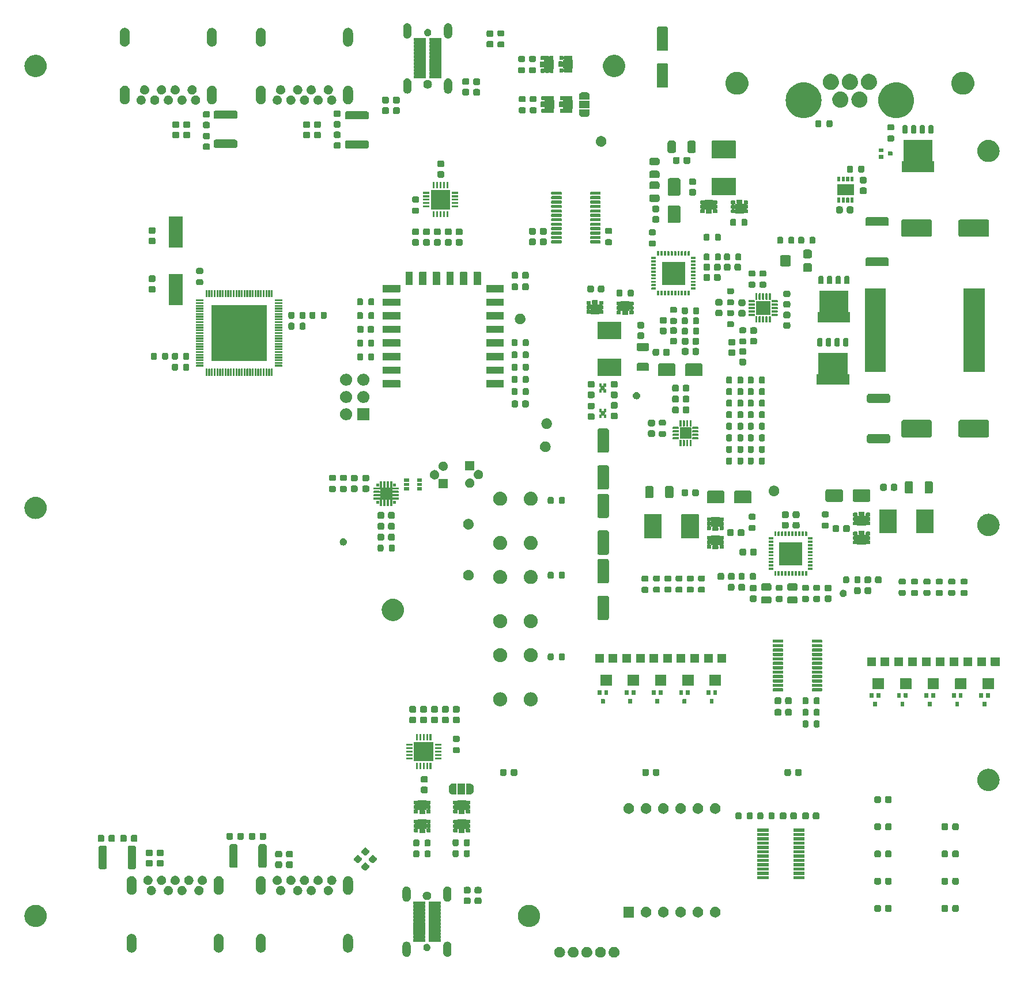
<source format=gbr>
%TF.GenerationSoftware,KiCad,Pcbnew,7.0.10*%
%TF.CreationDate,2024-02-17T18:38:31-05:00*%
%TF.ProjectId,usbc-car-module,75736263-2d63-4617-922d-6d6f64756c65,rev?*%
%TF.SameCoordinates,Original*%
%TF.FileFunction,Soldermask,Top*%
%TF.FilePolarity,Negative*%
%FSLAX46Y46*%
G04 Gerber Fmt 4.6, Leading zero omitted, Abs format (unit mm)*
G04 Created by KiCad (PCBNEW 7.0.10) date 2024-02-17 18:38:31*
%MOMM*%
%LPD*%
G01*
G04 APERTURE LIST*
G04 APERTURE END LIST*
G36*
X107041323Y-167049656D02*
G01*
X107083595Y-167049656D01*
X107131282Y-167059792D01*
X107178017Y-167065058D01*
X107212000Y-167076949D01*
X107247129Y-167084416D01*
X107297754Y-167106955D01*
X107347107Y-167124225D01*
X107372795Y-167140366D01*
X107399860Y-167152416D01*
X107450322Y-167189079D01*
X107498792Y-167219535D01*
X107516199Y-167236942D01*
X107535121Y-167250690D01*
X107581901Y-167302644D01*
X107625465Y-167346208D01*
X107635484Y-167362153D01*
X107646992Y-167374934D01*
X107686365Y-167443130D01*
X107720775Y-167497893D01*
X107725070Y-167510170D01*
X107730584Y-167519719D01*
X107758809Y-167606590D01*
X107779942Y-167666983D01*
X107780743Y-167674096D01*
X107782248Y-167678727D01*
X107795892Y-167808542D01*
X107800000Y-167845000D01*
X107795891Y-167881460D01*
X107782248Y-168011272D01*
X107780743Y-168015901D01*
X107779942Y-168023017D01*
X107758805Y-168083422D01*
X107730584Y-168170280D01*
X107725071Y-168179827D01*
X107720775Y-168192107D01*
X107686358Y-168246881D01*
X107646992Y-168315065D01*
X107635486Y-168327843D01*
X107625465Y-168343792D01*
X107581892Y-168387364D01*
X107535121Y-168439309D01*
X107516203Y-168453053D01*
X107498792Y-168470465D01*
X107450312Y-168500926D01*
X107399860Y-168537583D01*
X107372800Y-168549630D01*
X107347107Y-168565775D01*
X107297744Y-168583047D01*
X107247129Y-168605583D01*
X107212005Y-168613048D01*
X107178017Y-168624942D01*
X107131279Y-168630208D01*
X107083595Y-168640344D01*
X107041323Y-168640344D01*
X107000000Y-168645000D01*
X106958677Y-168640344D01*
X106916405Y-168640344D01*
X106868719Y-168630208D01*
X106821983Y-168624942D01*
X106787995Y-168613049D01*
X106752870Y-168605583D01*
X106702251Y-168583046D01*
X106652893Y-168565775D01*
X106627201Y-168549631D01*
X106600139Y-168537583D01*
X106549680Y-168500922D01*
X106501208Y-168470465D01*
X106483799Y-168453056D01*
X106464878Y-168439309D01*
X106418097Y-168387354D01*
X106374535Y-168343792D01*
X106364516Y-168327847D01*
X106353007Y-168315065D01*
X106313629Y-168246861D01*
X106279225Y-168192107D01*
X106274929Y-168179831D01*
X106269415Y-168170280D01*
X106241180Y-168083382D01*
X106220058Y-168023017D01*
X106219256Y-168015906D01*
X106217751Y-168011272D01*
X106204093Y-167881328D01*
X106200000Y-167845000D01*
X106204092Y-167808674D01*
X106217751Y-167678727D01*
X106219257Y-167674091D01*
X106220058Y-167666983D01*
X106241176Y-167606630D01*
X106269415Y-167519719D01*
X106274930Y-167510165D01*
X106279225Y-167497893D01*
X106313622Y-167443149D01*
X106353007Y-167374934D01*
X106364518Y-167362149D01*
X106374535Y-167346208D01*
X106418088Y-167302654D01*
X106464878Y-167250690D01*
X106483802Y-167236940D01*
X106501208Y-167219535D01*
X106549674Y-167189081D01*
X106600140Y-167152416D01*
X106627204Y-167140365D01*
X106652893Y-167124225D01*
X106702242Y-167106956D01*
X106752870Y-167084416D01*
X106788001Y-167076948D01*
X106821983Y-167065058D01*
X106868717Y-167059792D01*
X106916405Y-167049656D01*
X106958677Y-167049656D01*
X107000000Y-167045000D01*
X107041323Y-167049656D01*
G37*
G36*
X109041323Y-167049656D02*
G01*
X109083595Y-167049656D01*
X109131282Y-167059792D01*
X109178017Y-167065058D01*
X109212000Y-167076949D01*
X109247129Y-167084416D01*
X109297754Y-167106955D01*
X109347107Y-167124225D01*
X109372795Y-167140366D01*
X109399860Y-167152416D01*
X109450322Y-167189079D01*
X109498792Y-167219535D01*
X109516199Y-167236942D01*
X109535121Y-167250690D01*
X109581901Y-167302644D01*
X109625465Y-167346208D01*
X109635484Y-167362153D01*
X109646992Y-167374934D01*
X109686365Y-167443130D01*
X109720775Y-167497893D01*
X109725070Y-167510170D01*
X109730584Y-167519719D01*
X109758809Y-167606590D01*
X109779942Y-167666983D01*
X109780743Y-167674096D01*
X109782248Y-167678727D01*
X109795892Y-167808542D01*
X109800000Y-167845000D01*
X109795891Y-167881460D01*
X109782248Y-168011272D01*
X109780743Y-168015901D01*
X109779942Y-168023017D01*
X109758805Y-168083422D01*
X109730584Y-168170280D01*
X109725071Y-168179827D01*
X109720775Y-168192107D01*
X109686358Y-168246881D01*
X109646992Y-168315065D01*
X109635486Y-168327843D01*
X109625465Y-168343792D01*
X109581892Y-168387364D01*
X109535121Y-168439309D01*
X109516203Y-168453053D01*
X109498792Y-168470465D01*
X109450312Y-168500926D01*
X109399860Y-168537583D01*
X109372800Y-168549630D01*
X109347107Y-168565775D01*
X109297744Y-168583047D01*
X109247129Y-168605583D01*
X109212005Y-168613048D01*
X109178017Y-168624942D01*
X109131279Y-168630208D01*
X109083595Y-168640344D01*
X109041323Y-168640344D01*
X109000000Y-168645000D01*
X108958677Y-168640344D01*
X108916405Y-168640344D01*
X108868719Y-168630208D01*
X108821983Y-168624942D01*
X108787995Y-168613049D01*
X108752870Y-168605583D01*
X108702251Y-168583046D01*
X108652893Y-168565775D01*
X108627201Y-168549631D01*
X108600139Y-168537583D01*
X108549680Y-168500922D01*
X108501208Y-168470465D01*
X108483799Y-168453056D01*
X108464878Y-168439309D01*
X108418097Y-168387354D01*
X108374535Y-168343792D01*
X108364516Y-168327847D01*
X108353007Y-168315065D01*
X108313629Y-168246861D01*
X108279225Y-168192107D01*
X108274929Y-168179831D01*
X108269415Y-168170280D01*
X108241180Y-168083382D01*
X108220058Y-168023017D01*
X108219256Y-168015906D01*
X108217751Y-168011272D01*
X108204093Y-167881328D01*
X108200000Y-167845000D01*
X108204092Y-167808674D01*
X108217751Y-167678727D01*
X108219257Y-167674091D01*
X108220058Y-167666983D01*
X108241176Y-167606630D01*
X108269415Y-167519719D01*
X108274930Y-167510165D01*
X108279225Y-167497893D01*
X108313622Y-167443149D01*
X108353007Y-167374934D01*
X108364518Y-167362149D01*
X108374535Y-167346208D01*
X108418088Y-167302654D01*
X108464878Y-167250690D01*
X108483802Y-167236940D01*
X108501208Y-167219535D01*
X108549674Y-167189081D01*
X108600140Y-167152416D01*
X108627204Y-167140365D01*
X108652893Y-167124225D01*
X108702242Y-167106956D01*
X108752870Y-167084416D01*
X108788001Y-167076948D01*
X108821983Y-167065058D01*
X108868717Y-167059792D01*
X108916405Y-167049656D01*
X108958677Y-167049656D01*
X109000000Y-167045000D01*
X109041323Y-167049656D01*
G37*
G36*
X111041323Y-167049656D02*
G01*
X111083595Y-167049656D01*
X111131282Y-167059792D01*
X111178017Y-167065058D01*
X111212000Y-167076949D01*
X111247129Y-167084416D01*
X111297754Y-167106955D01*
X111347107Y-167124225D01*
X111372795Y-167140366D01*
X111399860Y-167152416D01*
X111450322Y-167189079D01*
X111498792Y-167219535D01*
X111516199Y-167236942D01*
X111535121Y-167250690D01*
X111581901Y-167302644D01*
X111625465Y-167346208D01*
X111635484Y-167362153D01*
X111646992Y-167374934D01*
X111686365Y-167443130D01*
X111720775Y-167497893D01*
X111725070Y-167510170D01*
X111730584Y-167519719D01*
X111758809Y-167606590D01*
X111779942Y-167666983D01*
X111780743Y-167674096D01*
X111782248Y-167678727D01*
X111795892Y-167808542D01*
X111800000Y-167845000D01*
X111795891Y-167881460D01*
X111782248Y-168011272D01*
X111780743Y-168015901D01*
X111779942Y-168023017D01*
X111758805Y-168083422D01*
X111730584Y-168170280D01*
X111725071Y-168179827D01*
X111720775Y-168192107D01*
X111686358Y-168246881D01*
X111646992Y-168315065D01*
X111635486Y-168327843D01*
X111625465Y-168343792D01*
X111581892Y-168387364D01*
X111535121Y-168439309D01*
X111516203Y-168453053D01*
X111498792Y-168470465D01*
X111450312Y-168500926D01*
X111399860Y-168537583D01*
X111372800Y-168549630D01*
X111347107Y-168565775D01*
X111297744Y-168583047D01*
X111247129Y-168605583D01*
X111212005Y-168613048D01*
X111178017Y-168624942D01*
X111131279Y-168630208D01*
X111083595Y-168640344D01*
X111041323Y-168640344D01*
X111000000Y-168645000D01*
X110958677Y-168640344D01*
X110916405Y-168640344D01*
X110868719Y-168630208D01*
X110821983Y-168624942D01*
X110787995Y-168613049D01*
X110752870Y-168605583D01*
X110702251Y-168583046D01*
X110652893Y-168565775D01*
X110627201Y-168549631D01*
X110600139Y-168537583D01*
X110549680Y-168500922D01*
X110501208Y-168470465D01*
X110483799Y-168453056D01*
X110464878Y-168439309D01*
X110418097Y-168387354D01*
X110374535Y-168343792D01*
X110364516Y-168327847D01*
X110353007Y-168315065D01*
X110313629Y-168246861D01*
X110279225Y-168192107D01*
X110274929Y-168179831D01*
X110269415Y-168170280D01*
X110241180Y-168083382D01*
X110220058Y-168023017D01*
X110219256Y-168015906D01*
X110217751Y-168011272D01*
X110204093Y-167881328D01*
X110200000Y-167845000D01*
X110204092Y-167808674D01*
X110217751Y-167678727D01*
X110219257Y-167674091D01*
X110220058Y-167666983D01*
X110241176Y-167606630D01*
X110269415Y-167519719D01*
X110274930Y-167510165D01*
X110279225Y-167497893D01*
X110313622Y-167443149D01*
X110353007Y-167374934D01*
X110364518Y-167362149D01*
X110374535Y-167346208D01*
X110418088Y-167302654D01*
X110464878Y-167250690D01*
X110483802Y-167236940D01*
X110501208Y-167219535D01*
X110549674Y-167189081D01*
X110600140Y-167152416D01*
X110627204Y-167140365D01*
X110652893Y-167124225D01*
X110702242Y-167106956D01*
X110752870Y-167084416D01*
X110788001Y-167076948D01*
X110821983Y-167065058D01*
X110868717Y-167059792D01*
X110916405Y-167049656D01*
X110958677Y-167049656D01*
X111000000Y-167045000D01*
X111041323Y-167049656D01*
G37*
G36*
X113041323Y-167049656D02*
G01*
X113083595Y-167049656D01*
X113131282Y-167059792D01*
X113178017Y-167065058D01*
X113212000Y-167076949D01*
X113247129Y-167084416D01*
X113297754Y-167106955D01*
X113347107Y-167124225D01*
X113372795Y-167140366D01*
X113399860Y-167152416D01*
X113450322Y-167189079D01*
X113498792Y-167219535D01*
X113516199Y-167236942D01*
X113535121Y-167250690D01*
X113581901Y-167302644D01*
X113625465Y-167346208D01*
X113635484Y-167362153D01*
X113646992Y-167374934D01*
X113686365Y-167443130D01*
X113720775Y-167497893D01*
X113725070Y-167510170D01*
X113730584Y-167519719D01*
X113758809Y-167606590D01*
X113779942Y-167666983D01*
X113780743Y-167674096D01*
X113782248Y-167678727D01*
X113795892Y-167808542D01*
X113800000Y-167845000D01*
X113795891Y-167881460D01*
X113782248Y-168011272D01*
X113780743Y-168015901D01*
X113779942Y-168023017D01*
X113758805Y-168083422D01*
X113730584Y-168170280D01*
X113725071Y-168179827D01*
X113720775Y-168192107D01*
X113686358Y-168246881D01*
X113646992Y-168315065D01*
X113635486Y-168327843D01*
X113625465Y-168343792D01*
X113581892Y-168387364D01*
X113535121Y-168439309D01*
X113516203Y-168453053D01*
X113498792Y-168470465D01*
X113450312Y-168500926D01*
X113399860Y-168537583D01*
X113372800Y-168549630D01*
X113347107Y-168565775D01*
X113297744Y-168583047D01*
X113247129Y-168605583D01*
X113212005Y-168613048D01*
X113178017Y-168624942D01*
X113131279Y-168630208D01*
X113083595Y-168640344D01*
X113041323Y-168640344D01*
X113000000Y-168645000D01*
X112958677Y-168640344D01*
X112916405Y-168640344D01*
X112868719Y-168630208D01*
X112821983Y-168624942D01*
X112787995Y-168613049D01*
X112752870Y-168605583D01*
X112702251Y-168583046D01*
X112652893Y-168565775D01*
X112627201Y-168549631D01*
X112600139Y-168537583D01*
X112549680Y-168500922D01*
X112501208Y-168470465D01*
X112483799Y-168453056D01*
X112464878Y-168439309D01*
X112418097Y-168387354D01*
X112374535Y-168343792D01*
X112364516Y-168327847D01*
X112353007Y-168315065D01*
X112313629Y-168246861D01*
X112279225Y-168192107D01*
X112274929Y-168179831D01*
X112269415Y-168170280D01*
X112241180Y-168083382D01*
X112220058Y-168023017D01*
X112219256Y-168015906D01*
X112217751Y-168011272D01*
X112204093Y-167881328D01*
X112200000Y-167845000D01*
X112204092Y-167808674D01*
X112217751Y-167678727D01*
X112219257Y-167674091D01*
X112220058Y-167666983D01*
X112241176Y-167606630D01*
X112269415Y-167519719D01*
X112274930Y-167510165D01*
X112279225Y-167497893D01*
X112313622Y-167443149D01*
X112353007Y-167374934D01*
X112364518Y-167362149D01*
X112374535Y-167346208D01*
X112418088Y-167302654D01*
X112464878Y-167250690D01*
X112483802Y-167236940D01*
X112501208Y-167219535D01*
X112549674Y-167189081D01*
X112600140Y-167152416D01*
X112627204Y-167140365D01*
X112652893Y-167124225D01*
X112702242Y-167106956D01*
X112752870Y-167084416D01*
X112788001Y-167076948D01*
X112821983Y-167065058D01*
X112868717Y-167059792D01*
X112916405Y-167049656D01*
X112958677Y-167049656D01*
X113000000Y-167045000D01*
X113041323Y-167049656D01*
G37*
G36*
X115041323Y-167049656D02*
G01*
X115083595Y-167049656D01*
X115131282Y-167059792D01*
X115178017Y-167065058D01*
X115212000Y-167076949D01*
X115247129Y-167084416D01*
X115297754Y-167106955D01*
X115347107Y-167124225D01*
X115372795Y-167140366D01*
X115399860Y-167152416D01*
X115450322Y-167189079D01*
X115498792Y-167219535D01*
X115516199Y-167236942D01*
X115535121Y-167250690D01*
X115581901Y-167302644D01*
X115625465Y-167346208D01*
X115635484Y-167362153D01*
X115646992Y-167374934D01*
X115686365Y-167443130D01*
X115720775Y-167497893D01*
X115725070Y-167510170D01*
X115730584Y-167519719D01*
X115758809Y-167606590D01*
X115779942Y-167666983D01*
X115780743Y-167674096D01*
X115782248Y-167678727D01*
X115795892Y-167808542D01*
X115800000Y-167845000D01*
X115795891Y-167881460D01*
X115782248Y-168011272D01*
X115780743Y-168015901D01*
X115779942Y-168023017D01*
X115758805Y-168083422D01*
X115730584Y-168170280D01*
X115725071Y-168179827D01*
X115720775Y-168192107D01*
X115686358Y-168246881D01*
X115646992Y-168315065D01*
X115635486Y-168327843D01*
X115625465Y-168343792D01*
X115581892Y-168387364D01*
X115535121Y-168439309D01*
X115516203Y-168453053D01*
X115498792Y-168470465D01*
X115450312Y-168500926D01*
X115399860Y-168537583D01*
X115372800Y-168549630D01*
X115347107Y-168565775D01*
X115297744Y-168583047D01*
X115247129Y-168605583D01*
X115212005Y-168613048D01*
X115178017Y-168624942D01*
X115131279Y-168630208D01*
X115083595Y-168640344D01*
X115041323Y-168640344D01*
X115000000Y-168645000D01*
X114958677Y-168640344D01*
X114916405Y-168640344D01*
X114868719Y-168630208D01*
X114821983Y-168624942D01*
X114787995Y-168613049D01*
X114752870Y-168605583D01*
X114702251Y-168583046D01*
X114652893Y-168565775D01*
X114627201Y-168549631D01*
X114600139Y-168537583D01*
X114549680Y-168500922D01*
X114501208Y-168470465D01*
X114483799Y-168453056D01*
X114464878Y-168439309D01*
X114418097Y-168387354D01*
X114374535Y-168343792D01*
X114364516Y-168327847D01*
X114353007Y-168315065D01*
X114313629Y-168246861D01*
X114279225Y-168192107D01*
X114274929Y-168179831D01*
X114269415Y-168170280D01*
X114241180Y-168083382D01*
X114220058Y-168023017D01*
X114219256Y-168015906D01*
X114217751Y-168011272D01*
X114204093Y-167881328D01*
X114200000Y-167845000D01*
X114204092Y-167808674D01*
X114217751Y-167678727D01*
X114219257Y-167674091D01*
X114220058Y-167666983D01*
X114241176Y-167606630D01*
X114269415Y-167519719D01*
X114274930Y-167510165D01*
X114279225Y-167497893D01*
X114313622Y-167443149D01*
X114353007Y-167374934D01*
X114364518Y-167362149D01*
X114374535Y-167346208D01*
X114418088Y-167302654D01*
X114464878Y-167250690D01*
X114483802Y-167236940D01*
X114501208Y-167219535D01*
X114549674Y-167189081D01*
X114600140Y-167152416D01*
X114627204Y-167140365D01*
X114652893Y-167124225D01*
X114702242Y-167106956D01*
X114752870Y-167084416D01*
X114788001Y-167076948D01*
X114821983Y-167065058D01*
X114868717Y-167059792D01*
X114916405Y-167049656D01*
X114958677Y-167049656D01*
X115000000Y-167045000D01*
X115041323Y-167049656D01*
G37*
G36*
X84532855Y-166275679D02*
G01*
X84550274Y-166274584D01*
X84607617Y-166285522D01*
X84668309Y-166293513D01*
X84684361Y-166300162D01*
X84698405Y-166302841D01*
X84754098Y-166329047D01*
X84813500Y-166353653D01*
X84824778Y-166362307D01*
X84834853Y-166367048D01*
X84884720Y-166408302D01*
X84938178Y-166449322D01*
X84944912Y-166458098D01*
X84951049Y-166463175D01*
X84990979Y-166518133D01*
X85033847Y-166574000D01*
X85036868Y-166581294D01*
X85039688Y-166585175D01*
X85065930Y-166651456D01*
X85093987Y-166719191D01*
X85094604Y-166723878D01*
X85095201Y-166725386D01*
X85104659Y-166800258D01*
X85114500Y-166875000D01*
X85114500Y-167925000D01*
X85114311Y-167926433D01*
X85109754Y-167998859D01*
X85099537Y-168038649D01*
X85093987Y-168080809D01*
X85080112Y-168114306D01*
X85071855Y-168146465D01*
X85051317Y-168183822D01*
X85033847Y-168226000D01*
X85013684Y-168252275D01*
X84999208Y-168278609D01*
X84967877Y-168311972D01*
X84938178Y-168350678D01*
X84914392Y-168368929D01*
X84895975Y-168388542D01*
X84854678Y-168414749D01*
X84813500Y-168446347D01*
X84788705Y-168456617D01*
X84768648Y-168469346D01*
X84719141Y-168485431D01*
X84668309Y-168506487D01*
X84644822Y-168509579D01*
X84625227Y-168515946D01*
X84570133Y-168519412D01*
X84512500Y-168527000D01*
X84492139Y-168524319D01*
X84474725Y-168525415D01*
X84417396Y-168514479D01*
X84356691Y-168506487D01*
X84340635Y-168499836D01*
X84326594Y-168497158D01*
X84270911Y-168470955D01*
X84211500Y-168446347D01*
X84200219Y-168437691D01*
X84190146Y-168432951D01*
X84140282Y-168391699D01*
X84086822Y-168350678D01*
X84080087Y-168341901D01*
X84073950Y-168336824D01*
X84034015Y-168281859D01*
X83991153Y-168226000D01*
X83988132Y-168218706D01*
X83985311Y-168214824D01*
X83959055Y-168148510D01*
X83931013Y-168080809D01*
X83930396Y-168076123D01*
X83929798Y-168074613D01*
X83920330Y-167999669D01*
X83910500Y-167925000D01*
X83910500Y-166875000D01*
X83910688Y-166873567D01*
X83915245Y-166801140D01*
X83925463Y-166761340D01*
X83931013Y-166719191D01*
X83944884Y-166685701D01*
X83953144Y-166653534D01*
X83973687Y-166616165D01*
X83991153Y-166574000D01*
X84011309Y-166547731D01*
X84025791Y-166521390D01*
X84057131Y-166488015D01*
X84086822Y-166449322D01*
X84110600Y-166431075D01*
X84129024Y-166411457D01*
X84170333Y-166385241D01*
X84211500Y-166353653D01*
X84236287Y-166343385D01*
X84256351Y-166330653D01*
X84305873Y-166314562D01*
X84356691Y-166293513D01*
X84380170Y-166290421D01*
X84399772Y-166284053D01*
X84454881Y-166280585D01*
X84512500Y-166273000D01*
X84532855Y-166275679D01*
G37*
G36*
X90532855Y-166275679D02*
G01*
X90550274Y-166274584D01*
X90607617Y-166285522D01*
X90668309Y-166293513D01*
X90684361Y-166300162D01*
X90698405Y-166302841D01*
X90754098Y-166329047D01*
X90813500Y-166353653D01*
X90824778Y-166362307D01*
X90834853Y-166367048D01*
X90884720Y-166408302D01*
X90938178Y-166449322D01*
X90944912Y-166458098D01*
X90951049Y-166463175D01*
X90990979Y-166518133D01*
X91033847Y-166574000D01*
X91036868Y-166581294D01*
X91039688Y-166585175D01*
X91065930Y-166651456D01*
X91093987Y-166719191D01*
X91094604Y-166723878D01*
X91095201Y-166725386D01*
X91104659Y-166800258D01*
X91114500Y-166875000D01*
X91114500Y-167925000D01*
X91114311Y-167926433D01*
X91109754Y-167998859D01*
X91099537Y-168038649D01*
X91093987Y-168080809D01*
X91080112Y-168114306D01*
X91071855Y-168146465D01*
X91051317Y-168183822D01*
X91033847Y-168226000D01*
X91013684Y-168252275D01*
X90999208Y-168278609D01*
X90967877Y-168311972D01*
X90938178Y-168350678D01*
X90914392Y-168368929D01*
X90895975Y-168388542D01*
X90854678Y-168414749D01*
X90813500Y-168446347D01*
X90788705Y-168456617D01*
X90768648Y-168469346D01*
X90719141Y-168485431D01*
X90668309Y-168506487D01*
X90644822Y-168509579D01*
X90625227Y-168515946D01*
X90570133Y-168519412D01*
X90512500Y-168527000D01*
X90492139Y-168524319D01*
X90474725Y-168525415D01*
X90417396Y-168514479D01*
X90356691Y-168506487D01*
X90340635Y-168499836D01*
X90326594Y-168497158D01*
X90270911Y-168470955D01*
X90211500Y-168446347D01*
X90200219Y-168437691D01*
X90190146Y-168432951D01*
X90140282Y-168391699D01*
X90086822Y-168350678D01*
X90080087Y-168341901D01*
X90073950Y-168336824D01*
X90034015Y-168281859D01*
X89991153Y-168226000D01*
X89988132Y-168218706D01*
X89985311Y-168214824D01*
X89959055Y-168148510D01*
X89931013Y-168080809D01*
X89930396Y-168076123D01*
X89929798Y-168074613D01*
X89920330Y-167999669D01*
X89910500Y-167925000D01*
X89910500Y-166875000D01*
X89910688Y-166873567D01*
X89915245Y-166801140D01*
X89925463Y-166761340D01*
X89931013Y-166719191D01*
X89944884Y-166685701D01*
X89953144Y-166653534D01*
X89973687Y-166616165D01*
X89991153Y-166574000D01*
X90011309Y-166547731D01*
X90025791Y-166521390D01*
X90057131Y-166488015D01*
X90086822Y-166449322D01*
X90110600Y-166431075D01*
X90129024Y-166411457D01*
X90170333Y-166385241D01*
X90211500Y-166353653D01*
X90236287Y-166343385D01*
X90256351Y-166330653D01*
X90305873Y-166314562D01*
X90356691Y-166293513D01*
X90380170Y-166290421D01*
X90399772Y-166284053D01*
X90454881Y-166280585D01*
X90512500Y-166273000D01*
X90532855Y-166275679D01*
G37*
G36*
X44174454Y-165156096D02*
G01*
X44238603Y-165159833D01*
X44257305Y-165165431D01*
X44274026Y-165167316D01*
X44335796Y-165188930D01*
X44400133Y-165208191D01*
X44414428Y-165216444D01*
X44427450Y-165221001D01*
X44485526Y-165257492D01*
X44546157Y-165292498D01*
X44555968Y-165301754D01*
X44565077Y-165307478D01*
X44615845Y-165358246D01*
X44668801Y-165408208D01*
X44674554Y-165416955D01*
X44680021Y-165422422D01*
X44720051Y-165486129D01*
X44761456Y-165549082D01*
X44764001Y-165556076D01*
X44766498Y-165560049D01*
X44792645Y-165634776D01*
X44819125Y-165707527D01*
X44819637Y-165711915D01*
X44820183Y-165713473D01*
X44829902Y-165799734D01*
X44838700Y-165875000D01*
X44838700Y-167175000D01*
X44833790Y-167259307D01*
X44824437Y-167298768D01*
X44820183Y-167336526D01*
X44805634Y-167378102D01*
X44794905Y-167423375D01*
X44778050Y-167456935D01*
X44766498Y-167489950D01*
X44741445Y-167529820D01*
X44719231Y-167574053D01*
X44697019Y-167600523D01*
X44680021Y-167627577D01*
X44644588Y-167663009D01*
X44610849Y-167703219D01*
X44585528Y-167722069D01*
X44565077Y-167742521D01*
X44520074Y-167770798D01*
X44475600Y-167803908D01*
X44449381Y-167815217D01*
X44427450Y-167828998D01*
X44374405Y-167847558D01*
X44320777Y-167870692D01*
X44295615Y-167875128D01*
X44274026Y-167882683D01*
X44215145Y-167889317D01*
X44154725Y-167899971D01*
X44132224Y-167898660D01*
X44112500Y-167900883D01*
X44050562Y-167893904D01*
X43986397Y-167890167D01*
X43967689Y-167884566D01*
X43950973Y-167882683D01*
X43889216Y-167861073D01*
X43824867Y-167841809D01*
X43810568Y-167833553D01*
X43797549Y-167828998D01*
X43739481Y-167792511D01*
X43678843Y-167757502D01*
X43669030Y-167748244D01*
X43659922Y-167742521D01*
X43609154Y-167691753D01*
X43556199Y-167641792D01*
X43550445Y-167633044D01*
X43544978Y-167627577D01*
X43504940Y-167563857D01*
X43463544Y-167500918D01*
X43460998Y-167493925D01*
X43458501Y-167489950D01*
X43432337Y-167415177D01*
X43405875Y-167342473D01*
X43405362Y-167338087D01*
X43404816Y-167336526D01*
X43395087Y-167250179D01*
X43386300Y-167175000D01*
X43386300Y-165875000D01*
X43391210Y-165790693D01*
X43400560Y-165751238D01*
X43404816Y-165713473D01*
X43419368Y-165671885D01*
X43430095Y-165626625D01*
X43446945Y-165593073D01*
X43458501Y-165560049D01*
X43483561Y-165520166D01*
X43505769Y-165475947D01*
X43527973Y-165449484D01*
X43544978Y-165422422D01*
X43580422Y-165386977D01*
X43614151Y-165346781D01*
X43639463Y-165327936D01*
X43659922Y-165307478D01*
X43704939Y-165279191D01*
X43749400Y-165246092D01*
X43775610Y-165234785D01*
X43797549Y-165221001D01*
X43850610Y-165202434D01*
X43904223Y-165179308D01*
X43929376Y-165174872D01*
X43950973Y-165167316D01*
X44009871Y-165160679D01*
X44070275Y-165150029D01*
X44092769Y-165151339D01*
X44112500Y-165149116D01*
X44174454Y-165156096D01*
G37*
G36*
X56974454Y-165156096D02*
G01*
X57038603Y-165159833D01*
X57057305Y-165165431D01*
X57074026Y-165167316D01*
X57135796Y-165188930D01*
X57200133Y-165208191D01*
X57214428Y-165216444D01*
X57227450Y-165221001D01*
X57285526Y-165257492D01*
X57346157Y-165292498D01*
X57355968Y-165301754D01*
X57365077Y-165307478D01*
X57415845Y-165358246D01*
X57468801Y-165408208D01*
X57474554Y-165416955D01*
X57480021Y-165422422D01*
X57520051Y-165486129D01*
X57561456Y-165549082D01*
X57564001Y-165556076D01*
X57566498Y-165560049D01*
X57592645Y-165634776D01*
X57619125Y-165707527D01*
X57619637Y-165711915D01*
X57620183Y-165713473D01*
X57629902Y-165799734D01*
X57638700Y-165875000D01*
X57638700Y-167175000D01*
X57633790Y-167259307D01*
X57624437Y-167298768D01*
X57620183Y-167336526D01*
X57605634Y-167378102D01*
X57594905Y-167423375D01*
X57578050Y-167456935D01*
X57566498Y-167489950D01*
X57541445Y-167529820D01*
X57519231Y-167574053D01*
X57497019Y-167600523D01*
X57480021Y-167627577D01*
X57444588Y-167663009D01*
X57410849Y-167703219D01*
X57385528Y-167722069D01*
X57365077Y-167742521D01*
X57320074Y-167770798D01*
X57275600Y-167803908D01*
X57249381Y-167815217D01*
X57227450Y-167828998D01*
X57174405Y-167847558D01*
X57120777Y-167870692D01*
X57095615Y-167875128D01*
X57074026Y-167882683D01*
X57015145Y-167889317D01*
X56954725Y-167899971D01*
X56932224Y-167898660D01*
X56912500Y-167900883D01*
X56850562Y-167893904D01*
X56786397Y-167890167D01*
X56767689Y-167884566D01*
X56750973Y-167882683D01*
X56689216Y-167861073D01*
X56624867Y-167841809D01*
X56610568Y-167833553D01*
X56597549Y-167828998D01*
X56539481Y-167792511D01*
X56478843Y-167757502D01*
X56469030Y-167748244D01*
X56459922Y-167742521D01*
X56409154Y-167691753D01*
X56356199Y-167641792D01*
X56350445Y-167633044D01*
X56344978Y-167627577D01*
X56304940Y-167563857D01*
X56263544Y-167500918D01*
X56260998Y-167493925D01*
X56258501Y-167489950D01*
X56232337Y-167415177D01*
X56205875Y-167342473D01*
X56205362Y-167338087D01*
X56204816Y-167336526D01*
X56195087Y-167250179D01*
X56186300Y-167175000D01*
X56186300Y-165875000D01*
X56191210Y-165790693D01*
X56200560Y-165751238D01*
X56204816Y-165713473D01*
X56219368Y-165671885D01*
X56230095Y-165626625D01*
X56246945Y-165593073D01*
X56258501Y-165560049D01*
X56283561Y-165520166D01*
X56305769Y-165475947D01*
X56327973Y-165449484D01*
X56344978Y-165422422D01*
X56380422Y-165386977D01*
X56414151Y-165346781D01*
X56439463Y-165327936D01*
X56459922Y-165307478D01*
X56504939Y-165279191D01*
X56549400Y-165246092D01*
X56575610Y-165234785D01*
X56597549Y-165221001D01*
X56650610Y-165202434D01*
X56704223Y-165179308D01*
X56729376Y-165174872D01*
X56750973Y-165167316D01*
X56809871Y-165160679D01*
X56870275Y-165150029D01*
X56892769Y-165151339D01*
X56912500Y-165149116D01*
X56974454Y-165156096D01*
G37*
G36*
X63174454Y-165156096D02*
G01*
X63238603Y-165159833D01*
X63257305Y-165165431D01*
X63274026Y-165167316D01*
X63335796Y-165188930D01*
X63400133Y-165208191D01*
X63414428Y-165216444D01*
X63427450Y-165221001D01*
X63485526Y-165257492D01*
X63546157Y-165292498D01*
X63555968Y-165301754D01*
X63565077Y-165307478D01*
X63615845Y-165358246D01*
X63668801Y-165408208D01*
X63674554Y-165416955D01*
X63680021Y-165422422D01*
X63720051Y-165486129D01*
X63761456Y-165549082D01*
X63764001Y-165556076D01*
X63766498Y-165560049D01*
X63792645Y-165634776D01*
X63819125Y-165707527D01*
X63819637Y-165711915D01*
X63820183Y-165713473D01*
X63829902Y-165799734D01*
X63838700Y-165875000D01*
X63838700Y-167175000D01*
X63833790Y-167259307D01*
X63824437Y-167298768D01*
X63820183Y-167336526D01*
X63805634Y-167378102D01*
X63794905Y-167423375D01*
X63778050Y-167456935D01*
X63766498Y-167489950D01*
X63741445Y-167529820D01*
X63719231Y-167574053D01*
X63697019Y-167600523D01*
X63680021Y-167627577D01*
X63644588Y-167663009D01*
X63610849Y-167703219D01*
X63585528Y-167722069D01*
X63565077Y-167742521D01*
X63520074Y-167770798D01*
X63475600Y-167803908D01*
X63449381Y-167815217D01*
X63427450Y-167828998D01*
X63374405Y-167847558D01*
X63320777Y-167870692D01*
X63295615Y-167875128D01*
X63274026Y-167882683D01*
X63215145Y-167889317D01*
X63154725Y-167899971D01*
X63132224Y-167898660D01*
X63112500Y-167900883D01*
X63050562Y-167893904D01*
X62986397Y-167890167D01*
X62967689Y-167884566D01*
X62950973Y-167882683D01*
X62889216Y-167861073D01*
X62824867Y-167841809D01*
X62810568Y-167833553D01*
X62797549Y-167828998D01*
X62739481Y-167792511D01*
X62678843Y-167757502D01*
X62669030Y-167748244D01*
X62659922Y-167742521D01*
X62609154Y-167691753D01*
X62556199Y-167641792D01*
X62550445Y-167633044D01*
X62544978Y-167627577D01*
X62504940Y-167563857D01*
X62463544Y-167500918D01*
X62460998Y-167493925D01*
X62458501Y-167489950D01*
X62432337Y-167415177D01*
X62405875Y-167342473D01*
X62405362Y-167338087D01*
X62404816Y-167336526D01*
X62395087Y-167250179D01*
X62386300Y-167175000D01*
X62386300Y-165875000D01*
X62391210Y-165790693D01*
X62400560Y-165751238D01*
X62404816Y-165713473D01*
X62419368Y-165671885D01*
X62430095Y-165626625D01*
X62446945Y-165593073D01*
X62458501Y-165560049D01*
X62483561Y-165520166D01*
X62505769Y-165475947D01*
X62527973Y-165449484D01*
X62544978Y-165422422D01*
X62580422Y-165386977D01*
X62614151Y-165346781D01*
X62639463Y-165327936D01*
X62659922Y-165307478D01*
X62704939Y-165279191D01*
X62749400Y-165246092D01*
X62775610Y-165234785D01*
X62797549Y-165221001D01*
X62850610Y-165202434D01*
X62904223Y-165179308D01*
X62929376Y-165174872D01*
X62950973Y-165167316D01*
X63009871Y-165160679D01*
X63070275Y-165150029D01*
X63092769Y-165151339D01*
X63112500Y-165149116D01*
X63174454Y-165156096D01*
G37*
G36*
X75974454Y-165156096D02*
G01*
X76038603Y-165159833D01*
X76057305Y-165165431D01*
X76074026Y-165167316D01*
X76135796Y-165188930D01*
X76200133Y-165208191D01*
X76214428Y-165216444D01*
X76227450Y-165221001D01*
X76285526Y-165257492D01*
X76346157Y-165292498D01*
X76355968Y-165301754D01*
X76365077Y-165307478D01*
X76415845Y-165358246D01*
X76468801Y-165408208D01*
X76474554Y-165416955D01*
X76480021Y-165422422D01*
X76520051Y-165486129D01*
X76561456Y-165549082D01*
X76564001Y-165556076D01*
X76566498Y-165560049D01*
X76592645Y-165634776D01*
X76619125Y-165707527D01*
X76619637Y-165711915D01*
X76620183Y-165713473D01*
X76629902Y-165799734D01*
X76638700Y-165875000D01*
X76638700Y-167175000D01*
X76633790Y-167259307D01*
X76624437Y-167298768D01*
X76620183Y-167336526D01*
X76605634Y-167378102D01*
X76594905Y-167423375D01*
X76578050Y-167456935D01*
X76566498Y-167489950D01*
X76541445Y-167529820D01*
X76519231Y-167574053D01*
X76497019Y-167600523D01*
X76480021Y-167627577D01*
X76444588Y-167663009D01*
X76410849Y-167703219D01*
X76385528Y-167722069D01*
X76365077Y-167742521D01*
X76320074Y-167770798D01*
X76275600Y-167803908D01*
X76249381Y-167815217D01*
X76227450Y-167828998D01*
X76174405Y-167847558D01*
X76120777Y-167870692D01*
X76095615Y-167875128D01*
X76074026Y-167882683D01*
X76015145Y-167889317D01*
X75954725Y-167899971D01*
X75932224Y-167898660D01*
X75912500Y-167900883D01*
X75850562Y-167893904D01*
X75786397Y-167890167D01*
X75767689Y-167884566D01*
X75750973Y-167882683D01*
X75689216Y-167861073D01*
X75624867Y-167841809D01*
X75610568Y-167833553D01*
X75597549Y-167828998D01*
X75539481Y-167792511D01*
X75478843Y-167757502D01*
X75469030Y-167748244D01*
X75459922Y-167742521D01*
X75409154Y-167691753D01*
X75356199Y-167641792D01*
X75350445Y-167633044D01*
X75344978Y-167627577D01*
X75304940Y-167563857D01*
X75263544Y-167500918D01*
X75260998Y-167493925D01*
X75258501Y-167489950D01*
X75232337Y-167415177D01*
X75205875Y-167342473D01*
X75205362Y-167338087D01*
X75204816Y-167336526D01*
X75195087Y-167250179D01*
X75186300Y-167175000D01*
X75186300Y-165875000D01*
X75191210Y-165790693D01*
X75200560Y-165751238D01*
X75204816Y-165713473D01*
X75219368Y-165671885D01*
X75230095Y-165626625D01*
X75246945Y-165593073D01*
X75258501Y-165560049D01*
X75283561Y-165520166D01*
X75305769Y-165475947D01*
X75327973Y-165449484D01*
X75344978Y-165422422D01*
X75380422Y-165386977D01*
X75414151Y-165346781D01*
X75439463Y-165327936D01*
X75459922Y-165307478D01*
X75504939Y-165279191D01*
X75549400Y-165246092D01*
X75575610Y-165234785D01*
X75597549Y-165221001D01*
X75650610Y-165202434D01*
X75704223Y-165179308D01*
X75729376Y-165174872D01*
X75750973Y-165167316D01*
X75809871Y-165160679D01*
X75870275Y-165150029D01*
X75892769Y-165151339D01*
X75912500Y-165149116D01*
X75974454Y-165156096D01*
G37*
G36*
X87651745Y-166630332D02*
G01*
X87781500Y-166684078D01*
X87892923Y-166769577D01*
X87978422Y-166881000D01*
X88032168Y-167010755D01*
X88050500Y-167150000D01*
X88032168Y-167289245D01*
X87978422Y-167419000D01*
X87892923Y-167530423D01*
X87781500Y-167615922D01*
X87651745Y-167669668D01*
X87512500Y-167688000D01*
X87373255Y-167669668D01*
X87243500Y-167615922D01*
X87132077Y-167530423D01*
X87046578Y-167419000D01*
X86992832Y-167289245D01*
X86974500Y-167150000D01*
X86992832Y-167010755D01*
X87046578Y-166881000D01*
X87132077Y-166769577D01*
X87243500Y-166684078D01*
X87373255Y-166630332D01*
X87512500Y-166612000D01*
X87651745Y-166630332D01*
G37*
G36*
X87226534Y-160405764D02*
G01*
X87259625Y-160427875D01*
X87281736Y-160460966D01*
X87289500Y-160500000D01*
X87289500Y-160750000D01*
X87281736Y-160789034D01*
X87259625Y-160822125D01*
X87226534Y-160844236D01*
X87224068Y-160844726D01*
X87218759Y-160848274D01*
X87218759Y-160901726D01*
X87224068Y-160905273D01*
X87226534Y-160905764D01*
X87259625Y-160927875D01*
X87281736Y-160960966D01*
X87289500Y-161000000D01*
X87289500Y-161250000D01*
X87281736Y-161289034D01*
X87259625Y-161322125D01*
X87226534Y-161344236D01*
X87224068Y-161344726D01*
X87218759Y-161348274D01*
X87218759Y-161401726D01*
X87224068Y-161405273D01*
X87226534Y-161405764D01*
X87259625Y-161427875D01*
X87281736Y-161460966D01*
X87289500Y-161500000D01*
X87289500Y-161750000D01*
X87281736Y-161789034D01*
X87259625Y-161822125D01*
X87226534Y-161844236D01*
X87224068Y-161844726D01*
X87218759Y-161848274D01*
X87218759Y-161901726D01*
X87224068Y-161905273D01*
X87226534Y-161905764D01*
X87259625Y-161927875D01*
X87281736Y-161960966D01*
X87289500Y-162000000D01*
X87289500Y-162250000D01*
X87281736Y-162289034D01*
X87259625Y-162322125D01*
X87226534Y-162344236D01*
X87224068Y-162344726D01*
X87218759Y-162348274D01*
X87218759Y-162401726D01*
X87224068Y-162405273D01*
X87226534Y-162405764D01*
X87259625Y-162427875D01*
X87281736Y-162460966D01*
X87289500Y-162500000D01*
X87289500Y-162750000D01*
X87281736Y-162789034D01*
X87259625Y-162822125D01*
X87226534Y-162844236D01*
X87224068Y-162844726D01*
X87218759Y-162848274D01*
X87218759Y-162901726D01*
X87224068Y-162905273D01*
X87226534Y-162905764D01*
X87259625Y-162927875D01*
X87281736Y-162960966D01*
X87289500Y-163000000D01*
X87289500Y-163250000D01*
X87281736Y-163289034D01*
X87259625Y-163322125D01*
X87226534Y-163344236D01*
X87224068Y-163344726D01*
X87218759Y-163348274D01*
X87218759Y-163401726D01*
X87224068Y-163405273D01*
X87226534Y-163405764D01*
X87259625Y-163427875D01*
X87281736Y-163460966D01*
X87289500Y-163500000D01*
X87289500Y-163750000D01*
X87281736Y-163789034D01*
X87259625Y-163822125D01*
X87226534Y-163844236D01*
X87224068Y-163844726D01*
X87218759Y-163848274D01*
X87218759Y-163901726D01*
X87224068Y-163905273D01*
X87226534Y-163905764D01*
X87259625Y-163927875D01*
X87281736Y-163960966D01*
X87289500Y-164000000D01*
X87289500Y-164250000D01*
X87281736Y-164289034D01*
X87259625Y-164322125D01*
X87226534Y-164344236D01*
X87224068Y-164344726D01*
X87218759Y-164348274D01*
X87218759Y-164401726D01*
X87224068Y-164405273D01*
X87226534Y-164405764D01*
X87259625Y-164427875D01*
X87281736Y-164460966D01*
X87289500Y-164500000D01*
X87289500Y-164750000D01*
X87281736Y-164789034D01*
X87259625Y-164822125D01*
X87226534Y-164844236D01*
X87224068Y-164844726D01*
X87218759Y-164848274D01*
X87218759Y-164901726D01*
X87224068Y-164905273D01*
X87226534Y-164905764D01*
X87259625Y-164927875D01*
X87281736Y-164960966D01*
X87289500Y-165000000D01*
X87289500Y-165250000D01*
X87281736Y-165289034D01*
X87259625Y-165322125D01*
X87226534Y-165344236D01*
X87224068Y-165344726D01*
X87218759Y-165348274D01*
X87218759Y-165401726D01*
X87224068Y-165405273D01*
X87226534Y-165405764D01*
X87259625Y-165427875D01*
X87281736Y-165460966D01*
X87289500Y-165500000D01*
X87289500Y-165750000D01*
X87281736Y-165789034D01*
X87259625Y-165822125D01*
X87226534Y-165844236D01*
X87224068Y-165844726D01*
X87218759Y-165848274D01*
X87218759Y-165901726D01*
X87224068Y-165905273D01*
X87226534Y-165905764D01*
X87259625Y-165927875D01*
X87281736Y-165960966D01*
X87289500Y-166000000D01*
X87289500Y-166250000D01*
X87281736Y-166289034D01*
X87259625Y-166322125D01*
X87226534Y-166344236D01*
X87187500Y-166352000D01*
X85562500Y-166352000D01*
X85523466Y-166344236D01*
X85490375Y-166322125D01*
X85468264Y-166289034D01*
X85460500Y-166250000D01*
X85460500Y-166000000D01*
X85468264Y-165960966D01*
X85490375Y-165927875D01*
X85523466Y-165905764D01*
X85525928Y-165905274D01*
X85531240Y-165901725D01*
X85531240Y-165848275D01*
X85525928Y-165844725D01*
X85523466Y-165844236D01*
X85490375Y-165822125D01*
X85468264Y-165789034D01*
X85460500Y-165750000D01*
X85460500Y-165500000D01*
X85468264Y-165460966D01*
X85490375Y-165427875D01*
X85523466Y-165405764D01*
X85525928Y-165405274D01*
X85531240Y-165401725D01*
X85531240Y-165348275D01*
X85525928Y-165344725D01*
X85523466Y-165344236D01*
X85490375Y-165322125D01*
X85468264Y-165289034D01*
X85460500Y-165250000D01*
X85460500Y-165000000D01*
X85468264Y-164960966D01*
X85490375Y-164927875D01*
X85523466Y-164905764D01*
X85525928Y-164905274D01*
X85531240Y-164901725D01*
X85531240Y-164848275D01*
X85525928Y-164844725D01*
X85523466Y-164844236D01*
X85490375Y-164822125D01*
X85468264Y-164789034D01*
X85460500Y-164750000D01*
X85460500Y-164500000D01*
X85468264Y-164460966D01*
X85490375Y-164427875D01*
X85523466Y-164405764D01*
X85525928Y-164405274D01*
X85531240Y-164401725D01*
X85531240Y-164348275D01*
X85525928Y-164344725D01*
X85523466Y-164344236D01*
X85490375Y-164322125D01*
X85468264Y-164289034D01*
X85460500Y-164250000D01*
X85460500Y-164000000D01*
X85468264Y-163960966D01*
X85490375Y-163927875D01*
X85523466Y-163905764D01*
X85525928Y-163905274D01*
X85531240Y-163901725D01*
X85531240Y-163848275D01*
X85525928Y-163844725D01*
X85523466Y-163844236D01*
X85490375Y-163822125D01*
X85468264Y-163789034D01*
X85460500Y-163750000D01*
X85460500Y-163500000D01*
X85468264Y-163460966D01*
X85490375Y-163427875D01*
X85523466Y-163405764D01*
X85525928Y-163405274D01*
X85531240Y-163401725D01*
X85531240Y-163348275D01*
X85525928Y-163344725D01*
X85523466Y-163344236D01*
X85490375Y-163322125D01*
X85468264Y-163289034D01*
X85460500Y-163250000D01*
X85460500Y-163000000D01*
X85468264Y-162960966D01*
X85490375Y-162927875D01*
X85523466Y-162905764D01*
X85525928Y-162905274D01*
X85531240Y-162901725D01*
X85531240Y-162848275D01*
X85525928Y-162844725D01*
X85523466Y-162844236D01*
X85490375Y-162822125D01*
X85468264Y-162789034D01*
X85460500Y-162750000D01*
X85460500Y-162500000D01*
X85468264Y-162460966D01*
X85490375Y-162427875D01*
X85523466Y-162405764D01*
X85525928Y-162405274D01*
X85531240Y-162401725D01*
X85531240Y-162348275D01*
X85525928Y-162344725D01*
X85523466Y-162344236D01*
X85490375Y-162322125D01*
X85468264Y-162289034D01*
X85460500Y-162250000D01*
X85460500Y-162000000D01*
X85468264Y-161960966D01*
X85490375Y-161927875D01*
X85523466Y-161905764D01*
X85525928Y-161905274D01*
X85531240Y-161901725D01*
X85531240Y-161848275D01*
X85525928Y-161844725D01*
X85523466Y-161844236D01*
X85490375Y-161822125D01*
X85468264Y-161789034D01*
X85460500Y-161750000D01*
X85460500Y-161500000D01*
X85468264Y-161460966D01*
X85490375Y-161427875D01*
X85523466Y-161405764D01*
X85525928Y-161405274D01*
X85531240Y-161401725D01*
X85531240Y-161348275D01*
X85525928Y-161344725D01*
X85523466Y-161344236D01*
X85490375Y-161322125D01*
X85468264Y-161289034D01*
X85460500Y-161250000D01*
X85460500Y-161000000D01*
X85468264Y-160960966D01*
X85490375Y-160927875D01*
X85523466Y-160905764D01*
X85525928Y-160905274D01*
X85531240Y-160901725D01*
X85531240Y-160848275D01*
X85525928Y-160844725D01*
X85523466Y-160844236D01*
X85490375Y-160822125D01*
X85468264Y-160789034D01*
X85460500Y-160750000D01*
X85460500Y-160500000D01*
X85468264Y-160460966D01*
X85490375Y-160427875D01*
X85523466Y-160405764D01*
X85562500Y-160398000D01*
X87187500Y-160398000D01*
X87226534Y-160405764D01*
G37*
G36*
X89501534Y-160405764D02*
G01*
X89534625Y-160427875D01*
X89556736Y-160460966D01*
X89564500Y-160500000D01*
X89564500Y-160750000D01*
X89556736Y-160789034D01*
X89534625Y-160822125D01*
X89501534Y-160844236D01*
X89499068Y-160844726D01*
X89493759Y-160848274D01*
X89493759Y-160901726D01*
X89499068Y-160905273D01*
X89501534Y-160905764D01*
X89534625Y-160927875D01*
X89556736Y-160960966D01*
X89564500Y-161000000D01*
X89564500Y-161250000D01*
X89556736Y-161289034D01*
X89534625Y-161322125D01*
X89501534Y-161344236D01*
X89499068Y-161344726D01*
X89493759Y-161348274D01*
X89493759Y-161401726D01*
X89499068Y-161405273D01*
X89501534Y-161405764D01*
X89534625Y-161427875D01*
X89556736Y-161460966D01*
X89564500Y-161500000D01*
X89564500Y-161750000D01*
X89556736Y-161789034D01*
X89534625Y-161822125D01*
X89501534Y-161844236D01*
X89499068Y-161844726D01*
X89493759Y-161848274D01*
X89493759Y-161901726D01*
X89499068Y-161905273D01*
X89501534Y-161905764D01*
X89534625Y-161927875D01*
X89556736Y-161960966D01*
X89564500Y-162000000D01*
X89564500Y-162250000D01*
X89556736Y-162289034D01*
X89534625Y-162322125D01*
X89501534Y-162344236D01*
X89499068Y-162344726D01*
X89493759Y-162348274D01*
X89493759Y-162401726D01*
X89499068Y-162405273D01*
X89501534Y-162405764D01*
X89534625Y-162427875D01*
X89556736Y-162460966D01*
X89564500Y-162500000D01*
X89564500Y-162750000D01*
X89556736Y-162789034D01*
X89534625Y-162822125D01*
X89501534Y-162844236D01*
X89499068Y-162844726D01*
X89493759Y-162848274D01*
X89493759Y-162901726D01*
X89499068Y-162905273D01*
X89501534Y-162905764D01*
X89534625Y-162927875D01*
X89556736Y-162960966D01*
X89564500Y-163000000D01*
X89564500Y-163250000D01*
X89556736Y-163289034D01*
X89534625Y-163322125D01*
X89501534Y-163344236D01*
X89499068Y-163344726D01*
X89493759Y-163348274D01*
X89493759Y-163401726D01*
X89499068Y-163405273D01*
X89501534Y-163405764D01*
X89534625Y-163427875D01*
X89556736Y-163460966D01*
X89564500Y-163500000D01*
X89564500Y-163750000D01*
X89556736Y-163789034D01*
X89534625Y-163822125D01*
X89501534Y-163844236D01*
X89499068Y-163844726D01*
X89493759Y-163848274D01*
X89493759Y-163901726D01*
X89499068Y-163905273D01*
X89501534Y-163905764D01*
X89534625Y-163927875D01*
X89556736Y-163960966D01*
X89564500Y-164000000D01*
X89564500Y-164250000D01*
X89556736Y-164289034D01*
X89534625Y-164322125D01*
X89501534Y-164344236D01*
X89499068Y-164344726D01*
X89493759Y-164348274D01*
X89493759Y-164401726D01*
X89499068Y-164405273D01*
X89501534Y-164405764D01*
X89534625Y-164427875D01*
X89556736Y-164460966D01*
X89564500Y-164500000D01*
X89564500Y-164750000D01*
X89556736Y-164789034D01*
X89534625Y-164822125D01*
X89501534Y-164844236D01*
X89499068Y-164844726D01*
X89493759Y-164848274D01*
X89493759Y-164901726D01*
X89499068Y-164905273D01*
X89501534Y-164905764D01*
X89534625Y-164927875D01*
X89556736Y-164960966D01*
X89564500Y-165000000D01*
X89564500Y-165250000D01*
X89556736Y-165289034D01*
X89534625Y-165322125D01*
X89501534Y-165344236D01*
X89499068Y-165344726D01*
X89493759Y-165348274D01*
X89493759Y-165401726D01*
X89499068Y-165405273D01*
X89501534Y-165405764D01*
X89534625Y-165427875D01*
X89556736Y-165460966D01*
X89564500Y-165500000D01*
X89564500Y-165750000D01*
X89556736Y-165789034D01*
X89534625Y-165822125D01*
X89501534Y-165844236D01*
X89499068Y-165844726D01*
X89493759Y-165848274D01*
X89493759Y-165901726D01*
X89499068Y-165905273D01*
X89501534Y-165905764D01*
X89534625Y-165927875D01*
X89556736Y-165960966D01*
X89564500Y-166000000D01*
X89564500Y-166250000D01*
X89556736Y-166289034D01*
X89534625Y-166322125D01*
X89501534Y-166344236D01*
X89462500Y-166352000D01*
X87837500Y-166352000D01*
X87798466Y-166344236D01*
X87765375Y-166322125D01*
X87743264Y-166289034D01*
X87735500Y-166250000D01*
X87735500Y-166000000D01*
X87743264Y-165960966D01*
X87765375Y-165927875D01*
X87798466Y-165905764D01*
X87800928Y-165905274D01*
X87806240Y-165901725D01*
X87806240Y-165848275D01*
X87800928Y-165844725D01*
X87798466Y-165844236D01*
X87765375Y-165822125D01*
X87743264Y-165789034D01*
X87735500Y-165750000D01*
X87735500Y-165500000D01*
X87743264Y-165460966D01*
X87765375Y-165427875D01*
X87798466Y-165405764D01*
X87800928Y-165405274D01*
X87806240Y-165401725D01*
X87806240Y-165348275D01*
X87800928Y-165344725D01*
X87798466Y-165344236D01*
X87765375Y-165322125D01*
X87743264Y-165289034D01*
X87735500Y-165250000D01*
X87735500Y-165000000D01*
X87743264Y-164960966D01*
X87765375Y-164927875D01*
X87798466Y-164905764D01*
X87800928Y-164905274D01*
X87806240Y-164901725D01*
X87806240Y-164848275D01*
X87800928Y-164844725D01*
X87798466Y-164844236D01*
X87765375Y-164822125D01*
X87743264Y-164789034D01*
X87735500Y-164750000D01*
X87735500Y-164500000D01*
X87743264Y-164460966D01*
X87765375Y-164427875D01*
X87798466Y-164405764D01*
X87800928Y-164405274D01*
X87806240Y-164401725D01*
X87806240Y-164348275D01*
X87800928Y-164344725D01*
X87798466Y-164344236D01*
X87765375Y-164322125D01*
X87743264Y-164289034D01*
X87735500Y-164250000D01*
X87735500Y-164000000D01*
X87743264Y-163960966D01*
X87765375Y-163927875D01*
X87798466Y-163905764D01*
X87800928Y-163905274D01*
X87806240Y-163901725D01*
X87806240Y-163848275D01*
X87800928Y-163844725D01*
X87798466Y-163844236D01*
X87765375Y-163822125D01*
X87743264Y-163789034D01*
X87735500Y-163750000D01*
X87735500Y-163500000D01*
X87743264Y-163460966D01*
X87765375Y-163427875D01*
X87798466Y-163405764D01*
X87800928Y-163405274D01*
X87806240Y-163401725D01*
X87806240Y-163348275D01*
X87800928Y-163344725D01*
X87798466Y-163344236D01*
X87765375Y-163322125D01*
X87743264Y-163289034D01*
X87735500Y-163250000D01*
X87735500Y-163000000D01*
X87743264Y-162960966D01*
X87765375Y-162927875D01*
X87798466Y-162905764D01*
X87800928Y-162905274D01*
X87806240Y-162901725D01*
X87806240Y-162848275D01*
X87800928Y-162844725D01*
X87798466Y-162844236D01*
X87765375Y-162822125D01*
X87743264Y-162789034D01*
X87735500Y-162750000D01*
X87735500Y-162500000D01*
X87743264Y-162460966D01*
X87765375Y-162427875D01*
X87798466Y-162405764D01*
X87800928Y-162405274D01*
X87806240Y-162401725D01*
X87806240Y-162348275D01*
X87800928Y-162344725D01*
X87798466Y-162344236D01*
X87765375Y-162322125D01*
X87743264Y-162289034D01*
X87735500Y-162250000D01*
X87735500Y-162000000D01*
X87743264Y-161960966D01*
X87765375Y-161927875D01*
X87798466Y-161905764D01*
X87800928Y-161905274D01*
X87806240Y-161901725D01*
X87806240Y-161848275D01*
X87800928Y-161844725D01*
X87798466Y-161844236D01*
X87765375Y-161822125D01*
X87743264Y-161789034D01*
X87735500Y-161750000D01*
X87735500Y-161500000D01*
X87743264Y-161460966D01*
X87765375Y-161427875D01*
X87798466Y-161405764D01*
X87800928Y-161405274D01*
X87806240Y-161401725D01*
X87806240Y-161348275D01*
X87800928Y-161344725D01*
X87798466Y-161344236D01*
X87765375Y-161322125D01*
X87743264Y-161289034D01*
X87735500Y-161250000D01*
X87735500Y-161000000D01*
X87743264Y-160960966D01*
X87765375Y-160927875D01*
X87798466Y-160905764D01*
X87800928Y-160905274D01*
X87806240Y-160901725D01*
X87806240Y-160848275D01*
X87800928Y-160844725D01*
X87798466Y-160844236D01*
X87765375Y-160822125D01*
X87743264Y-160789034D01*
X87735500Y-160750000D01*
X87735500Y-160500000D01*
X87743264Y-160460966D01*
X87765375Y-160427875D01*
X87798466Y-160405764D01*
X87837500Y-160398000D01*
X89462500Y-160398000D01*
X89501534Y-160405764D01*
G37*
G36*
X30059975Y-160866720D02*
G01*
X30122394Y-160866720D01*
X30190598Y-160877000D01*
X30256240Y-160882166D01*
X30309150Y-160894868D01*
X30364459Y-160903205D01*
X30436734Y-160925499D01*
X30506170Y-160942169D01*
X30551064Y-160960765D01*
X30598374Y-160975358D01*
X30672654Y-161011129D01*
X30743636Y-161040531D01*
X30780069Y-161062857D01*
X30818935Y-161081574D01*
X30892862Y-161131977D01*
X30962792Y-161174830D01*
X30990794Y-161198746D01*
X31021186Y-161219467D01*
X31092152Y-161285314D01*
X31158241Y-161341759D01*
X31178308Y-161365255D01*
X31200635Y-161385971D01*
X31265909Y-161467823D01*
X31325170Y-161537208D01*
X31338203Y-161558476D01*
X31353264Y-161577362D01*
X31410064Y-161675743D01*
X31459469Y-161756364D01*
X31466725Y-161773882D01*
X31475659Y-161789356D01*
X31521213Y-161905427D01*
X31557831Y-161993830D01*
X31560859Y-162006445D01*
X31565095Y-162017237D01*
X31596800Y-162156151D01*
X31617834Y-162243760D01*
X31618379Y-162250695D01*
X31619565Y-162255888D01*
X31635047Y-162462486D01*
X31638000Y-162500000D01*
X31635047Y-162537516D01*
X31619565Y-162744111D01*
X31618379Y-162749303D01*
X31617834Y-162756240D01*
X31596796Y-162843867D01*
X31565095Y-162982762D01*
X31560860Y-162993551D01*
X31557831Y-163006170D01*
X31521205Y-163094590D01*
X31475659Y-163210643D01*
X31466727Y-163226113D01*
X31459469Y-163243636D01*
X31410054Y-163324272D01*
X31353264Y-163422637D01*
X31338206Y-163441519D01*
X31325170Y-163462792D01*
X31265897Y-163532190D01*
X31200635Y-163614028D01*
X31178312Y-163634740D01*
X31158241Y-163658241D01*
X31092139Y-163714697D01*
X31021186Y-163780532D01*
X30990800Y-163801248D01*
X30962792Y-163825170D01*
X30892848Y-163868031D01*
X30818935Y-163918425D01*
X30780076Y-163937137D01*
X30743636Y-163959469D01*
X30672639Y-163988876D01*
X30598374Y-164024641D01*
X30551074Y-164039231D01*
X30506170Y-164057831D01*
X30436719Y-164074504D01*
X30364459Y-164096794D01*
X30309158Y-164105129D01*
X30256240Y-164117834D01*
X30190594Y-164123000D01*
X30122394Y-164133280D01*
X30059975Y-164133280D01*
X30000000Y-164138000D01*
X29940025Y-164133280D01*
X29877606Y-164133280D01*
X29809405Y-164123000D01*
X29743760Y-164117834D01*
X29690842Y-164105129D01*
X29635540Y-164096794D01*
X29563275Y-164074503D01*
X29493830Y-164057831D01*
X29448928Y-164039232D01*
X29401625Y-164024641D01*
X29327355Y-163988874D01*
X29256364Y-163959469D01*
X29219923Y-163937138D01*
X29181065Y-163918425D01*
X29107148Y-163868029D01*
X29037208Y-163825170D01*
X29009203Y-163801251D01*
X28978813Y-163780532D01*
X28907848Y-163714686D01*
X28841759Y-163658241D01*
X28821691Y-163634744D01*
X28799364Y-163614028D01*
X28734087Y-163532173D01*
X28674830Y-163462792D01*
X28661797Y-163441524D01*
X28646735Y-163422637D01*
X28589928Y-163324244D01*
X28540531Y-163243636D01*
X28533275Y-163226119D01*
X28524340Y-163210643D01*
X28478775Y-163094544D01*
X28442169Y-163006170D01*
X28439141Y-162993558D01*
X28434904Y-162982762D01*
X28403183Y-162843783D01*
X28382166Y-162756240D01*
X28381620Y-162749309D01*
X28380434Y-162744111D01*
X28364931Y-162537250D01*
X28362000Y-162500000D01*
X28364931Y-162462752D01*
X28380434Y-162255888D01*
X28381620Y-162250688D01*
X28382166Y-162243760D01*
X28403178Y-162156235D01*
X28434904Y-162017237D01*
X28439141Y-162006439D01*
X28442169Y-161993830D01*
X28478767Y-161905473D01*
X28524340Y-161789356D01*
X28533276Y-161773876D01*
X28540531Y-161756364D01*
X28589918Y-161675771D01*
X28646735Y-161577362D01*
X28661799Y-161558471D01*
X28674830Y-161537208D01*
X28734075Y-161467840D01*
X28799364Y-161385971D01*
X28821695Y-161365250D01*
X28841759Y-161341759D01*
X28907834Y-161285324D01*
X28978813Y-161219467D01*
X29009209Y-161198743D01*
X29037208Y-161174830D01*
X29107133Y-161131979D01*
X29181065Y-161081574D01*
X29219931Y-161062856D01*
X29256364Y-161040531D01*
X29327341Y-161011131D01*
X29401625Y-160975358D01*
X29448938Y-160960763D01*
X29493830Y-160942169D01*
X29563260Y-160925500D01*
X29635540Y-160903205D01*
X29690851Y-160894868D01*
X29743760Y-160882166D01*
X29809401Y-160877000D01*
X29877606Y-160866720D01*
X29940025Y-160866720D01*
X30000000Y-160862000D01*
X30059975Y-160866720D01*
G37*
G36*
X102559975Y-160866720D02*
G01*
X102622394Y-160866720D01*
X102690598Y-160877000D01*
X102756240Y-160882166D01*
X102809150Y-160894868D01*
X102864459Y-160903205D01*
X102936734Y-160925499D01*
X103006170Y-160942169D01*
X103051064Y-160960765D01*
X103098374Y-160975358D01*
X103172654Y-161011129D01*
X103243636Y-161040531D01*
X103280069Y-161062857D01*
X103318935Y-161081574D01*
X103392862Y-161131977D01*
X103462792Y-161174830D01*
X103490794Y-161198746D01*
X103521186Y-161219467D01*
X103592152Y-161285314D01*
X103658241Y-161341759D01*
X103678308Y-161365255D01*
X103700635Y-161385971D01*
X103765909Y-161467823D01*
X103825170Y-161537208D01*
X103838203Y-161558476D01*
X103853264Y-161577362D01*
X103910064Y-161675743D01*
X103959469Y-161756364D01*
X103966725Y-161773882D01*
X103975659Y-161789356D01*
X104021213Y-161905427D01*
X104057831Y-161993830D01*
X104060859Y-162006445D01*
X104065095Y-162017237D01*
X104096800Y-162156151D01*
X104117834Y-162243760D01*
X104118379Y-162250695D01*
X104119565Y-162255888D01*
X104135047Y-162462486D01*
X104138000Y-162500000D01*
X104135047Y-162537516D01*
X104119565Y-162744111D01*
X104118379Y-162749303D01*
X104117834Y-162756240D01*
X104096796Y-162843867D01*
X104065095Y-162982762D01*
X104060860Y-162993551D01*
X104057831Y-163006170D01*
X104021205Y-163094590D01*
X103975659Y-163210643D01*
X103966727Y-163226113D01*
X103959469Y-163243636D01*
X103910054Y-163324272D01*
X103853264Y-163422637D01*
X103838206Y-163441519D01*
X103825170Y-163462792D01*
X103765897Y-163532190D01*
X103700635Y-163614028D01*
X103678312Y-163634740D01*
X103658241Y-163658241D01*
X103592139Y-163714697D01*
X103521186Y-163780532D01*
X103490800Y-163801248D01*
X103462792Y-163825170D01*
X103392848Y-163868031D01*
X103318935Y-163918425D01*
X103280076Y-163937137D01*
X103243636Y-163959469D01*
X103172639Y-163988876D01*
X103098374Y-164024641D01*
X103051074Y-164039231D01*
X103006170Y-164057831D01*
X102936719Y-164074504D01*
X102864459Y-164096794D01*
X102809158Y-164105129D01*
X102756240Y-164117834D01*
X102690594Y-164123000D01*
X102622394Y-164133280D01*
X102559975Y-164133280D01*
X102500000Y-164138000D01*
X102440025Y-164133280D01*
X102377606Y-164133280D01*
X102309405Y-164123000D01*
X102243760Y-164117834D01*
X102190842Y-164105129D01*
X102135540Y-164096794D01*
X102063275Y-164074503D01*
X101993830Y-164057831D01*
X101948928Y-164039232D01*
X101901625Y-164024641D01*
X101827355Y-163988874D01*
X101756364Y-163959469D01*
X101719923Y-163937138D01*
X101681065Y-163918425D01*
X101607148Y-163868029D01*
X101537208Y-163825170D01*
X101509203Y-163801251D01*
X101478813Y-163780532D01*
X101407848Y-163714686D01*
X101341759Y-163658241D01*
X101321691Y-163634744D01*
X101299364Y-163614028D01*
X101234087Y-163532173D01*
X101174830Y-163462792D01*
X101161797Y-163441524D01*
X101146735Y-163422637D01*
X101089928Y-163324244D01*
X101040531Y-163243636D01*
X101033275Y-163226119D01*
X101024340Y-163210643D01*
X100978775Y-163094544D01*
X100942169Y-163006170D01*
X100939141Y-162993558D01*
X100934904Y-162982762D01*
X100903183Y-162843783D01*
X100882166Y-162756240D01*
X100881620Y-162749309D01*
X100880434Y-162744111D01*
X100864931Y-162537250D01*
X100862000Y-162500000D01*
X100864931Y-162462752D01*
X100880434Y-162255888D01*
X100881620Y-162250688D01*
X100882166Y-162243760D01*
X100903178Y-162156235D01*
X100934904Y-162017237D01*
X100939141Y-162006439D01*
X100942169Y-161993830D01*
X100978767Y-161905473D01*
X101024340Y-161789356D01*
X101033276Y-161773876D01*
X101040531Y-161756364D01*
X101089918Y-161675771D01*
X101146735Y-161577362D01*
X101161799Y-161558471D01*
X101174830Y-161537208D01*
X101234075Y-161467840D01*
X101299364Y-161385971D01*
X101321695Y-161365250D01*
X101341759Y-161341759D01*
X101407834Y-161285324D01*
X101478813Y-161219467D01*
X101509209Y-161198743D01*
X101537208Y-161174830D01*
X101607133Y-161131979D01*
X101681065Y-161081574D01*
X101719931Y-161062856D01*
X101756364Y-161040531D01*
X101827341Y-161011131D01*
X101901625Y-160975358D01*
X101948938Y-160960763D01*
X101993830Y-160942169D01*
X102063260Y-160925500D01*
X102135540Y-160903205D01*
X102190851Y-160894868D01*
X102243760Y-160882166D01*
X102309401Y-160877000D01*
X102377606Y-160866720D01*
X102440025Y-160866720D01*
X102500000Y-160862000D01*
X102559975Y-160866720D01*
G37*
G36*
X117927042Y-161157393D02*
G01*
X117939370Y-161165630D01*
X117947607Y-161177958D01*
X117950500Y-161192500D01*
X117950500Y-162692500D01*
X117947607Y-162707042D01*
X117939370Y-162719370D01*
X117927042Y-162727607D01*
X117912500Y-162730500D01*
X116412500Y-162730500D01*
X116397958Y-162727607D01*
X116385630Y-162719370D01*
X116377393Y-162707042D01*
X116374500Y-162692500D01*
X116374500Y-161192500D01*
X116377393Y-161177958D01*
X116385630Y-161165630D01*
X116397958Y-161157393D01*
X116412500Y-161154500D01*
X117912500Y-161154500D01*
X117927042Y-161157393D01*
G37*
G36*
X119743246Y-161159091D02*
G01*
X119784842Y-161159091D01*
X119831766Y-161169064D01*
X119877846Y-161174257D01*
X119911352Y-161185981D01*
X119945920Y-161193329D01*
X119995738Y-161215509D01*
X120044400Y-161232537D01*
X120069728Y-161248452D01*
X120096360Y-161260309D01*
X120146018Y-161296387D01*
X120193810Y-161326417D01*
X120210972Y-161343579D01*
X120229589Y-161357105D01*
X120275610Y-161408217D01*
X120318583Y-161451190D01*
X120328468Y-161466923D01*
X120339783Y-161479489D01*
X120378495Y-161546540D01*
X120412463Y-161600600D01*
X120416703Y-161612718D01*
X120422121Y-161622102D01*
X120449864Y-161707485D01*
X120470743Y-161767154D01*
X120471534Y-161774180D01*
X120473011Y-161778724D01*
X120486394Y-161906056D01*
X120490500Y-161942500D01*
X120486393Y-161978945D01*
X120473011Y-162106275D01*
X120471534Y-162110818D01*
X120470743Y-162117846D01*
X120449859Y-162177527D01*
X120422121Y-162262897D01*
X120416704Y-162272278D01*
X120412463Y-162284400D01*
X120378488Y-162338470D01*
X120339783Y-162405510D01*
X120328470Y-162418073D01*
X120318583Y-162433810D01*
X120275601Y-162476791D01*
X120229589Y-162527894D01*
X120210975Y-162541417D01*
X120193810Y-162558583D01*
X120146007Y-162588618D01*
X120096360Y-162624690D01*
X120069734Y-162636544D01*
X120044400Y-162652463D01*
X119995727Y-162669494D01*
X119945920Y-162691670D01*
X119911358Y-162699016D01*
X119877846Y-162710743D01*
X119831763Y-162715935D01*
X119784842Y-162725909D01*
X119743246Y-162725909D01*
X119702500Y-162730500D01*
X119661754Y-162725909D01*
X119620158Y-162725909D01*
X119573236Y-162715935D01*
X119527154Y-162710743D01*
X119493642Y-162699016D01*
X119459079Y-162691670D01*
X119409267Y-162669492D01*
X119360600Y-162652463D01*
X119335268Y-162636546D01*
X119308639Y-162624690D01*
X119258984Y-162588614D01*
X119211190Y-162558583D01*
X119194026Y-162541419D01*
X119175410Y-162527894D01*
X119129388Y-162476781D01*
X119086417Y-162433810D01*
X119076531Y-162418077D01*
X119065216Y-162405510D01*
X119026499Y-162338451D01*
X118992537Y-162284400D01*
X118988297Y-162272283D01*
X118982878Y-162262897D01*
X118955126Y-162177487D01*
X118934257Y-162117846D01*
X118933465Y-162110822D01*
X118931988Y-162106275D01*
X118918591Y-161978813D01*
X118914500Y-161942500D01*
X118918591Y-161906189D01*
X118931988Y-161778724D01*
X118933465Y-161774175D01*
X118934257Y-161767154D01*
X118955121Y-161707525D01*
X118982878Y-161622102D01*
X118988297Y-161612714D01*
X118992537Y-161600600D01*
X119026492Y-161546560D01*
X119065216Y-161479489D01*
X119076533Y-161466919D01*
X119086417Y-161451190D01*
X119129380Y-161408226D01*
X119175412Y-161357103D01*
X119194032Y-161343574D01*
X119211190Y-161326417D01*
X119258974Y-161296392D01*
X119308638Y-161260310D01*
X119335271Y-161248452D01*
X119360600Y-161232537D01*
X119409258Y-161215510D01*
X119459079Y-161193329D01*
X119493648Y-161185981D01*
X119527154Y-161174257D01*
X119573233Y-161169065D01*
X119620158Y-161159091D01*
X119661754Y-161159091D01*
X119702500Y-161154500D01*
X119743246Y-161159091D01*
G37*
G36*
X122283246Y-161159091D02*
G01*
X122324842Y-161159091D01*
X122371766Y-161169064D01*
X122417846Y-161174257D01*
X122451352Y-161185981D01*
X122485920Y-161193329D01*
X122535738Y-161215509D01*
X122584400Y-161232537D01*
X122609728Y-161248452D01*
X122636360Y-161260309D01*
X122686018Y-161296387D01*
X122733810Y-161326417D01*
X122750972Y-161343579D01*
X122769589Y-161357105D01*
X122815610Y-161408217D01*
X122858583Y-161451190D01*
X122868468Y-161466923D01*
X122879783Y-161479489D01*
X122918495Y-161546540D01*
X122952463Y-161600600D01*
X122956703Y-161612718D01*
X122962121Y-161622102D01*
X122989864Y-161707485D01*
X123010743Y-161767154D01*
X123011534Y-161774180D01*
X123013011Y-161778724D01*
X123026394Y-161906056D01*
X123030500Y-161942500D01*
X123026393Y-161978945D01*
X123013011Y-162106275D01*
X123011534Y-162110818D01*
X123010743Y-162117846D01*
X122989859Y-162177527D01*
X122962121Y-162262897D01*
X122956704Y-162272278D01*
X122952463Y-162284400D01*
X122918488Y-162338470D01*
X122879783Y-162405510D01*
X122868470Y-162418073D01*
X122858583Y-162433810D01*
X122815601Y-162476791D01*
X122769589Y-162527894D01*
X122750975Y-162541417D01*
X122733810Y-162558583D01*
X122686007Y-162588618D01*
X122636360Y-162624690D01*
X122609734Y-162636544D01*
X122584400Y-162652463D01*
X122535727Y-162669494D01*
X122485920Y-162691670D01*
X122451358Y-162699016D01*
X122417846Y-162710743D01*
X122371763Y-162715935D01*
X122324842Y-162725909D01*
X122283246Y-162725909D01*
X122242500Y-162730500D01*
X122201754Y-162725909D01*
X122160158Y-162725909D01*
X122113236Y-162715935D01*
X122067154Y-162710743D01*
X122033642Y-162699016D01*
X121999079Y-162691670D01*
X121949267Y-162669492D01*
X121900600Y-162652463D01*
X121875268Y-162636546D01*
X121848639Y-162624690D01*
X121798984Y-162588614D01*
X121751190Y-162558583D01*
X121734026Y-162541419D01*
X121715410Y-162527894D01*
X121669388Y-162476781D01*
X121626417Y-162433810D01*
X121616531Y-162418077D01*
X121605216Y-162405510D01*
X121566499Y-162338451D01*
X121532537Y-162284400D01*
X121528297Y-162272283D01*
X121522878Y-162262897D01*
X121495126Y-162177487D01*
X121474257Y-162117846D01*
X121473465Y-162110822D01*
X121471988Y-162106275D01*
X121458591Y-161978813D01*
X121454500Y-161942500D01*
X121458591Y-161906189D01*
X121471988Y-161778724D01*
X121473465Y-161774175D01*
X121474257Y-161767154D01*
X121495121Y-161707525D01*
X121522878Y-161622102D01*
X121528297Y-161612714D01*
X121532537Y-161600600D01*
X121566492Y-161546560D01*
X121605216Y-161479489D01*
X121616533Y-161466919D01*
X121626417Y-161451190D01*
X121669380Y-161408226D01*
X121715412Y-161357103D01*
X121734032Y-161343574D01*
X121751190Y-161326417D01*
X121798974Y-161296392D01*
X121848638Y-161260310D01*
X121875271Y-161248452D01*
X121900600Y-161232537D01*
X121949258Y-161215510D01*
X121999079Y-161193329D01*
X122033648Y-161185981D01*
X122067154Y-161174257D01*
X122113233Y-161169065D01*
X122160158Y-161159091D01*
X122201754Y-161159091D01*
X122242500Y-161154500D01*
X122283246Y-161159091D01*
G37*
G36*
X124823246Y-161159091D02*
G01*
X124864842Y-161159091D01*
X124911766Y-161169064D01*
X124957846Y-161174257D01*
X124991352Y-161185981D01*
X125025920Y-161193329D01*
X125075738Y-161215509D01*
X125124400Y-161232537D01*
X125149728Y-161248452D01*
X125176360Y-161260309D01*
X125226018Y-161296387D01*
X125273810Y-161326417D01*
X125290972Y-161343579D01*
X125309589Y-161357105D01*
X125355610Y-161408217D01*
X125398583Y-161451190D01*
X125408468Y-161466923D01*
X125419783Y-161479489D01*
X125458495Y-161546540D01*
X125492463Y-161600600D01*
X125496703Y-161612718D01*
X125502121Y-161622102D01*
X125529864Y-161707485D01*
X125550743Y-161767154D01*
X125551534Y-161774180D01*
X125553011Y-161778724D01*
X125566394Y-161906056D01*
X125570500Y-161942500D01*
X125566393Y-161978945D01*
X125553011Y-162106275D01*
X125551534Y-162110818D01*
X125550743Y-162117846D01*
X125529859Y-162177527D01*
X125502121Y-162262897D01*
X125496704Y-162272278D01*
X125492463Y-162284400D01*
X125458488Y-162338470D01*
X125419783Y-162405510D01*
X125408470Y-162418073D01*
X125398583Y-162433810D01*
X125355601Y-162476791D01*
X125309589Y-162527894D01*
X125290975Y-162541417D01*
X125273810Y-162558583D01*
X125226007Y-162588618D01*
X125176360Y-162624690D01*
X125149734Y-162636544D01*
X125124400Y-162652463D01*
X125075727Y-162669494D01*
X125025920Y-162691670D01*
X124991358Y-162699016D01*
X124957846Y-162710743D01*
X124911763Y-162715935D01*
X124864842Y-162725909D01*
X124823246Y-162725909D01*
X124782500Y-162730500D01*
X124741754Y-162725909D01*
X124700158Y-162725909D01*
X124653236Y-162715935D01*
X124607154Y-162710743D01*
X124573642Y-162699016D01*
X124539079Y-162691670D01*
X124489267Y-162669492D01*
X124440600Y-162652463D01*
X124415268Y-162636546D01*
X124388639Y-162624690D01*
X124338984Y-162588614D01*
X124291190Y-162558583D01*
X124274026Y-162541419D01*
X124255410Y-162527894D01*
X124209388Y-162476781D01*
X124166417Y-162433810D01*
X124156531Y-162418077D01*
X124145216Y-162405510D01*
X124106499Y-162338451D01*
X124072537Y-162284400D01*
X124068297Y-162272283D01*
X124062878Y-162262897D01*
X124035126Y-162177487D01*
X124014257Y-162117846D01*
X124013465Y-162110822D01*
X124011988Y-162106275D01*
X123998591Y-161978813D01*
X123994500Y-161942500D01*
X123998591Y-161906189D01*
X124011988Y-161778724D01*
X124013465Y-161774175D01*
X124014257Y-161767154D01*
X124035121Y-161707525D01*
X124062878Y-161622102D01*
X124068297Y-161612714D01*
X124072537Y-161600600D01*
X124106492Y-161546560D01*
X124145216Y-161479489D01*
X124156533Y-161466919D01*
X124166417Y-161451190D01*
X124209380Y-161408226D01*
X124255412Y-161357103D01*
X124274032Y-161343574D01*
X124291190Y-161326417D01*
X124338974Y-161296392D01*
X124388638Y-161260310D01*
X124415271Y-161248452D01*
X124440600Y-161232537D01*
X124489258Y-161215510D01*
X124539079Y-161193329D01*
X124573648Y-161185981D01*
X124607154Y-161174257D01*
X124653233Y-161169065D01*
X124700158Y-161159091D01*
X124741754Y-161159091D01*
X124782500Y-161154500D01*
X124823246Y-161159091D01*
G37*
G36*
X127363246Y-161159091D02*
G01*
X127404842Y-161159091D01*
X127451766Y-161169064D01*
X127497846Y-161174257D01*
X127531352Y-161185981D01*
X127565920Y-161193329D01*
X127615738Y-161215509D01*
X127664400Y-161232537D01*
X127689728Y-161248452D01*
X127716360Y-161260309D01*
X127766018Y-161296387D01*
X127813810Y-161326417D01*
X127830972Y-161343579D01*
X127849589Y-161357105D01*
X127895610Y-161408217D01*
X127938583Y-161451190D01*
X127948468Y-161466923D01*
X127959783Y-161479489D01*
X127998495Y-161546540D01*
X128032463Y-161600600D01*
X128036703Y-161612718D01*
X128042121Y-161622102D01*
X128069864Y-161707485D01*
X128090743Y-161767154D01*
X128091534Y-161774180D01*
X128093011Y-161778724D01*
X128106394Y-161906056D01*
X128110500Y-161942500D01*
X128106393Y-161978945D01*
X128093011Y-162106275D01*
X128091534Y-162110818D01*
X128090743Y-162117846D01*
X128069859Y-162177527D01*
X128042121Y-162262897D01*
X128036704Y-162272278D01*
X128032463Y-162284400D01*
X127998488Y-162338470D01*
X127959783Y-162405510D01*
X127948470Y-162418073D01*
X127938583Y-162433810D01*
X127895601Y-162476791D01*
X127849589Y-162527894D01*
X127830975Y-162541417D01*
X127813810Y-162558583D01*
X127766007Y-162588618D01*
X127716360Y-162624690D01*
X127689734Y-162636544D01*
X127664400Y-162652463D01*
X127615727Y-162669494D01*
X127565920Y-162691670D01*
X127531358Y-162699016D01*
X127497846Y-162710743D01*
X127451763Y-162715935D01*
X127404842Y-162725909D01*
X127363246Y-162725909D01*
X127322500Y-162730500D01*
X127281754Y-162725909D01*
X127240158Y-162725909D01*
X127193236Y-162715935D01*
X127147154Y-162710743D01*
X127113642Y-162699016D01*
X127079079Y-162691670D01*
X127029267Y-162669492D01*
X126980600Y-162652463D01*
X126955268Y-162636546D01*
X126928639Y-162624690D01*
X126878984Y-162588614D01*
X126831190Y-162558583D01*
X126814026Y-162541419D01*
X126795410Y-162527894D01*
X126749388Y-162476781D01*
X126706417Y-162433810D01*
X126696531Y-162418077D01*
X126685216Y-162405510D01*
X126646499Y-162338451D01*
X126612537Y-162284400D01*
X126608297Y-162272283D01*
X126602878Y-162262897D01*
X126575126Y-162177487D01*
X126554257Y-162117846D01*
X126553465Y-162110822D01*
X126551988Y-162106275D01*
X126538591Y-161978813D01*
X126534500Y-161942500D01*
X126538591Y-161906189D01*
X126551988Y-161778724D01*
X126553465Y-161774175D01*
X126554257Y-161767154D01*
X126575121Y-161707525D01*
X126602878Y-161622102D01*
X126608297Y-161612714D01*
X126612537Y-161600600D01*
X126646492Y-161546560D01*
X126685216Y-161479489D01*
X126696533Y-161466919D01*
X126706417Y-161451190D01*
X126749380Y-161408226D01*
X126795412Y-161357103D01*
X126814032Y-161343574D01*
X126831190Y-161326417D01*
X126878974Y-161296392D01*
X126928638Y-161260310D01*
X126955271Y-161248452D01*
X126980600Y-161232537D01*
X127029258Y-161215510D01*
X127079079Y-161193329D01*
X127113648Y-161185981D01*
X127147154Y-161174257D01*
X127193233Y-161169065D01*
X127240158Y-161159091D01*
X127281754Y-161159091D01*
X127322500Y-161154500D01*
X127363246Y-161159091D01*
G37*
G36*
X129903246Y-161159091D02*
G01*
X129944842Y-161159091D01*
X129991766Y-161169064D01*
X130037846Y-161174257D01*
X130071352Y-161185981D01*
X130105920Y-161193329D01*
X130155738Y-161215509D01*
X130204400Y-161232537D01*
X130229728Y-161248452D01*
X130256360Y-161260309D01*
X130306018Y-161296387D01*
X130353810Y-161326417D01*
X130370972Y-161343579D01*
X130389589Y-161357105D01*
X130435610Y-161408217D01*
X130478583Y-161451190D01*
X130488468Y-161466923D01*
X130499783Y-161479489D01*
X130538495Y-161546540D01*
X130572463Y-161600600D01*
X130576703Y-161612718D01*
X130582121Y-161622102D01*
X130609864Y-161707485D01*
X130630743Y-161767154D01*
X130631534Y-161774180D01*
X130633011Y-161778724D01*
X130646394Y-161906056D01*
X130650500Y-161942500D01*
X130646393Y-161978945D01*
X130633011Y-162106275D01*
X130631534Y-162110818D01*
X130630743Y-162117846D01*
X130609859Y-162177527D01*
X130582121Y-162262897D01*
X130576704Y-162272278D01*
X130572463Y-162284400D01*
X130538488Y-162338470D01*
X130499783Y-162405510D01*
X130488470Y-162418073D01*
X130478583Y-162433810D01*
X130435601Y-162476791D01*
X130389589Y-162527894D01*
X130370975Y-162541417D01*
X130353810Y-162558583D01*
X130306007Y-162588618D01*
X130256360Y-162624690D01*
X130229734Y-162636544D01*
X130204400Y-162652463D01*
X130155727Y-162669494D01*
X130105920Y-162691670D01*
X130071358Y-162699016D01*
X130037846Y-162710743D01*
X129991763Y-162715935D01*
X129944842Y-162725909D01*
X129903246Y-162725909D01*
X129862500Y-162730500D01*
X129821754Y-162725909D01*
X129780158Y-162725909D01*
X129733236Y-162715935D01*
X129687154Y-162710743D01*
X129653642Y-162699016D01*
X129619079Y-162691670D01*
X129569267Y-162669492D01*
X129520600Y-162652463D01*
X129495268Y-162636546D01*
X129468639Y-162624690D01*
X129418984Y-162588614D01*
X129371190Y-162558583D01*
X129354026Y-162541419D01*
X129335410Y-162527894D01*
X129289388Y-162476781D01*
X129246417Y-162433810D01*
X129236531Y-162418077D01*
X129225216Y-162405510D01*
X129186499Y-162338451D01*
X129152537Y-162284400D01*
X129148297Y-162272283D01*
X129142878Y-162262897D01*
X129115126Y-162177487D01*
X129094257Y-162117846D01*
X129093465Y-162110822D01*
X129091988Y-162106275D01*
X129078591Y-161978813D01*
X129074500Y-161942500D01*
X129078591Y-161906189D01*
X129091988Y-161778724D01*
X129093465Y-161774175D01*
X129094257Y-161767154D01*
X129115121Y-161707525D01*
X129142878Y-161622102D01*
X129148297Y-161612714D01*
X129152537Y-161600600D01*
X129186492Y-161546560D01*
X129225216Y-161479489D01*
X129236533Y-161466919D01*
X129246417Y-161451190D01*
X129289380Y-161408226D01*
X129335412Y-161357103D01*
X129354032Y-161343574D01*
X129371190Y-161326417D01*
X129418974Y-161296392D01*
X129468638Y-161260310D01*
X129495271Y-161248452D01*
X129520600Y-161232537D01*
X129569258Y-161215510D01*
X129619079Y-161193329D01*
X129653648Y-161185981D01*
X129687154Y-161174257D01*
X129733233Y-161169065D01*
X129780158Y-161159091D01*
X129821754Y-161159091D01*
X129862500Y-161154500D01*
X129903246Y-161159091D01*
G37*
G36*
X153947797Y-160887805D02*
G01*
X154000703Y-160893943D01*
X154018779Y-160901924D01*
X154042004Y-160906544D01*
X154066867Y-160923157D01*
X154088358Y-160932646D01*
X154103035Y-160947323D01*
X154125300Y-160962200D01*
X154140176Y-160984464D01*
X154154853Y-160999141D01*
X154164341Y-161020629D01*
X154180956Y-161045496D01*
X154185576Y-161068723D01*
X154193556Y-161086796D01*
X154199692Y-161139691D01*
X154200500Y-161143750D01*
X154200500Y-161656250D01*
X154199692Y-161660309D01*
X154193556Y-161713203D01*
X154185576Y-161731274D01*
X154180956Y-161754504D01*
X154164339Y-161779372D01*
X154154853Y-161800858D01*
X154140178Y-161815532D01*
X154125300Y-161837800D01*
X154103032Y-161852678D01*
X154088358Y-161867353D01*
X154066872Y-161876839D01*
X154042004Y-161893456D01*
X154018774Y-161898076D01*
X154000703Y-161906056D01*
X153947809Y-161912192D01*
X153943750Y-161913000D01*
X153506250Y-161913000D01*
X153502191Y-161912192D01*
X153449296Y-161906056D01*
X153431223Y-161898076D01*
X153407996Y-161893456D01*
X153383129Y-161876841D01*
X153361641Y-161867353D01*
X153346964Y-161852676D01*
X153324700Y-161837800D01*
X153309823Y-161815535D01*
X153295146Y-161800858D01*
X153285657Y-161779367D01*
X153269044Y-161754504D01*
X153264424Y-161731279D01*
X153256443Y-161713203D01*
X153250305Y-161660297D01*
X153249500Y-161656250D01*
X153249500Y-161143750D01*
X153250304Y-161139703D01*
X153256443Y-161086796D01*
X153264424Y-161068719D01*
X153269044Y-161045496D01*
X153285655Y-161020634D01*
X153295146Y-160999141D01*
X153309825Y-160984461D01*
X153324700Y-160962200D01*
X153346961Y-160947325D01*
X153361641Y-160932646D01*
X153383134Y-160923155D01*
X153407996Y-160906544D01*
X153431219Y-160901924D01*
X153449296Y-160893943D01*
X153502203Y-160887804D01*
X153506250Y-160887000D01*
X153943750Y-160887000D01*
X153947797Y-160887805D01*
G37*
G36*
X155522797Y-160887805D02*
G01*
X155575703Y-160893943D01*
X155593779Y-160901924D01*
X155617004Y-160906544D01*
X155641867Y-160923157D01*
X155663358Y-160932646D01*
X155678035Y-160947323D01*
X155700300Y-160962200D01*
X155715176Y-160984464D01*
X155729853Y-160999141D01*
X155739341Y-161020629D01*
X155755956Y-161045496D01*
X155760576Y-161068723D01*
X155768556Y-161086796D01*
X155774692Y-161139691D01*
X155775500Y-161143750D01*
X155775500Y-161656250D01*
X155774692Y-161660309D01*
X155768556Y-161713203D01*
X155760576Y-161731274D01*
X155755956Y-161754504D01*
X155739339Y-161779372D01*
X155729853Y-161800858D01*
X155715178Y-161815532D01*
X155700300Y-161837800D01*
X155678032Y-161852678D01*
X155663358Y-161867353D01*
X155641872Y-161876839D01*
X155617004Y-161893456D01*
X155593774Y-161898076D01*
X155575703Y-161906056D01*
X155522809Y-161912192D01*
X155518750Y-161913000D01*
X155081250Y-161913000D01*
X155077191Y-161912192D01*
X155024296Y-161906056D01*
X155006223Y-161898076D01*
X154982996Y-161893456D01*
X154958129Y-161876841D01*
X154936641Y-161867353D01*
X154921964Y-161852676D01*
X154899700Y-161837800D01*
X154884823Y-161815535D01*
X154870146Y-161800858D01*
X154860657Y-161779367D01*
X154844044Y-161754504D01*
X154839424Y-161731279D01*
X154831443Y-161713203D01*
X154825305Y-161660297D01*
X154824500Y-161656250D01*
X154824500Y-161143750D01*
X154825304Y-161139703D01*
X154831443Y-161086796D01*
X154839424Y-161068719D01*
X154844044Y-161045496D01*
X154860655Y-161020634D01*
X154870146Y-160999141D01*
X154884825Y-160984461D01*
X154899700Y-160962200D01*
X154921961Y-160947325D01*
X154936641Y-160932646D01*
X154958134Y-160923155D01*
X154982996Y-160906544D01*
X155006219Y-160901924D01*
X155024296Y-160893943D01*
X155077203Y-160887804D01*
X155081250Y-160887000D01*
X155518750Y-160887000D01*
X155522797Y-160887805D01*
G37*
G36*
X163810297Y-160887805D02*
G01*
X163863203Y-160893943D01*
X163881279Y-160901924D01*
X163904504Y-160906544D01*
X163929367Y-160923157D01*
X163950858Y-160932646D01*
X163965535Y-160947323D01*
X163987800Y-160962200D01*
X164002676Y-160984464D01*
X164017353Y-160999141D01*
X164026841Y-161020629D01*
X164043456Y-161045496D01*
X164048076Y-161068723D01*
X164056056Y-161086796D01*
X164062192Y-161139691D01*
X164063000Y-161143750D01*
X164063000Y-161656250D01*
X164062192Y-161660309D01*
X164056056Y-161713203D01*
X164048076Y-161731274D01*
X164043456Y-161754504D01*
X164026839Y-161779372D01*
X164017353Y-161800858D01*
X164002678Y-161815532D01*
X163987800Y-161837800D01*
X163965532Y-161852678D01*
X163950858Y-161867353D01*
X163929372Y-161876839D01*
X163904504Y-161893456D01*
X163881274Y-161898076D01*
X163863203Y-161906056D01*
X163810309Y-161912192D01*
X163806250Y-161913000D01*
X163368750Y-161913000D01*
X163364691Y-161912192D01*
X163311796Y-161906056D01*
X163293723Y-161898076D01*
X163270496Y-161893456D01*
X163245629Y-161876841D01*
X163224141Y-161867353D01*
X163209464Y-161852676D01*
X163187200Y-161837800D01*
X163172323Y-161815535D01*
X163157646Y-161800858D01*
X163148157Y-161779367D01*
X163131544Y-161754504D01*
X163126924Y-161731279D01*
X163118943Y-161713203D01*
X163112805Y-161660297D01*
X163112000Y-161656250D01*
X163112000Y-161143750D01*
X163112804Y-161139703D01*
X163118943Y-161086796D01*
X163126924Y-161068719D01*
X163131544Y-161045496D01*
X163148155Y-161020634D01*
X163157646Y-160999141D01*
X163172325Y-160984461D01*
X163187200Y-160962200D01*
X163209461Y-160947325D01*
X163224141Y-160932646D01*
X163245634Y-160923155D01*
X163270496Y-160906544D01*
X163293719Y-160901924D01*
X163311796Y-160893943D01*
X163364703Y-160887804D01*
X163368750Y-160887000D01*
X163806250Y-160887000D01*
X163810297Y-160887805D01*
G37*
G36*
X165385297Y-160887805D02*
G01*
X165438203Y-160893943D01*
X165456279Y-160901924D01*
X165479504Y-160906544D01*
X165504367Y-160923157D01*
X165525858Y-160932646D01*
X165540535Y-160947323D01*
X165562800Y-160962200D01*
X165577676Y-160984464D01*
X165592353Y-160999141D01*
X165601841Y-161020629D01*
X165618456Y-161045496D01*
X165623076Y-161068723D01*
X165631056Y-161086796D01*
X165637192Y-161139691D01*
X165638000Y-161143750D01*
X165638000Y-161656250D01*
X165637192Y-161660309D01*
X165631056Y-161713203D01*
X165623076Y-161731274D01*
X165618456Y-161754504D01*
X165601839Y-161779372D01*
X165592353Y-161800858D01*
X165577678Y-161815532D01*
X165562800Y-161837800D01*
X165540532Y-161852678D01*
X165525858Y-161867353D01*
X165504372Y-161876839D01*
X165479504Y-161893456D01*
X165456274Y-161898076D01*
X165438203Y-161906056D01*
X165385309Y-161912192D01*
X165381250Y-161913000D01*
X164943750Y-161913000D01*
X164939691Y-161912192D01*
X164886796Y-161906056D01*
X164868723Y-161898076D01*
X164845496Y-161893456D01*
X164820629Y-161876841D01*
X164799141Y-161867353D01*
X164784464Y-161852676D01*
X164762200Y-161837800D01*
X164747323Y-161815535D01*
X164732646Y-161800858D01*
X164723157Y-161779367D01*
X164706544Y-161754504D01*
X164701924Y-161731279D01*
X164693943Y-161713203D01*
X164687805Y-161660297D01*
X164687000Y-161656250D01*
X164687000Y-161143750D01*
X164687804Y-161139703D01*
X164693943Y-161086796D01*
X164701924Y-161068719D01*
X164706544Y-161045496D01*
X164723155Y-161020634D01*
X164732646Y-160999141D01*
X164747325Y-160984461D01*
X164762200Y-160962200D01*
X164784461Y-160947325D01*
X164799141Y-160932646D01*
X164820634Y-160923155D01*
X164845496Y-160906544D01*
X164868719Y-160901924D01*
X164886796Y-160893943D01*
X164939703Y-160887804D01*
X164943750Y-160887000D01*
X165381250Y-160887000D01*
X165385297Y-160887805D01*
G37*
G36*
X93668909Y-159788274D02*
G01*
X93729352Y-159796232D01*
X93744557Y-159803322D01*
X93763146Y-159807020D01*
X93787766Y-159823470D01*
X93812907Y-159835194D01*
X93828202Y-159850489D01*
X93848469Y-159864031D01*
X93862010Y-159884297D01*
X93877305Y-159899592D01*
X93889027Y-159924730D01*
X93905480Y-159949354D01*
X93909177Y-159967944D01*
X93916267Y-159983147D01*
X93924222Y-160043577D01*
X93925500Y-160050000D01*
X93925500Y-160500000D01*
X93924222Y-160506424D01*
X93916267Y-160566852D01*
X93909178Y-160582054D01*
X93905480Y-160600646D01*
X93889025Y-160625271D01*
X93877305Y-160650407D01*
X93862012Y-160665699D01*
X93848469Y-160685969D01*
X93828199Y-160699512D01*
X93812907Y-160714805D01*
X93787771Y-160726525D01*
X93763146Y-160742980D01*
X93744554Y-160746678D01*
X93729352Y-160753767D01*
X93668924Y-160761722D01*
X93662500Y-160763000D01*
X93162500Y-160763000D01*
X93156077Y-160761722D01*
X93095647Y-160753767D01*
X93080444Y-160746677D01*
X93061854Y-160742980D01*
X93037230Y-160726527D01*
X93012092Y-160714805D01*
X92996797Y-160699510D01*
X92976531Y-160685969D01*
X92962989Y-160665702D01*
X92947694Y-160650407D01*
X92935970Y-160625266D01*
X92919520Y-160600646D01*
X92915822Y-160582057D01*
X92908732Y-160566852D01*
X92900774Y-160506409D01*
X92899500Y-160500000D01*
X92899500Y-160050000D01*
X92900774Y-160043592D01*
X92908732Y-159983147D01*
X92915822Y-159967940D01*
X92919520Y-159949354D01*
X92935969Y-159924735D01*
X92947694Y-159899592D01*
X92962991Y-159884294D01*
X92976531Y-159864031D01*
X92996794Y-159850491D01*
X93012092Y-159835194D01*
X93037235Y-159823469D01*
X93061854Y-159807020D01*
X93080440Y-159803322D01*
X93095647Y-159796232D01*
X93156092Y-159788274D01*
X93162500Y-159787000D01*
X93662500Y-159787000D01*
X93668909Y-159788274D01*
G37*
G36*
X95268909Y-159788274D02*
G01*
X95329352Y-159796232D01*
X95344557Y-159803322D01*
X95363146Y-159807020D01*
X95387766Y-159823470D01*
X95412907Y-159835194D01*
X95428202Y-159850489D01*
X95448469Y-159864031D01*
X95462010Y-159884297D01*
X95477305Y-159899592D01*
X95489027Y-159924730D01*
X95505480Y-159949354D01*
X95509177Y-159967944D01*
X95516267Y-159983147D01*
X95524222Y-160043577D01*
X95525500Y-160050000D01*
X95525500Y-160500000D01*
X95524222Y-160506424D01*
X95516267Y-160566852D01*
X95509178Y-160582054D01*
X95505480Y-160600646D01*
X95489025Y-160625271D01*
X95477305Y-160650407D01*
X95462012Y-160665699D01*
X95448469Y-160685969D01*
X95428199Y-160699512D01*
X95412907Y-160714805D01*
X95387771Y-160726525D01*
X95363146Y-160742980D01*
X95344554Y-160746678D01*
X95329352Y-160753767D01*
X95268924Y-160761722D01*
X95262500Y-160763000D01*
X94762500Y-160763000D01*
X94756077Y-160761722D01*
X94695647Y-160753767D01*
X94680444Y-160746677D01*
X94661854Y-160742980D01*
X94637230Y-160726527D01*
X94612092Y-160714805D01*
X94596797Y-160699510D01*
X94576531Y-160685969D01*
X94562989Y-160665702D01*
X94547694Y-160650407D01*
X94535970Y-160625266D01*
X94519520Y-160600646D01*
X94515822Y-160582057D01*
X94508732Y-160566852D01*
X94500774Y-160506409D01*
X94499500Y-160500000D01*
X94499500Y-160050000D01*
X94500774Y-160043592D01*
X94508732Y-159983147D01*
X94515822Y-159967940D01*
X94519520Y-159949354D01*
X94535969Y-159924735D01*
X94547694Y-159899592D01*
X94562991Y-159884294D01*
X94576531Y-159864031D01*
X94596794Y-159850491D01*
X94612092Y-159835194D01*
X94637235Y-159823469D01*
X94661854Y-159807020D01*
X94680440Y-159803322D01*
X94695647Y-159796232D01*
X94756092Y-159788274D01*
X94762500Y-159787000D01*
X95262500Y-159787000D01*
X95268909Y-159788274D01*
G37*
G36*
X84532855Y-158175679D02*
G01*
X84550274Y-158174584D01*
X84607617Y-158185522D01*
X84668309Y-158193513D01*
X84684361Y-158200162D01*
X84698405Y-158202841D01*
X84754098Y-158229047D01*
X84813500Y-158253653D01*
X84824778Y-158262307D01*
X84834853Y-158267048D01*
X84884720Y-158308302D01*
X84938178Y-158349322D01*
X84944912Y-158358098D01*
X84951049Y-158363175D01*
X84990979Y-158418133D01*
X85033847Y-158474000D01*
X85036868Y-158481294D01*
X85039688Y-158485175D01*
X85065930Y-158551456D01*
X85093987Y-158619191D01*
X85094604Y-158623878D01*
X85095201Y-158625386D01*
X85104659Y-158700258D01*
X85114500Y-158775000D01*
X85114500Y-159825000D01*
X85114311Y-159826433D01*
X85109754Y-159898859D01*
X85099537Y-159938649D01*
X85093987Y-159980809D01*
X85080112Y-160014306D01*
X85071855Y-160046465D01*
X85051317Y-160083822D01*
X85033847Y-160126000D01*
X85013684Y-160152275D01*
X84999208Y-160178609D01*
X84967877Y-160211972D01*
X84938178Y-160250678D01*
X84914392Y-160268929D01*
X84895975Y-160288542D01*
X84854678Y-160314749D01*
X84813500Y-160346347D01*
X84788705Y-160356617D01*
X84768648Y-160369346D01*
X84719141Y-160385431D01*
X84668309Y-160406487D01*
X84644822Y-160409579D01*
X84625227Y-160415946D01*
X84570133Y-160419412D01*
X84512500Y-160427000D01*
X84492139Y-160424319D01*
X84474725Y-160425415D01*
X84417396Y-160414479D01*
X84356691Y-160406487D01*
X84340635Y-160399836D01*
X84326594Y-160397158D01*
X84270911Y-160370955D01*
X84211500Y-160346347D01*
X84200219Y-160337691D01*
X84190146Y-160332951D01*
X84140282Y-160291699D01*
X84086822Y-160250678D01*
X84080087Y-160241901D01*
X84073950Y-160236824D01*
X84034015Y-160181859D01*
X83991153Y-160126000D01*
X83988132Y-160118706D01*
X83985311Y-160114824D01*
X83959055Y-160048510D01*
X83931013Y-159980809D01*
X83930396Y-159976123D01*
X83929798Y-159974613D01*
X83920330Y-159899669D01*
X83910500Y-159825000D01*
X83910500Y-158775000D01*
X83910688Y-158773567D01*
X83915245Y-158701140D01*
X83925463Y-158661340D01*
X83931013Y-158619191D01*
X83944884Y-158585701D01*
X83953144Y-158553534D01*
X83973687Y-158516165D01*
X83991153Y-158474000D01*
X84011309Y-158447731D01*
X84025791Y-158421390D01*
X84057131Y-158388015D01*
X84086822Y-158349322D01*
X84110600Y-158331075D01*
X84129024Y-158311457D01*
X84170333Y-158285241D01*
X84211500Y-158253653D01*
X84236287Y-158243385D01*
X84256351Y-158230653D01*
X84305873Y-158214562D01*
X84356691Y-158193513D01*
X84380170Y-158190421D01*
X84399772Y-158184053D01*
X84454881Y-158180585D01*
X84512500Y-158173000D01*
X84532855Y-158175679D01*
G37*
G36*
X90532855Y-158175679D02*
G01*
X90550274Y-158174584D01*
X90607617Y-158185522D01*
X90668309Y-158193513D01*
X90684361Y-158200162D01*
X90698405Y-158202841D01*
X90754098Y-158229047D01*
X90813500Y-158253653D01*
X90824778Y-158262307D01*
X90834853Y-158267048D01*
X90884720Y-158308302D01*
X90938178Y-158349322D01*
X90944912Y-158358098D01*
X90951049Y-158363175D01*
X90990979Y-158418133D01*
X91033847Y-158474000D01*
X91036868Y-158481294D01*
X91039688Y-158485175D01*
X91065930Y-158551456D01*
X91093987Y-158619191D01*
X91094604Y-158623878D01*
X91095201Y-158625386D01*
X91104659Y-158700258D01*
X91114500Y-158775000D01*
X91114500Y-159825000D01*
X91114311Y-159826433D01*
X91109754Y-159898859D01*
X91099537Y-159938649D01*
X91093987Y-159980809D01*
X91080112Y-160014306D01*
X91071855Y-160046465D01*
X91051317Y-160083822D01*
X91033847Y-160126000D01*
X91013684Y-160152275D01*
X90999208Y-160178609D01*
X90967877Y-160211972D01*
X90938178Y-160250678D01*
X90914392Y-160268929D01*
X90895975Y-160288542D01*
X90854678Y-160314749D01*
X90813500Y-160346347D01*
X90788705Y-160356617D01*
X90768648Y-160369346D01*
X90719141Y-160385431D01*
X90668309Y-160406487D01*
X90644822Y-160409579D01*
X90625227Y-160415946D01*
X90570133Y-160419412D01*
X90512500Y-160427000D01*
X90492139Y-160424319D01*
X90474725Y-160425415D01*
X90417396Y-160414479D01*
X90356691Y-160406487D01*
X90340635Y-160399836D01*
X90326594Y-160397158D01*
X90270911Y-160370955D01*
X90211500Y-160346347D01*
X90200219Y-160337691D01*
X90190146Y-160332951D01*
X90140282Y-160291699D01*
X90086822Y-160250678D01*
X90080087Y-160241901D01*
X90073950Y-160236824D01*
X90034015Y-160181859D01*
X89991153Y-160126000D01*
X89988132Y-160118706D01*
X89985311Y-160114824D01*
X89959055Y-160048510D01*
X89931013Y-159980809D01*
X89930396Y-159976123D01*
X89929798Y-159974613D01*
X89920330Y-159899669D01*
X89910500Y-159825000D01*
X89910500Y-158775000D01*
X89910688Y-158773567D01*
X89915245Y-158701140D01*
X89925463Y-158661340D01*
X89931013Y-158619191D01*
X89944884Y-158585701D01*
X89953144Y-158553534D01*
X89973687Y-158516165D01*
X89991153Y-158474000D01*
X90011309Y-158447731D01*
X90025791Y-158421390D01*
X90057131Y-158388015D01*
X90086822Y-158349322D01*
X90110600Y-158331075D01*
X90129024Y-158311457D01*
X90170333Y-158285241D01*
X90211500Y-158253653D01*
X90236287Y-158243385D01*
X90256351Y-158230653D01*
X90305873Y-158214562D01*
X90356691Y-158193513D01*
X90380170Y-158190421D01*
X90399772Y-158184053D01*
X90454881Y-158180585D01*
X90512500Y-158173000D01*
X90532855Y-158175679D01*
G37*
G36*
X87738738Y-158953460D02*
G01*
X87874925Y-159024936D01*
X87990050Y-159126928D01*
X88077421Y-159253507D01*
X88131961Y-159397317D01*
X88150500Y-159550000D01*
X88131961Y-159702683D01*
X88077421Y-159846493D01*
X87990050Y-159973072D01*
X87874925Y-160075064D01*
X87738738Y-160146540D01*
X87589402Y-160183348D01*
X87435598Y-160183348D01*
X87286262Y-160146540D01*
X87150075Y-160075064D01*
X87034950Y-159973072D01*
X86947579Y-159846493D01*
X86893039Y-159702683D01*
X86874500Y-159550000D01*
X86893039Y-159397317D01*
X86947579Y-159253507D01*
X87034950Y-159126928D01*
X87150075Y-159024936D01*
X87286262Y-158953460D01*
X87435598Y-158916652D01*
X87589402Y-158916652D01*
X87738738Y-158953460D01*
G37*
G36*
X47053707Y-158099759D02*
G01*
X47094489Y-158099759D01*
X47128831Y-158108223D01*
X47163792Y-158112163D01*
X47209017Y-158127987D01*
X47253702Y-158139002D01*
X47280125Y-158152870D01*
X47307489Y-158162445D01*
X47353735Y-158191502D01*
X47398898Y-158215206D01*
X47417043Y-158231281D01*
X47436397Y-158243442D01*
X47480101Y-158287146D01*
X47521637Y-158323944D01*
X47532195Y-158339240D01*
X47544057Y-158351102D01*
X47581341Y-158410440D01*
X47614787Y-158458895D01*
X47619355Y-158470940D01*
X47625054Y-158480010D01*
X47651998Y-158557012D01*
X47672935Y-158612217D01*
X47673795Y-158619304D01*
X47675336Y-158623707D01*
X47688298Y-158738746D01*
X47692700Y-158775000D01*
X47688297Y-158811256D01*
X47675336Y-158926292D01*
X47673795Y-158930693D01*
X47672935Y-158937783D01*
X47651994Y-158992999D01*
X47625054Y-159069989D01*
X47619356Y-159079057D01*
X47614787Y-159091105D01*
X47581334Y-159139569D01*
X47544057Y-159198897D01*
X47532197Y-159210756D01*
X47521637Y-159226056D01*
X47480092Y-159262861D01*
X47436397Y-159306557D01*
X47417047Y-159318715D01*
X47398898Y-159334794D01*
X47353725Y-159358502D01*
X47307489Y-159387554D01*
X47280131Y-159397126D01*
X47253702Y-159410998D01*
X47209007Y-159422014D01*
X47163792Y-159437836D01*
X47128839Y-159441774D01*
X47094489Y-159450241D01*
X47053698Y-159450241D01*
X47012500Y-159454883D01*
X46971302Y-159450241D01*
X46930511Y-159450241D01*
X46896161Y-159441774D01*
X46861207Y-159437836D01*
X46815989Y-159422013D01*
X46771298Y-159410998D01*
X46744870Y-159397127D01*
X46717510Y-159387554D01*
X46671268Y-159358498D01*
X46626102Y-159334794D01*
X46607955Y-159318717D01*
X46588602Y-159306557D01*
X46544898Y-159262853D01*
X46503363Y-159226056D01*
X46492804Y-159210759D01*
X46480942Y-159198897D01*
X46443654Y-159139553D01*
X46410213Y-159091105D01*
X46405645Y-159079061D01*
X46399945Y-159069989D01*
X46372993Y-158992965D01*
X46352065Y-158937783D01*
X46351204Y-158930698D01*
X46349663Y-158926292D01*
X46336688Y-158811142D01*
X46332300Y-158775000D01*
X46336688Y-158738860D01*
X46349663Y-158623707D01*
X46351204Y-158619300D01*
X46352065Y-158612217D01*
X46372988Y-158557046D01*
X46399945Y-158480010D01*
X46405646Y-158470936D01*
X46410213Y-158458895D01*
X46443647Y-158410456D01*
X46480942Y-158351102D01*
X46492806Y-158339237D01*
X46503363Y-158323944D01*
X46544889Y-158287154D01*
X46588602Y-158243442D01*
X46607959Y-158231279D01*
X46626102Y-158215206D01*
X46671258Y-158191506D01*
X46717510Y-158162445D01*
X46744876Y-158152869D01*
X46771298Y-158139002D01*
X46815979Y-158127988D01*
X46861207Y-158112163D01*
X46896169Y-158108223D01*
X46930511Y-158099759D01*
X46971293Y-158099759D01*
X47012500Y-158095116D01*
X47053707Y-158099759D01*
G37*
G36*
X49553707Y-158099759D02*
G01*
X49594489Y-158099759D01*
X49628831Y-158108223D01*
X49663792Y-158112163D01*
X49709017Y-158127987D01*
X49753702Y-158139002D01*
X49780125Y-158152870D01*
X49807489Y-158162445D01*
X49853735Y-158191502D01*
X49898898Y-158215206D01*
X49917043Y-158231281D01*
X49936397Y-158243442D01*
X49980101Y-158287146D01*
X50021637Y-158323944D01*
X50032195Y-158339240D01*
X50044057Y-158351102D01*
X50081341Y-158410440D01*
X50114787Y-158458895D01*
X50119355Y-158470940D01*
X50125054Y-158480010D01*
X50151998Y-158557012D01*
X50172935Y-158612217D01*
X50173795Y-158619304D01*
X50175336Y-158623707D01*
X50188298Y-158738746D01*
X50192700Y-158775000D01*
X50188297Y-158811256D01*
X50175336Y-158926292D01*
X50173795Y-158930693D01*
X50172935Y-158937783D01*
X50151994Y-158992999D01*
X50125054Y-159069989D01*
X50119356Y-159079057D01*
X50114787Y-159091105D01*
X50081334Y-159139569D01*
X50044057Y-159198897D01*
X50032197Y-159210756D01*
X50021637Y-159226056D01*
X49980092Y-159262861D01*
X49936397Y-159306557D01*
X49917047Y-159318715D01*
X49898898Y-159334794D01*
X49853725Y-159358502D01*
X49807489Y-159387554D01*
X49780131Y-159397126D01*
X49753702Y-159410998D01*
X49709007Y-159422014D01*
X49663792Y-159437836D01*
X49628839Y-159441774D01*
X49594489Y-159450241D01*
X49553698Y-159450241D01*
X49512500Y-159454883D01*
X49471302Y-159450241D01*
X49430511Y-159450241D01*
X49396161Y-159441774D01*
X49361207Y-159437836D01*
X49315989Y-159422013D01*
X49271298Y-159410998D01*
X49244870Y-159397127D01*
X49217510Y-159387554D01*
X49171268Y-159358498D01*
X49126102Y-159334794D01*
X49107955Y-159318717D01*
X49088602Y-159306557D01*
X49044898Y-159262853D01*
X49003363Y-159226056D01*
X48992804Y-159210759D01*
X48980942Y-159198897D01*
X48943654Y-159139553D01*
X48910213Y-159091105D01*
X48905645Y-159079061D01*
X48899945Y-159069989D01*
X48872993Y-158992965D01*
X48852065Y-158937783D01*
X48851204Y-158930698D01*
X48849663Y-158926292D01*
X48836688Y-158811142D01*
X48832300Y-158775000D01*
X48836688Y-158738860D01*
X48849663Y-158623707D01*
X48851204Y-158619300D01*
X48852065Y-158612217D01*
X48872988Y-158557046D01*
X48899945Y-158480010D01*
X48905646Y-158470936D01*
X48910213Y-158458895D01*
X48943647Y-158410456D01*
X48980942Y-158351102D01*
X48992806Y-158339237D01*
X49003363Y-158323944D01*
X49044889Y-158287154D01*
X49088602Y-158243442D01*
X49107959Y-158231279D01*
X49126102Y-158215206D01*
X49171258Y-158191506D01*
X49217510Y-158162445D01*
X49244876Y-158152869D01*
X49271298Y-158139002D01*
X49315979Y-158127988D01*
X49361207Y-158112163D01*
X49396169Y-158108223D01*
X49430511Y-158099759D01*
X49471293Y-158099759D01*
X49512500Y-158095116D01*
X49553707Y-158099759D01*
G37*
G36*
X51553707Y-158099759D02*
G01*
X51594489Y-158099759D01*
X51628831Y-158108223D01*
X51663792Y-158112163D01*
X51709017Y-158127987D01*
X51753702Y-158139002D01*
X51780125Y-158152870D01*
X51807489Y-158162445D01*
X51853735Y-158191502D01*
X51898898Y-158215206D01*
X51917043Y-158231281D01*
X51936397Y-158243442D01*
X51980101Y-158287146D01*
X52021637Y-158323944D01*
X52032195Y-158339240D01*
X52044057Y-158351102D01*
X52081341Y-158410440D01*
X52114787Y-158458895D01*
X52119355Y-158470940D01*
X52125054Y-158480010D01*
X52151998Y-158557012D01*
X52172935Y-158612217D01*
X52173795Y-158619304D01*
X52175336Y-158623707D01*
X52188298Y-158738746D01*
X52192700Y-158775000D01*
X52188297Y-158811256D01*
X52175336Y-158926292D01*
X52173795Y-158930693D01*
X52172935Y-158937783D01*
X52151994Y-158992999D01*
X52125054Y-159069989D01*
X52119356Y-159079057D01*
X52114787Y-159091105D01*
X52081334Y-159139569D01*
X52044057Y-159198897D01*
X52032197Y-159210756D01*
X52021637Y-159226056D01*
X51980092Y-159262861D01*
X51936397Y-159306557D01*
X51917047Y-159318715D01*
X51898898Y-159334794D01*
X51853725Y-159358502D01*
X51807489Y-159387554D01*
X51780131Y-159397126D01*
X51753702Y-159410998D01*
X51709007Y-159422014D01*
X51663792Y-159437836D01*
X51628839Y-159441774D01*
X51594489Y-159450241D01*
X51553698Y-159450241D01*
X51512500Y-159454883D01*
X51471302Y-159450241D01*
X51430511Y-159450241D01*
X51396161Y-159441774D01*
X51361207Y-159437836D01*
X51315989Y-159422013D01*
X51271298Y-159410998D01*
X51244870Y-159397127D01*
X51217510Y-159387554D01*
X51171268Y-159358498D01*
X51126102Y-159334794D01*
X51107955Y-159318717D01*
X51088602Y-159306557D01*
X51044898Y-159262853D01*
X51003363Y-159226056D01*
X50992804Y-159210759D01*
X50980942Y-159198897D01*
X50943654Y-159139553D01*
X50910213Y-159091105D01*
X50905645Y-159079061D01*
X50899945Y-159069989D01*
X50872993Y-158992965D01*
X50852065Y-158937783D01*
X50851204Y-158930698D01*
X50849663Y-158926292D01*
X50836688Y-158811142D01*
X50832300Y-158775000D01*
X50836688Y-158738860D01*
X50849663Y-158623707D01*
X50851204Y-158619300D01*
X50852065Y-158612217D01*
X50872988Y-158557046D01*
X50899945Y-158480010D01*
X50905646Y-158470936D01*
X50910213Y-158458895D01*
X50943647Y-158410456D01*
X50980942Y-158351102D01*
X50992806Y-158339237D01*
X51003363Y-158323944D01*
X51044889Y-158287154D01*
X51088602Y-158243442D01*
X51107959Y-158231279D01*
X51126102Y-158215206D01*
X51171258Y-158191506D01*
X51217510Y-158162445D01*
X51244876Y-158152869D01*
X51271298Y-158139002D01*
X51315979Y-158127988D01*
X51361207Y-158112163D01*
X51396169Y-158108223D01*
X51430511Y-158099759D01*
X51471293Y-158099759D01*
X51512500Y-158095116D01*
X51553707Y-158099759D01*
G37*
G36*
X54053707Y-158099759D02*
G01*
X54094489Y-158099759D01*
X54128831Y-158108223D01*
X54163792Y-158112163D01*
X54209017Y-158127987D01*
X54253702Y-158139002D01*
X54280125Y-158152870D01*
X54307489Y-158162445D01*
X54353735Y-158191502D01*
X54398898Y-158215206D01*
X54417043Y-158231281D01*
X54436397Y-158243442D01*
X54480101Y-158287146D01*
X54521637Y-158323944D01*
X54532195Y-158339240D01*
X54544057Y-158351102D01*
X54581341Y-158410440D01*
X54614787Y-158458895D01*
X54619355Y-158470940D01*
X54625054Y-158480010D01*
X54651998Y-158557012D01*
X54672935Y-158612217D01*
X54673795Y-158619304D01*
X54675336Y-158623707D01*
X54688298Y-158738746D01*
X54692700Y-158775000D01*
X54688297Y-158811256D01*
X54675336Y-158926292D01*
X54673795Y-158930693D01*
X54672935Y-158937783D01*
X54651994Y-158992999D01*
X54625054Y-159069989D01*
X54619356Y-159079057D01*
X54614787Y-159091105D01*
X54581334Y-159139569D01*
X54544057Y-159198897D01*
X54532197Y-159210756D01*
X54521637Y-159226056D01*
X54480092Y-159262861D01*
X54436397Y-159306557D01*
X54417047Y-159318715D01*
X54398898Y-159334794D01*
X54353725Y-159358502D01*
X54307489Y-159387554D01*
X54280131Y-159397126D01*
X54253702Y-159410998D01*
X54209007Y-159422014D01*
X54163792Y-159437836D01*
X54128839Y-159441774D01*
X54094489Y-159450241D01*
X54053698Y-159450241D01*
X54012500Y-159454883D01*
X53971302Y-159450241D01*
X53930511Y-159450241D01*
X53896161Y-159441774D01*
X53861207Y-159437836D01*
X53815989Y-159422013D01*
X53771298Y-159410998D01*
X53744870Y-159397127D01*
X53717510Y-159387554D01*
X53671268Y-159358498D01*
X53626102Y-159334794D01*
X53607955Y-159318717D01*
X53588602Y-159306557D01*
X53544898Y-159262853D01*
X53503363Y-159226056D01*
X53492804Y-159210759D01*
X53480942Y-159198897D01*
X53443654Y-159139553D01*
X53410213Y-159091105D01*
X53405645Y-159079061D01*
X53399945Y-159069989D01*
X53372993Y-158992965D01*
X53352065Y-158937783D01*
X53351204Y-158930698D01*
X53349663Y-158926292D01*
X53336688Y-158811142D01*
X53332300Y-158775000D01*
X53336688Y-158738860D01*
X53349663Y-158623707D01*
X53351204Y-158619300D01*
X53352065Y-158612217D01*
X53372988Y-158557046D01*
X53399945Y-158480010D01*
X53405646Y-158470936D01*
X53410213Y-158458895D01*
X53443647Y-158410456D01*
X53480942Y-158351102D01*
X53492806Y-158339237D01*
X53503363Y-158323944D01*
X53544889Y-158287154D01*
X53588602Y-158243442D01*
X53607959Y-158231279D01*
X53626102Y-158215206D01*
X53671258Y-158191506D01*
X53717510Y-158162445D01*
X53744876Y-158152869D01*
X53771298Y-158139002D01*
X53815979Y-158127988D01*
X53861207Y-158112163D01*
X53896169Y-158108223D01*
X53930511Y-158099759D01*
X53971293Y-158099759D01*
X54012500Y-158095116D01*
X54053707Y-158099759D01*
G37*
G36*
X66053707Y-158099759D02*
G01*
X66094489Y-158099759D01*
X66128831Y-158108223D01*
X66163792Y-158112163D01*
X66209017Y-158127987D01*
X66253702Y-158139002D01*
X66280125Y-158152870D01*
X66307489Y-158162445D01*
X66353735Y-158191502D01*
X66398898Y-158215206D01*
X66417043Y-158231281D01*
X66436397Y-158243442D01*
X66480101Y-158287146D01*
X66521637Y-158323944D01*
X66532195Y-158339240D01*
X66544057Y-158351102D01*
X66581341Y-158410440D01*
X66614787Y-158458895D01*
X66619355Y-158470940D01*
X66625054Y-158480010D01*
X66651998Y-158557012D01*
X66672935Y-158612217D01*
X66673795Y-158619304D01*
X66675336Y-158623707D01*
X66688298Y-158738746D01*
X66692700Y-158775000D01*
X66688297Y-158811256D01*
X66675336Y-158926292D01*
X66673795Y-158930693D01*
X66672935Y-158937783D01*
X66651994Y-158992999D01*
X66625054Y-159069989D01*
X66619356Y-159079057D01*
X66614787Y-159091105D01*
X66581334Y-159139569D01*
X66544057Y-159198897D01*
X66532197Y-159210756D01*
X66521637Y-159226056D01*
X66480092Y-159262861D01*
X66436397Y-159306557D01*
X66417047Y-159318715D01*
X66398898Y-159334794D01*
X66353725Y-159358502D01*
X66307489Y-159387554D01*
X66280131Y-159397126D01*
X66253702Y-159410998D01*
X66209007Y-159422014D01*
X66163792Y-159437836D01*
X66128839Y-159441774D01*
X66094489Y-159450241D01*
X66053698Y-159450241D01*
X66012500Y-159454883D01*
X65971302Y-159450241D01*
X65930511Y-159450241D01*
X65896161Y-159441774D01*
X65861207Y-159437836D01*
X65815989Y-159422013D01*
X65771298Y-159410998D01*
X65744870Y-159397127D01*
X65717510Y-159387554D01*
X65671268Y-159358498D01*
X65626102Y-159334794D01*
X65607955Y-159318717D01*
X65588602Y-159306557D01*
X65544898Y-159262853D01*
X65503363Y-159226056D01*
X65492804Y-159210759D01*
X65480942Y-159198897D01*
X65443654Y-159139553D01*
X65410213Y-159091105D01*
X65405645Y-159079061D01*
X65399945Y-159069989D01*
X65372993Y-158992965D01*
X65352065Y-158937783D01*
X65351204Y-158930698D01*
X65349663Y-158926292D01*
X65336688Y-158811142D01*
X65332300Y-158775000D01*
X65336688Y-158738860D01*
X65349663Y-158623707D01*
X65351204Y-158619300D01*
X65352065Y-158612217D01*
X65372988Y-158557046D01*
X65399945Y-158480010D01*
X65405646Y-158470936D01*
X65410213Y-158458895D01*
X65443647Y-158410456D01*
X65480942Y-158351102D01*
X65492806Y-158339237D01*
X65503363Y-158323944D01*
X65544889Y-158287154D01*
X65588602Y-158243442D01*
X65607959Y-158231279D01*
X65626102Y-158215206D01*
X65671258Y-158191506D01*
X65717510Y-158162445D01*
X65744876Y-158152869D01*
X65771298Y-158139002D01*
X65815979Y-158127988D01*
X65861207Y-158112163D01*
X65896169Y-158108223D01*
X65930511Y-158099759D01*
X65971293Y-158099759D01*
X66012500Y-158095116D01*
X66053707Y-158099759D01*
G37*
G36*
X68553707Y-158099759D02*
G01*
X68594489Y-158099759D01*
X68628831Y-158108223D01*
X68663792Y-158112163D01*
X68709017Y-158127987D01*
X68753702Y-158139002D01*
X68780125Y-158152870D01*
X68807489Y-158162445D01*
X68853735Y-158191502D01*
X68898898Y-158215206D01*
X68917043Y-158231281D01*
X68936397Y-158243442D01*
X68980101Y-158287146D01*
X69021637Y-158323944D01*
X69032195Y-158339240D01*
X69044057Y-158351102D01*
X69081341Y-158410440D01*
X69114787Y-158458895D01*
X69119355Y-158470940D01*
X69125054Y-158480010D01*
X69151998Y-158557012D01*
X69172935Y-158612217D01*
X69173795Y-158619304D01*
X69175336Y-158623707D01*
X69188298Y-158738746D01*
X69192700Y-158775000D01*
X69188297Y-158811256D01*
X69175336Y-158926292D01*
X69173795Y-158930693D01*
X69172935Y-158937783D01*
X69151994Y-158992999D01*
X69125054Y-159069989D01*
X69119356Y-159079057D01*
X69114787Y-159091105D01*
X69081334Y-159139569D01*
X69044057Y-159198897D01*
X69032197Y-159210756D01*
X69021637Y-159226056D01*
X68980092Y-159262861D01*
X68936397Y-159306557D01*
X68917047Y-159318715D01*
X68898898Y-159334794D01*
X68853725Y-159358502D01*
X68807489Y-159387554D01*
X68780131Y-159397126D01*
X68753702Y-159410998D01*
X68709007Y-159422014D01*
X68663792Y-159437836D01*
X68628839Y-159441774D01*
X68594489Y-159450241D01*
X68553698Y-159450241D01*
X68512500Y-159454883D01*
X68471302Y-159450241D01*
X68430511Y-159450241D01*
X68396161Y-159441774D01*
X68361207Y-159437836D01*
X68315989Y-159422013D01*
X68271298Y-159410998D01*
X68244870Y-159397127D01*
X68217510Y-159387554D01*
X68171268Y-159358498D01*
X68126102Y-159334794D01*
X68107955Y-159318717D01*
X68088602Y-159306557D01*
X68044898Y-159262853D01*
X68003363Y-159226056D01*
X67992804Y-159210759D01*
X67980942Y-159198897D01*
X67943654Y-159139553D01*
X67910213Y-159091105D01*
X67905645Y-159079061D01*
X67899945Y-159069989D01*
X67872993Y-158992965D01*
X67852065Y-158937783D01*
X67851204Y-158930698D01*
X67849663Y-158926292D01*
X67836688Y-158811142D01*
X67832300Y-158775000D01*
X67836688Y-158738860D01*
X67849663Y-158623707D01*
X67851204Y-158619300D01*
X67852065Y-158612217D01*
X67872988Y-158557046D01*
X67899945Y-158480010D01*
X67905646Y-158470936D01*
X67910213Y-158458895D01*
X67943647Y-158410456D01*
X67980942Y-158351102D01*
X67992806Y-158339237D01*
X68003363Y-158323944D01*
X68044889Y-158287154D01*
X68088602Y-158243442D01*
X68107959Y-158231279D01*
X68126102Y-158215206D01*
X68171258Y-158191506D01*
X68217510Y-158162445D01*
X68244876Y-158152869D01*
X68271298Y-158139002D01*
X68315979Y-158127988D01*
X68361207Y-158112163D01*
X68396169Y-158108223D01*
X68430511Y-158099759D01*
X68471293Y-158099759D01*
X68512500Y-158095116D01*
X68553707Y-158099759D01*
G37*
G36*
X70553707Y-158099759D02*
G01*
X70594489Y-158099759D01*
X70628831Y-158108223D01*
X70663792Y-158112163D01*
X70709017Y-158127987D01*
X70753702Y-158139002D01*
X70780125Y-158152870D01*
X70807489Y-158162445D01*
X70853735Y-158191502D01*
X70898898Y-158215206D01*
X70917043Y-158231281D01*
X70936397Y-158243442D01*
X70980101Y-158287146D01*
X71021637Y-158323944D01*
X71032195Y-158339240D01*
X71044057Y-158351102D01*
X71081341Y-158410440D01*
X71114787Y-158458895D01*
X71119355Y-158470940D01*
X71125054Y-158480010D01*
X71151998Y-158557012D01*
X71172935Y-158612217D01*
X71173795Y-158619304D01*
X71175336Y-158623707D01*
X71188298Y-158738746D01*
X71192700Y-158775000D01*
X71188297Y-158811256D01*
X71175336Y-158926292D01*
X71173795Y-158930693D01*
X71172935Y-158937783D01*
X71151994Y-158992999D01*
X71125054Y-159069989D01*
X71119356Y-159079057D01*
X71114787Y-159091105D01*
X71081334Y-159139569D01*
X71044057Y-159198897D01*
X71032197Y-159210756D01*
X71021637Y-159226056D01*
X70980092Y-159262861D01*
X70936397Y-159306557D01*
X70917047Y-159318715D01*
X70898898Y-159334794D01*
X70853725Y-159358502D01*
X70807489Y-159387554D01*
X70780131Y-159397126D01*
X70753702Y-159410998D01*
X70709007Y-159422014D01*
X70663792Y-159437836D01*
X70628839Y-159441774D01*
X70594489Y-159450241D01*
X70553698Y-159450241D01*
X70512500Y-159454883D01*
X70471302Y-159450241D01*
X70430511Y-159450241D01*
X70396161Y-159441774D01*
X70361207Y-159437836D01*
X70315989Y-159422013D01*
X70271298Y-159410998D01*
X70244870Y-159397127D01*
X70217510Y-159387554D01*
X70171268Y-159358498D01*
X70126102Y-159334794D01*
X70107955Y-159318717D01*
X70088602Y-159306557D01*
X70044898Y-159262853D01*
X70003363Y-159226056D01*
X69992804Y-159210759D01*
X69980942Y-159198897D01*
X69943654Y-159139553D01*
X69910213Y-159091105D01*
X69905645Y-159079061D01*
X69899945Y-159069989D01*
X69872993Y-158992965D01*
X69852065Y-158937783D01*
X69851204Y-158930698D01*
X69849663Y-158926292D01*
X69836688Y-158811142D01*
X69832300Y-158775000D01*
X69836688Y-158738860D01*
X69849663Y-158623707D01*
X69851204Y-158619300D01*
X69852065Y-158612217D01*
X69872988Y-158557046D01*
X69899945Y-158480010D01*
X69905646Y-158470936D01*
X69910213Y-158458895D01*
X69943647Y-158410456D01*
X69980942Y-158351102D01*
X69992806Y-158339237D01*
X70003363Y-158323944D01*
X70044889Y-158287154D01*
X70088602Y-158243442D01*
X70107959Y-158231279D01*
X70126102Y-158215206D01*
X70171258Y-158191506D01*
X70217510Y-158162445D01*
X70244876Y-158152869D01*
X70271298Y-158139002D01*
X70315979Y-158127988D01*
X70361207Y-158112163D01*
X70396169Y-158108223D01*
X70430511Y-158099759D01*
X70471293Y-158099759D01*
X70512500Y-158095116D01*
X70553707Y-158099759D01*
G37*
G36*
X73053707Y-158099759D02*
G01*
X73094489Y-158099759D01*
X73128831Y-158108223D01*
X73163792Y-158112163D01*
X73209017Y-158127987D01*
X73253702Y-158139002D01*
X73280125Y-158152870D01*
X73307489Y-158162445D01*
X73353735Y-158191502D01*
X73398898Y-158215206D01*
X73417043Y-158231281D01*
X73436397Y-158243442D01*
X73480101Y-158287146D01*
X73521637Y-158323944D01*
X73532195Y-158339240D01*
X73544057Y-158351102D01*
X73581341Y-158410440D01*
X73614787Y-158458895D01*
X73619355Y-158470940D01*
X73625054Y-158480010D01*
X73651998Y-158557012D01*
X73672935Y-158612217D01*
X73673795Y-158619304D01*
X73675336Y-158623707D01*
X73688298Y-158738746D01*
X73692700Y-158775000D01*
X73688297Y-158811256D01*
X73675336Y-158926292D01*
X73673795Y-158930693D01*
X73672935Y-158937783D01*
X73651994Y-158992999D01*
X73625054Y-159069989D01*
X73619356Y-159079057D01*
X73614787Y-159091105D01*
X73581334Y-159139569D01*
X73544057Y-159198897D01*
X73532197Y-159210756D01*
X73521637Y-159226056D01*
X73480092Y-159262861D01*
X73436397Y-159306557D01*
X73417047Y-159318715D01*
X73398898Y-159334794D01*
X73353725Y-159358502D01*
X73307489Y-159387554D01*
X73280131Y-159397126D01*
X73253702Y-159410998D01*
X73209007Y-159422014D01*
X73163792Y-159437836D01*
X73128839Y-159441774D01*
X73094489Y-159450241D01*
X73053698Y-159450241D01*
X73012500Y-159454883D01*
X72971302Y-159450241D01*
X72930511Y-159450241D01*
X72896161Y-159441774D01*
X72861207Y-159437836D01*
X72815989Y-159422013D01*
X72771298Y-159410998D01*
X72744870Y-159397127D01*
X72717510Y-159387554D01*
X72671268Y-159358498D01*
X72626102Y-159334794D01*
X72607955Y-159318717D01*
X72588602Y-159306557D01*
X72544898Y-159262853D01*
X72503363Y-159226056D01*
X72492804Y-159210759D01*
X72480942Y-159198897D01*
X72443654Y-159139553D01*
X72410213Y-159091105D01*
X72405645Y-159079061D01*
X72399945Y-159069989D01*
X72372993Y-158992965D01*
X72352065Y-158937783D01*
X72351204Y-158930698D01*
X72349663Y-158926292D01*
X72336688Y-158811142D01*
X72332300Y-158775000D01*
X72336688Y-158738860D01*
X72349663Y-158623707D01*
X72351204Y-158619300D01*
X72352065Y-158612217D01*
X72372988Y-158557046D01*
X72399945Y-158480010D01*
X72405646Y-158470936D01*
X72410213Y-158458895D01*
X72443647Y-158410456D01*
X72480942Y-158351102D01*
X72492806Y-158339237D01*
X72503363Y-158323944D01*
X72544889Y-158287154D01*
X72588602Y-158243442D01*
X72607959Y-158231279D01*
X72626102Y-158215206D01*
X72671258Y-158191506D01*
X72717510Y-158162445D01*
X72744876Y-158152869D01*
X72771298Y-158139002D01*
X72815979Y-158127988D01*
X72861207Y-158112163D01*
X72896169Y-158108223D01*
X72930511Y-158099759D01*
X72971293Y-158099759D01*
X73012500Y-158095116D01*
X73053707Y-158099759D01*
G37*
G36*
X44174454Y-156656096D02*
G01*
X44238603Y-156659833D01*
X44257305Y-156665431D01*
X44274026Y-156667316D01*
X44335796Y-156688930D01*
X44400133Y-156708191D01*
X44414428Y-156716444D01*
X44427450Y-156721001D01*
X44485526Y-156757492D01*
X44546157Y-156792498D01*
X44555968Y-156801754D01*
X44565077Y-156807478D01*
X44615845Y-156858246D01*
X44668801Y-156908208D01*
X44674554Y-156916955D01*
X44680021Y-156922422D01*
X44720051Y-156986129D01*
X44761456Y-157049082D01*
X44764001Y-157056076D01*
X44766498Y-157060049D01*
X44792645Y-157134776D01*
X44819125Y-157207527D01*
X44819637Y-157211915D01*
X44820183Y-157213473D01*
X44829902Y-157299734D01*
X44838700Y-157375000D01*
X44838700Y-158675000D01*
X44833790Y-158759307D01*
X44824437Y-158798768D01*
X44820183Y-158836526D01*
X44805634Y-158878102D01*
X44794905Y-158923375D01*
X44778050Y-158956935D01*
X44766498Y-158989950D01*
X44741445Y-159029820D01*
X44719231Y-159074053D01*
X44697019Y-159100523D01*
X44680021Y-159127577D01*
X44644588Y-159163009D01*
X44610849Y-159203219D01*
X44585528Y-159222069D01*
X44565077Y-159242521D01*
X44520074Y-159270798D01*
X44475600Y-159303908D01*
X44449381Y-159315217D01*
X44427450Y-159328998D01*
X44374405Y-159347558D01*
X44320777Y-159370692D01*
X44295615Y-159375128D01*
X44274026Y-159382683D01*
X44215145Y-159389317D01*
X44154725Y-159399971D01*
X44132224Y-159398660D01*
X44112500Y-159400883D01*
X44050562Y-159393904D01*
X43986397Y-159390167D01*
X43967689Y-159384566D01*
X43950973Y-159382683D01*
X43889216Y-159361073D01*
X43824867Y-159341809D01*
X43810568Y-159333553D01*
X43797549Y-159328998D01*
X43739481Y-159292511D01*
X43678843Y-159257502D01*
X43669030Y-159248244D01*
X43659922Y-159242521D01*
X43609154Y-159191753D01*
X43556199Y-159141792D01*
X43550445Y-159133044D01*
X43544978Y-159127577D01*
X43504940Y-159063857D01*
X43463544Y-159000918D01*
X43460998Y-158993925D01*
X43458501Y-158989950D01*
X43432337Y-158915177D01*
X43405875Y-158842473D01*
X43405362Y-158838087D01*
X43404816Y-158836526D01*
X43395087Y-158750179D01*
X43386300Y-158675000D01*
X43386300Y-157375000D01*
X43391210Y-157290693D01*
X43400560Y-157251238D01*
X43404816Y-157213473D01*
X43419368Y-157171885D01*
X43430095Y-157126625D01*
X43446945Y-157093073D01*
X43458501Y-157060049D01*
X43483561Y-157020166D01*
X43505769Y-156975947D01*
X43527973Y-156949484D01*
X43544978Y-156922422D01*
X43580422Y-156886977D01*
X43614151Y-156846781D01*
X43639463Y-156827936D01*
X43659922Y-156807478D01*
X43704939Y-156779191D01*
X43749400Y-156746092D01*
X43775610Y-156734785D01*
X43797549Y-156721001D01*
X43850610Y-156702434D01*
X43904223Y-156679308D01*
X43929376Y-156674872D01*
X43950973Y-156667316D01*
X44009871Y-156660679D01*
X44070275Y-156650029D01*
X44092769Y-156651339D01*
X44112500Y-156649116D01*
X44174454Y-156656096D01*
G37*
G36*
X56974454Y-156656096D02*
G01*
X57038603Y-156659833D01*
X57057305Y-156665431D01*
X57074026Y-156667316D01*
X57135796Y-156688930D01*
X57200133Y-156708191D01*
X57214428Y-156716444D01*
X57227450Y-156721001D01*
X57285526Y-156757492D01*
X57346157Y-156792498D01*
X57355968Y-156801754D01*
X57365077Y-156807478D01*
X57415845Y-156858246D01*
X57468801Y-156908208D01*
X57474554Y-156916955D01*
X57480021Y-156922422D01*
X57520051Y-156986129D01*
X57561456Y-157049082D01*
X57564001Y-157056076D01*
X57566498Y-157060049D01*
X57592645Y-157134776D01*
X57619125Y-157207527D01*
X57619637Y-157211915D01*
X57620183Y-157213473D01*
X57629902Y-157299734D01*
X57638700Y-157375000D01*
X57638700Y-158675000D01*
X57633790Y-158759307D01*
X57624437Y-158798768D01*
X57620183Y-158836526D01*
X57605634Y-158878102D01*
X57594905Y-158923375D01*
X57578050Y-158956935D01*
X57566498Y-158989950D01*
X57541445Y-159029820D01*
X57519231Y-159074053D01*
X57497019Y-159100523D01*
X57480021Y-159127577D01*
X57444588Y-159163009D01*
X57410849Y-159203219D01*
X57385528Y-159222069D01*
X57365077Y-159242521D01*
X57320074Y-159270798D01*
X57275600Y-159303908D01*
X57249381Y-159315217D01*
X57227450Y-159328998D01*
X57174405Y-159347558D01*
X57120777Y-159370692D01*
X57095615Y-159375128D01*
X57074026Y-159382683D01*
X57015145Y-159389317D01*
X56954725Y-159399971D01*
X56932224Y-159398660D01*
X56912500Y-159400883D01*
X56850562Y-159393904D01*
X56786397Y-159390167D01*
X56767689Y-159384566D01*
X56750973Y-159382683D01*
X56689216Y-159361073D01*
X56624867Y-159341809D01*
X56610568Y-159333553D01*
X56597549Y-159328998D01*
X56539481Y-159292511D01*
X56478843Y-159257502D01*
X56469030Y-159248244D01*
X56459922Y-159242521D01*
X56409154Y-159191753D01*
X56356199Y-159141792D01*
X56350445Y-159133044D01*
X56344978Y-159127577D01*
X56304940Y-159063857D01*
X56263544Y-159000918D01*
X56260998Y-158993925D01*
X56258501Y-158989950D01*
X56232337Y-158915177D01*
X56205875Y-158842473D01*
X56205362Y-158838087D01*
X56204816Y-158836526D01*
X56195087Y-158750179D01*
X56186300Y-158675000D01*
X56186300Y-157375000D01*
X56191210Y-157290693D01*
X56200560Y-157251238D01*
X56204816Y-157213473D01*
X56219368Y-157171885D01*
X56230095Y-157126625D01*
X56246945Y-157093073D01*
X56258501Y-157060049D01*
X56283561Y-157020166D01*
X56305769Y-156975947D01*
X56327973Y-156949484D01*
X56344978Y-156922422D01*
X56380422Y-156886977D01*
X56414151Y-156846781D01*
X56439463Y-156827936D01*
X56459922Y-156807478D01*
X56504939Y-156779191D01*
X56549400Y-156746092D01*
X56575610Y-156734785D01*
X56597549Y-156721001D01*
X56650610Y-156702434D01*
X56704223Y-156679308D01*
X56729376Y-156674872D01*
X56750973Y-156667316D01*
X56809871Y-156660679D01*
X56870275Y-156650029D01*
X56892769Y-156651339D01*
X56912500Y-156649116D01*
X56974454Y-156656096D01*
G37*
G36*
X63174454Y-156656096D02*
G01*
X63238603Y-156659833D01*
X63257305Y-156665431D01*
X63274026Y-156667316D01*
X63335796Y-156688930D01*
X63400133Y-156708191D01*
X63414428Y-156716444D01*
X63427450Y-156721001D01*
X63485526Y-156757492D01*
X63546157Y-156792498D01*
X63555968Y-156801754D01*
X63565077Y-156807478D01*
X63615845Y-156858246D01*
X63668801Y-156908208D01*
X63674554Y-156916955D01*
X63680021Y-156922422D01*
X63720051Y-156986129D01*
X63761456Y-157049082D01*
X63764001Y-157056076D01*
X63766498Y-157060049D01*
X63792645Y-157134776D01*
X63819125Y-157207527D01*
X63819637Y-157211915D01*
X63820183Y-157213473D01*
X63829902Y-157299734D01*
X63838700Y-157375000D01*
X63838700Y-158675000D01*
X63833790Y-158759307D01*
X63824437Y-158798768D01*
X63820183Y-158836526D01*
X63805634Y-158878102D01*
X63794905Y-158923375D01*
X63778050Y-158956935D01*
X63766498Y-158989950D01*
X63741445Y-159029820D01*
X63719231Y-159074053D01*
X63697019Y-159100523D01*
X63680021Y-159127577D01*
X63644588Y-159163009D01*
X63610849Y-159203219D01*
X63585528Y-159222069D01*
X63565077Y-159242521D01*
X63520074Y-159270798D01*
X63475600Y-159303908D01*
X63449381Y-159315217D01*
X63427450Y-159328998D01*
X63374405Y-159347558D01*
X63320777Y-159370692D01*
X63295615Y-159375128D01*
X63274026Y-159382683D01*
X63215145Y-159389317D01*
X63154725Y-159399971D01*
X63132224Y-159398660D01*
X63112500Y-159400883D01*
X63050562Y-159393904D01*
X62986397Y-159390167D01*
X62967689Y-159384566D01*
X62950973Y-159382683D01*
X62889216Y-159361073D01*
X62824867Y-159341809D01*
X62810568Y-159333553D01*
X62797549Y-159328998D01*
X62739481Y-159292511D01*
X62678843Y-159257502D01*
X62669030Y-159248244D01*
X62659922Y-159242521D01*
X62609154Y-159191753D01*
X62556199Y-159141792D01*
X62550445Y-159133044D01*
X62544978Y-159127577D01*
X62504940Y-159063857D01*
X62463544Y-159000918D01*
X62460998Y-158993925D01*
X62458501Y-158989950D01*
X62432337Y-158915177D01*
X62405875Y-158842473D01*
X62405362Y-158838087D01*
X62404816Y-158836526D01*
X62395087Y-158750179D01*
X62386300Y-158675000D01*
X62386300Y-157375000D01*
X62391210Y-157290693D01*
X62400560Y-157251238D01*
X62404816Y-157213473D01*
X62419368Y-157171885D01*
X62430095Y-157126625D01*
X62446945Y-157093073D01*
X62458501Y-157060049D01*
X62483561Y-157020166D01*
X62505769Y-156975947D01*
X62527973Y-156949484D01*
X62544978Y-156922422D01*
X62580422Y-156886977D01*
X62614151Y-156846781D01*
X62639463Y-156827936D01*
X62659922Y-156807478D01*
X62704939Y-156779191D01*
X62749400Y-156746092D01*
X62775610Y-156734785D01*
X62797549Y-156721001D01*
X62850610Y-156702434D01*
X62904223Y-156679308D01*
X62929376Y-156674872D01*
X62950973Y-156667316D01*
X63009871Y-156660679D01*
X63070275Y-156650029D01*
X63092769Y-156651339D01*
X63112500Y-156649116D01*
X63174454Y-156656096D01*
G37*
G36*
X75974454Y-156656096D02*
G01*
X76038603Y-156659833D01*
X76057305Y-156665431D01*
X76074026Y-156667316D01*
X76135796Y-156688930D01*
X76200133Y-156708191D01*
X76214428Y-156716444D01*
X76227450Y-156721001D01*
X76285526Y-156757492D01*
X76346157Y-156792498D01*
X76355968Y-156801754D01*
X76365077Y-156807478D01*
X76415845Y-156858246D01*
X76468801Y-156908208D01*
X76474554Y-156916955D01*
X76480021Y-156922422D01*
X76520051Y-156986129D01*
X76561456Y-157049082D01*
X76564001Y-157056076D01*
X76566498Y-157060049D01*
X76592645Y-157134776D01*
X76619125Y-157207527D01*
X76619637Y-157211915D01*
X76620183Y-157213473D01*
X76629902Y-157299734D01*
X76638700Y-157375000D01*
X76638700Y-158675000D01*
X76633790Y-158759307D01*
X76624437Y-158798768D01*
X76620183Y-158836526D01*
X76605634Y-158878102D01*
X76594905Y-158923375D01*
X76578050Y-158956935D01*
X76566498Y-158989950D01*
X76541445Y-159029820D01*
X76519231Y-159074053D01*
X76497019Y-159100523D01*
X76480021Y-159127577D01*
X76444588Y-159163009D01*
X76410849Y-159203219D01*
X76385528Y-159222069D01*
X76365077Y-159242521D01*
X76320074Y-159270798D01*
X76275600Y-159303908D01*
X76249381Y-159315217D01*
X76227450Y-159328998D01*
X76174405Y-159347558D01*
X76120777Y-159370692D01*
X76095615Y-159375128D01*
X76074026Y-159382683D01*
X76015145Y-159389317D01*
X75954725Y-159399971D01*
X75932224Y-159398660D01*
X75912500Y-159400883D01*
X75850562Y-159393904D01*
X75786397Y-159390167D01*
X75767689Y-159384566D01*
X75750973Y-159382683D01*
X75689216Y-159361073D01*
X75624867Y-159341809D01*
X75610568Y-159333553D01*
X75597549Y-159328998D01*
X75539481Y-159292511D01*
X75478843Y-159257502D01*
X75469030Y-159248244D01*
X75459922Y-159242521D01*
X75409154Y-159191753D01*
X75356199Y-159141792D01*
X75350445Y-159133044D01*
X75344978Y-159127577D01*
X75304940Y-159063857D01*
X75263544Y-159000918D01*
X75260998Y-158993925D01*
X75258501Y-158989950D01*
X75232337Y-158915177D01*
X75205875Y-158842473D01*
X75205362Y-158838087D01*
X75204816Y-158836526D01*
X75195087Y-158750179D01*
X75186300Y-158675000D01*
X75186300Y-157375000D01*
X75191210Y-157290693D01*
X75200560Y-157251238D01*
X75204816Y-157213473D01*
X75219368Y-157171885D01*
X75230095Y-157126625D01*
X75246945Y-157093073D01*
X75258501Y-157060049D01*
X75283561Y-157020166D01*
X75305769Y-156975947D01*
X75327973Y-156949484D01*
X75344978Y-156922422D01*
X75380422Y-156886977D01*
X75414151Y-156846781D01*
X75439463Y-156827936D01*
X75459922Y-156807478D01*
X75504939Y-156779191D01*
X75549400Y-156746092D01*
X75575610Y-156734785D01*
X75597549Y-156721001D01*
X75650610Y-156702434D01*
X75704223Y-156679308D01*
X75729376Y-156674872D01*
X75750973Y-156667316D01*
X75809871Y-156660679D01*
X75870275Y-156650029D01*
X75892769Y-156651339D01*
X75912500Y-156649116D01*
X75974454Y-156656096D01*
G37*
G36*
X93668909Y-158238274D02*
G01*
X93729352Y-158246232D01*
X93744557Y-158253322D01*
X93763146Y-158257020D01*
X93787766Y-158273470D01*
X93812907Y-158285194D01*
X93828202Y-158300489D01*
X93848469Y-158314031D01*
X93862010Y-158334297D01*
X93877305Y-158349592D01*
X93889027Y-158374730D01*
X93905480Y-158399354D01*
X93909177Y-158417944D01*
X93916267Y-158433147D01*
X93924222Y-158493577D01*
X93925500Y-158500000D01*
X93925500Y-158950000D01*
X93924222Y-158956424D01*
X93916267Y-159016852D01*
X93909178Y-159032054D01*
X93905480Y-159050646D01*
X93889025Y-159075271D01*
X93877305Y-159100407D01*
X93862012Y-159115699D01*
X93848469Y-159135969D01*
X93828199Y-159149512D01*
X93812907Y-159164805D01*
X93787771Y-159176525D01*
X93763146Y-159192980D01*
X93744554Y-159196678D01*
X93729352Y-159203767D01*
X93668924Y-159211722D01*
X93662500Y-159213000D01*
X93162500Y-159213000D01*
X93156077Y-159211722D01*
X93095647Y-159203767D01*
X93080444Y-159196677D01*
X93061854Y-159192980D01*
X93037230Y-159176527D01*
X93012092Y-159164805D01*
X92996797Y-159149510D01*
X92976531Y-159135969D01*
X92962989Y-159115702D01*
X92947694Y-159100407D01*
X92935970Y-159075266D01*
X92919520Y-159050646D01*
X92915822Y-159032057D01*
X92908732Y-159016852D01*
X92900774Y-158956409D01*
X92899500Y-158950000D01*
X92899500Y-158500000D01*
X92900774Y-158493592D01*
X92908732Y-158433147D01*
X92915822Y-158417940D01*
X92919520Y-158399354D01*
X92935969Y-158374735D01*
X92947694Y-158349592D01*
X92962991Y-158334294D01*
X92976531Y-158314031D01*
X92996794Y-158300491D01*
X93012092Y-158285194D01*
X93037235Y-158273469D01*
X93061854Y-158257020D01*
X93080440Y-158253322D01*
X93095647Y-158246232D01*
X93156092Y-158238274D01*
X93162500Y-158237000D01*
X93662500Y-158237000D01*
X93668909Y-158238274D01*
G37*
G36*
X95268909Y-158238274D02*
G01*
X95329352Y-158246232D01*
X95344557Y-158253322D01*
X95363146Y-158257020D01*
X95387766Y-158273470D01*
X95412907Y-158285194D01*
X95428202Y-158300489D01*
X95448469Y-158314031D01*
X95462010Y-158334297D01*
X95477305Y-158349592D01*
X95489027Y-158374730D01*
X95505480Y-158399354D01*
X95509177Y-158417944D01*
X95516267Y-158433147D01*
X95524222Y-158493577D01*
X95525500Y-158500000D01*
X95525500Y-158950000D01*
X95524222Y-158956424D01*
X95516267Y-159016852D01*
X95509178Y-159032054D01*
X95505480Y-159050646D01*
X95489025Y-159075271D01*
X95477305Y-159100407D01*
X95462012Y-159115699D01*
X95448469Y-159135969D01*
X95428199Y-159149512D01*
X95412907Y-159164805D01*
X95387771Y-159176525D01*
X95363146Y-159192980D01*
X95344554Y-159196678D01*
X95329352Y-159203767D01*
X95268924Y-159211722D01*
X95262500Y-159213000D01*
X94762500Y-159213000D01*
X94756077Y-159211722D01*
X94695647Y-159203767D01*
X94680444Y-159196677D01*
X94661854Y-159192980D01*
X94637230Y-159176527D01*
X94612092Y-159164805D01*
X94596797Y-159149510D01*
X94576531Y-159135969D01*
X94562989Y-159115702D01*
X94547694Y-159100407D01*
X94535970Y-159075266D01*
X94519520Y-159050646D01*
X94515822Y-159032057D01*
X94508732Y-159016852D01*
X94500774Y-158956409D01*
X94499500Y-158950000D01*
X94499500Y-158500000D01*
X94500774Y-158493592D01*
X94508732Y-158433147D01*
X94515822Y-158417940D01*
X94519520Y-158399354D01*
X94535969Y-158374735D01*
X94547694Y-158349592D01*
X94562991Y-158334294D01*
X94576531Y-158314031D01*
X94596794Y-158300491D01*
X94612092Y-158285194D01*
X94637235Y-158273469D01*
X94661854Y-158257020D01*
X94680440Y-158253322D01*
X94695647Y-158246232D01*
X94756092Y-158238274D01*
X94762500Y-158237000D01*
X95262500Y-158237000D01*
X95268909Y-158238274D01*
G37*
G36*
X46553707Y-156599759D02*
G01*
X46594489Y-156599759D01*
X46628831Y-156608223D01*
X46663792Y-156612163D01*
X46709017Y-156627987D01*
X46753702Y-156639002D01*
X46780125Y-156652870D01*
X46807489Y-156662445D01*
X46853735Y-156691502D01*
X46898898Y-156715206D01*
X46917043Y-156731281D01*
X46936397Y-156743442D01*
X46980101Y-156787146D01*
X47021637Y-156823944D01*
X47032195Y-156839240D01*
X47044057Y-156851102D01*
X47081341Y-156910440D01*
X47114787Y-156958895D01*
X47119355Y-156970940D01*
X47125054Y-156980010D01*
X47151998Y-157057012D01*
X47172935Y-157112217D01*
X47173795Y-157119304D01*
X47175336Y-157123707D01*
X47188298Y-157238746D01*
X47192700Y-157275000D01*
X47188297Y-157311256D01*
X47175336Y-157426292D01*
X47173795Y-157430693D01*
X47172935Y-157437783D01*
X47151994Y-157492999D01*
X47125054Y-157569989D01*
X47119356Y-157579057D01*
X47114787Y-157591105D01*
X47081334Y-157639569D01*
X47044057Y-157698897D01*
X47032197Y-157710756D01*
X47021637Y-157726056D01*
X46980092Y-157762861D01*
X46936397Y-157806557D01*
X46917047Y-157818715D01*
X46898898Y-157834794D01*
X46853725Y-157858502D01*
X46807489Y-157887554D01*
X46780131Y-157897126D01*
X46753702Y-157910998D01*
X46709007Y-157922014D01*
X46663792Y-157937836D01*
X46628839Y-157941774D01*
X46594489Y-157950241D01*
X46553698Y-157950241D01*
X46512500Y-157954883D01*
X46471302Y-157950241D01*
X46430511Y-157950241D01*
X46396161Y-157941774D01*
X46361207Y-157937836D01*
X46315989Y-157922013D01*
X46271298Y-157910998D01*
X46244870Y-157897127D01*
X46217510Y-157887554D01*
X46171268Y-157858498D01*
X46126102Y-157834794D01*
X46107955Y-157818717D01*
X46088602Y-157806557D01*
X46044898Y-157762853D01*
X46003363Y-157726056D01*
X45992804Y-157710759D01*
X45980942Y-157698897D01*
X45943654Y-157639553D01*
X45910213Y-157591105D01*
X45905645Y-157579061D01*
X45899945Y-157569989D01*
X45872993Y-157492965D01*
X45852065Y-157437783D01*
X45851204Y-157430698D01*
X45849663Y-157426292D01*
X45836688Y-157311142D01*
X45832300Y-157275000D01*
X45836688Y-157238860D01*
X45849663Y-157123707D01*
X45851204Y-157119300D01*
X45852065Y-157112217D01*
X45872988Y-157057046D01*
X45899945Y-156980010D01*
X45905646Y-156970936D01*
X45910213Y-156958895D01*
X45943647Y-156910456D01*
X45980942Y-156851102D01*
X45992806Y-156839237D01*
X46003363Y-156823944D01*
X46044889Y-156787154D01*
X46088602Y-156743442D01*
X46107959Y-156731279D01*
X46126102Y-156715206D01*
X46171258Y-156691506D01*
X46217510Y-156662445D01*
X46244876Y-156652869D01*
X46271298Y-156639002D01*
X46315979Y-156627988D01*
X46361207Y-156612163D01*
X46396169Y-156608223D01*
X46430511Y-156599759D01*
X46471293Y-156599759D01*
X46512500Y-156595116D01*
X46553707Y-156599759D01*
G37*
G36*
X48553707Y-156599759D02*
G01*
X48594489Y-156599759D01*
X48628831Y-156608223D01*
X48663792Y-156612163D01*
X48709017Y-156627987D01*
X48753702Y-156639002D01*
X48780125Y-156652870D01*
X48807489Y-156662445D01*
X48853735Y-156691502D01*
X48898898Y-156715206D01*
X48917043Y-156731281D01*
X48936397Y-156743442D01*
X48980101Y-156787146D01*
X49021637Y-156823944D01*
X49032195Y-156839240D01*
X49044057Y-156851102D01*
X49081341Y-156910440D01*
X49114787Y-156958895D01*
X49119355Y-156970940D01*
X49125054Y-156980010D01*
X49151998Y-157057012D01*
X49172935Y-157112217D01*
X49173795Y-157119304D01*
X49175336Y-157123707D01*
X49188298Y-157238746D01*
X49192700Y-157275000D01*
X49188297Y-157311256D01*
X49175336Y-157426292D01*
X49173795Y-157430693D01*
X49172935Y-157437783D01*
X49151994Y-157492999D01*
X49125054Y-157569989D01*
X49119356Y-157579057D01*
X49114787Y-157591105D01*
X49081334Y-157639569D01*
X49044057Y-157698897D01*
X49032197Y-157710756D01*
X49021637Y-157726056D01*
X48980092Y-157762861D01*
X48936397Y-157806557D01*
X48917047Y-157818715D01*
X48898898Y-157834794D01*
X48853725Y-157858502D01*
X48807489Y-157887554D01*
X48780131Y-157897126D01*
X48753702Y-157910998D01*
X48709007Y-157922014D01*
X48663792Y-157937836D01*
X48628839Y-157941774D01*
X48594489Y-157950241D01*
X48553698Y-157950241D01*
X48512500Y-157954883D01*
X48471302Y-157950241D01*
X48430511Y-157950241D01*
X48396161Y-157941774D01*
X48361207Y-157937836D01*
X48315989Y-157922013D01*
X48271298Y-157910998D01*
X48244870Y-157897127D01*
X48217510Y-157887554D01*
X48171268Y-157858498D01*
X48126102Y-157834794D01*
X48107955Y-157818717D01*
X48088602Y-157806557D01*
X48044898Y-157762853D01*
X48003363Y-157726056D01*
X47992804Y-157710759D01*
X47980942Y-157698897D01*
X47943654Y-157639553D01*
X47910213Y-157591105D01*
X47905645Y-157579061D01*
X47899945Y-157569989D01*
X47872993Y-157492965D01*
X47852065Y-157437783D01*
X47851204Y-157430698D01*
X47849663Y-157426292D01*
X47836688Y-157311142D01*
X47832300Y-157275000D01*
X47836688Y-157238860D01*
X47849663Y-157123707D01*
X47851204Y-157119300D01*
X47852065Y-157112217D01*
X47872988Y-157057046D01*
X47899945Y-156980010D01*
X47905646Y-156970936D01*
X47910213Y-156958895D01*
X47943647Y-156910456D01*
X47980942Y-156851102D01*
X47992806Y-156839237D01*
X48003363Y-156823944D01*
X48044889Y-156787154D01*
X48088602Y-156743442D01*
X48107959Y-156731279D01*
X48126102Y-156715206D01*
X48171258Y-156691506D01*
X48217510Y-156662445D01*
X48244876Y-156652869D01*
X48271298Y-156639002D01*
X48315979Y-156627988D01*
X48361207Y-156612163D01*
X48396169Y-156608223D01*
X48430511Y-156599759D01*
X48471293Y-156599759D01*
X48512500Y-156595116D01*
X48553707Y-156599759D01*
G37*
G36*
X50553707Y-156599759D02*
G01*
X50594489Y-156599759D01*
X50628831Y-156608223D01*
X50663792Y-156612163D01*
X50709017Y-156627987D01*
X50753702Y-156639002D01*
X50780125Y-156652870D01*
X50807489Y-156662445D01*
X50853735Y-156691502D01*
X50898898Y-156715206D01*
X50917043Y-156731281D01*
X50936397Y-156743442D01*
X50980101Y-156787146D01*
X51021637Y-156823944D01*
X51032195Y-156839240D01*
X51044057Y-156851102D01*
X51081341Y-156910440D01*
X51114787Y-156958895D01*
X51119355Y-156970940D01*
X51125054Y-156980010D01*
X51151998Y-157057012D01*
X51172935Y-157112217D01*
X51173795Y-157119304D01*
X51175336Y-157123707D01*
X51188298Y-157238746D01*
X51192700Y-157275000D01*
X51188297Y-157311256D01*
X51175336Y-157426292D01*
X51173795Y-157430693D01*
X51172935Y-157437783D01*
X51151994Y-157492999D01*
X51125054Y-157569989D01*
X51119356Y-157579057D01*
X51114787Y-157591105D01*
X51081334Y-157639569D01*
X51044057Y-157698897D01*
X51032197Y-157710756D01*
X51021637Y-157726056D01*
X50980092Y-157762861D01*
X50936397Y-157806557D01*
X50917047Y-157818715D01*
X50898898Y-157834794D01*
X50853725Y-157858502D01*
X50807489Y-157887554D01*
X50780131Y-157897126D01*
X50753702Y-157910998D01*
X50709007Y-157922014D01*
X50663792Y-157937836D01*
X50628839Y-157941774D01*
X50594489Y-157950241D01*
X50553698Y-157950241D01*
X50512500Y-157954883D01*
X50471302Y-157950241D01*
X50430511Y-157950241D01*
X50396161Y-157941774D01*
X50361207Y-157937836D01*
X50315989Y-157922013D01*
X50271298Y-157910998D01*
X50244870Y-157897127D01*
X50217510Y-157887554D01*
X50171268Y-157858498D01*
X50126102Y-157834794D01*
X50107955Y-157818717D01*
X50088602Y-157806557D01*
X50044898Y-157762853D01*
X50003363Y-157726056D01*
X49992804Y-157710759D01*
X49980942Y-157698897D01*
X49943654Y-157639553D01*
X49910213Y-157591105D01*
X49905645Y-157579061D01*
X49899945Y-157569989D01*
X49872993Y-157492965D01*
X49852065Y-157437783D01*
X49851204Y-157430698D01*
X49849663Y-157426292D01*
X49836688Y-157311142D01*
X49832300Y-157275000D01*
X49836688Y-157238860D01*
X49849663Y-157123707D01*
X49851204Y-157119300D01*
X49852065Y-157112217D01*
X49872988Y-157057046D01*
X49899945Y-156980010D01*
X49905646Y-156970936D01*
X49910213Y-156958895D01*
X49943647Y-156910456D01*
X49980942Y-156851102D01*
X49992806Y-156839237D01*
X50003363Y-156823944D01*
X50044889Y-156787154D01*
X50088602Y-156743442D01*
X50107959Y-156731279D01*
X50126102Y-156715206D01*
X50171258Y-156691506D01*
X50217510Y-156662445D01*
X50244876Y-156652869D01*
X50271298Y-156639002D01*
X50315979Y-156627988D01*
X50361207Y-156612163D01*
X50396169Y-156608223D01*
X50430511Y-156599759D01*
X50471293Y-156599759D01*
X50512500Y-156595116D01*
X50553707Y-156599759D01*
G37*
G36*
X52553707Y-156599759D02*
G01*
X52594489Y-156599759D01*
X52628831Y-156608223D01*
X52663792Y-156612163D01*
X52709017Y-156627987D01*
X52753702Y-156639002D01*
X52780125Y-156652870D01*
X52807489Y-156662445D01*
X52853735Y-156691502D01*
X52898898Y-156715206D01*
X52917043Y-156731281D01*
X52936397Y-156743442D01*
X52980101Y-156787146D01*
X53021637Y-156823944D01*
X53032195Y-156839240D01*
X53044057Y-156851102D01*
X53081341Y-156910440D01*
X53114787Y-156958895D01*
X53119355Y-156970940D01*
X53125054Y-156980010D01*
X53151998Y-157057012D01*
X53172935Y-157112217D01*
X53173795Y-157119304D01*
X53175336Y-157123707D01*
X53188298Y-157238746D01*
X53192700Y-157275000D01*
X53188297Y-157311256D01*
X53175336Y-157426292D01*
X53173795Y-157430693D01*
X53172935Y-157437783D01*
X53151994Y-157492999D01*
X53125054Y-157569989D01*
X53119356Y-157579057D01*
X53114787Y-157591105D01*
X53081334Y-157639569D01*
X53044057Y-157698897D01*
X53032197Y-157710756D01*
X53021637Y-157726056D01*
X52980092Y-157762861D01*
X52936397Y-157806557D01*
X52917047Y-157818715D01*
X52898898Y-157834794D01*
X52853725Y-157858502D01*
X52807489Y-157887554D01*
X52780131Y-157897126D01*
X52753702Y-157910998D01*
X52709007Y-157922014D01*
X52663792Y-157937836D01*
X52628839Y-157941774D01*
X52594489Y-157950241D01*
X52553698Y-157950241D01*
X52512500Y-157954883D01*
X52471302Y-157950241D01*
X52430511Y-157950241D01*
X52396161Y-157941774D01*
X52361207Y-157937836D01*
X52315989Y-157922013D01*
X52271298Y-157910998D01*
X52244870Y-157897127D01*
X52217510Y-157887554D01*
X52171268Y-157858498D01*
X52126102Y-157834794D01*
X52107955Y-157818717D01*
X52088602Y-157806557D01*
X52044898Y-157762853D01*
X52003363Y-157726056D01*
X51992804Y-157710759D01*
X51980942Y-157698897D01*
X51943654Y-157639553D01*
X51910213Y-157591105D01*
X51905645Y-157579061D01*
X51899945Y-157569989D01*
X51872993Y-157492965D01*
X51852065Y-157437783D01*
X51851204Y-157430698D01*
X51849663Y-157426292D01*
X51836688Y-157311142D01*
X51832300Y-157275000D01*
X51836688Y-157238860D01*
X51849663Y-157123707D01*
X51851204Y-157119300D01*
X51852065Y-157112217D01*
X51872988Y-157057046D01*
X51899945Y-156980010D01*
X51905646Y-156970936D01*
X51910213Y-156958895D01*
X51943647Y-156910456D01*
X51980942Y-156851102D01*
X51992806Y-156839237D01*
X52003363Y-156823944D01*
X52044889Y-156787154D01*
X52088602Y-156743442D01*
X52107959Y-156731279D01*
X52126102Y-156715206D01*
X52171258Y-156691506D01*
X52217510Y-156662445D01*
X52244876Y-156652869D01*
X52271298Y-156639002D01*
X52315979Y-156627988D01*
X52361207Y-156612163D01*
X52396169Y-156608223D01*
X52430511Y-156599759D01*
X52471293Y-156599759D01*
X52512500Y-156595116D01*
X52553707Y-156599759D01*
G37*
G36*
X54553707Y-156599759D02*
G01*
X54594489Y-156599759D01*
X54628831Y-156608223D01*
X54663792Y-156612163D01*
X54709017Y-156627987D01*
X54753702Y-156639002D01*
X54780125Y-156652870D01*
X54807489Y-156662445D01*
X54853735Y-156691502D01*
X54898898Y-156715206D01*
X54917043Y-156731281D01*
X54936397Y-156743442D01*
X54980101Y-156787146D01*
X55021637Y-156823944D01*
X55032195Y-156839240D01*
X55044057Y-156851102D01*
X55081341Y-156910440D01*
X55114787Y-156958895D01*
X55119355Y-156970940D01*
X55125054Y-156980010D01*
X55151998Y-157057012D01*
X55172935Y-157112217D01*
X55173795Y-157119304D01*
X55175336Y-157123707D01*
X55188298Y-157238746D01*
X55192700Y-157275000D01*
X55188297Y-157311256D01*
X55175336Y-157426292D01*
X55173795Y-157430693D01*
X55172935Y-157437783D01*
X55151994Y-157492999D01*
X55125054Y-157569989D01*
X55119356Y-157579057D01*
X55114787Y-157591105D01*
X55081334Y-157639569D01*
X55044057Y-157698897D01*
X55032197Y-157710756D01*
X55021637Y-157726056D01*
X54980092Y-157762861D01*
X54936397Y-157806557D01*
X54917047Y-157818715D01*
X54898898Y-157834794D01*
X54853725Y-157858502D01*
X54807489Y-157887554D01*
X54780131Y-157897126D01*
X54753702Y-157910998D01*
X54709007Y-157922014D01*
X54663792Y-157937836D01*
X54628839Y-157941774D01*
X54594489Y-157950241D01*
X54553698Y-157950241D01*
X54512500Y-157954883D01*
X54471302Y-157950241D01*
X54430511Y-157950241D01*
X54396161Y-157941774D01*
X54361207Y-157937836D01*
X54315989Y-157922013D01*
X54271298Y-157910998D01*
X54244870Y-157897127D01*
X54217510Y-157887554D01*
X54171268Y-157858498D01*
X54126102Y-157834794D01*
X54107955Y-157818717D01*
X54088602Y-157806557D01*
X54044898Y-157762853D01*
X54003363Y-157726056D01*
X53992804Y-157710759D01*
X53980942Y-157698897D01*
X53943654Y-157639553D01*
X53910213Y-157591105D01*
X53905645Y-157579061D01*
X53899945Y-157569989D01*
X53872993Y-157492965D01*
X53852065Y-157437783D01*
X53851204Y-157430698D01*
X53849663Y-157426292D01*
X53836688Y-157311142D01*
X53832300Y-157275000D01*
X53836688Y-157238860D01*
X53849663Y-157123707D01*
X53851204Y-157119300D01*
X53852065Y-157112217D01*
X53872988Y-157057046D01*
X53899945Y-156980010D01*
X53905646Y-156970936D01*
X53910213Y-156958895D01*
X53943647Y-156910456D01*
X53980942Y-156851102D01*
X53992806Y-156839237D01*
X54003363Y-156823944D01*
X54044889Y-156787154D01*
X54088602Y-156743442D01*
X54107959Y-156731279D01*
X54126102Y-156715206D01*
X54171258Y-156691506D01*
X54217510Y-156662445D01*
X54244876Y-156652869D01*
X54271298Y-156639002D01*
X54315979Y-156627988D01*
X54361207Y-156612163D01*
X54396169Y-156608223D01*
X54430511Y-156599759D01*
X54471293Y-156599759D01*
X54512500Y-156595116D01*
X54553707Y-156599759D01*
G37*
G36*
X65553707Y-156599759D02*
G01*
X65594489Y-156599759D01*
X65628831Y-156608223D01*
X65663792Y-156612163D01*
X65709017Y-156627987D01*
X65753702Y-156639002D01*
X65780125Y-156652870D01*
X65807489Y-156662445D01*
X65853735Y-156691502D01*
X65898898Y-156715206D01*
X65917043Y-156731281D01*
X65936397Y-156743442D01*
X65980101Y-156787146D01*
X66021637Y-156823944D01*
X66032195Y-156839240D01*
X66044057Y-156851102D01*
X66081341Y-156910440D01*
X66114787Y-156958895D01*
X66119355Y-156970940D01*
X66125054Y-156980010D01*
X66151998Y-157057012D01*
X66172935Y-157112217D01*
X66173795Y-157119304D01*
X66175336Y-157123707D01*
X66188298Y-157238746D01*
X66192700Y-157275000D01*
X66188297Y-157311256D01*
X66175336Y-157426292D01*
X66173795Y-157430693D01*
X66172935Y-157437783D01*
X66151994Y-157492999D01*
X66125054Y-157569989D01*
X66119356Y-157579057D01*
X66114787Y-157591105D01*
X66081334Y-157639569D01*
X66044057Y-157698897D01*
X66032197Y-157710756D01*
X66021637Y-157726056D01*
X65980092Y-157762861D01*
X65936397Y-157806557D01*
X65917047Y-157818715D01*
X65898898Y-157834794D01*
X65853725Y-157858502D01*
X65807489Y-157887554D01*
X65780131Y-157897126D01*
X65753702Y-157910998D01*
X65709007Y-157922014D01*
X65663792Y-157937836D01*
X65628839Y-157941774D01*
X65594489Y-157950241D01*
X65553698Y-157950241D01*
X65512500Y-157954883D01*
X65471302Y-157950241D01*
X65430511Y-157950241D01*
X65396161Y-157941774D01*
X65361207Y-157937836D01*
X65315989Y-157922013D01*
X65271298Y-157910998D01*
X65244870Y-157897127D01*
X65217510Y-157887554D01*
X65171268Y-157858498D01*
X65126102Y-157834794D01*
X65107955Y-157818717D01*
X65088602Y-157806557D01*
X65044898Y-157762853D01*
X65003363Y-157726056D01*
X64992804Y-157710759D01*
X64980942Y-157698897D01*
X64943654Y-157639553D01*
X64910213Y-157591105D01*
X64905645Y-157579061D01*
X64899945Y-157569989D01*
X64872993Y-157492965D01*
X64852065Y-157437783D01*
X64851204Y-157430698D01*
X64849663Y-157426292D01*
X64836688Y-157311142D01*
X64832300Y-157275000D01*
X64836688Y-157238860D01*
X64849663Y-157123707D01*
X64851204Y-157119300D01*
X64852065Y-157112217D01*
X64872988Y-157057046D01*
X64899945Y-156980010D01*
X64905646Y-156970936D01*
X64910213Y-156958895D01*
X64943647Y-156910456D01*
X64980942Y-156851102D01*
X64992806Y-156839237D01*
X65003363Y-156823944D01*
X65044889Y-156787154D01*
X65088602Y-156743442D01*
X65107959Y-156731279D01*
X65126102Y-156715206D01*
X65171258Y-156691506D01*
X65217510Y-156662445D01*
X65244876Y-156652869D01*
X65271298Y-156639002D01*
X65315979Y-156627988D01*
X65361207Y-156612163D01*
X65396169Y-156608223D01*
X65430511Y-156599759D01*
X65471293Y-156599759D01*
X65512500Y-156595116D01*
X65553707Y-156599759D01*
G37*
G36*
X67553707Y-156599759D02*
G01*
X67594489Y-156599759D01*
X67628831Y-156608223D01*
X67663792Y-156612163D01*
X67709017Y-156627987D01*
X67753702Y-156639002D01*
X67780125Y-156652870D01*
X67807489Y-156662445D01*
X67853735Y-156691502D01*
X67898898Y-156715206D01*
X67917043Y-156731281D01*
X67936397Y-156743442D01*
X67980101Y-156787146D01*
X68021637Y-156823944D01*
X68032195Y-156839240D01*
X68044057Y-156851102D01*
X68081341Y-156910440D01*
X68114787Y-156958895D01*
X68119355Y-156970940D01*
X68125054Y-156980010D01*
X68151998Y-157057012D01*
X68172935Y-157112217D01*
X68173795Y-157119304D01*
X68175336Y-157123707D01*
X68188298Y-157238746D01*
X68192700Y-157275000D01*
X68188297Y-157311256D01*
X68175336Y-157426292D01*
X68173795Y-157430693D01*
X68172935Y-157437783D01*
X68151994Y-157492999D01*
X68125054Y-157569989D01*
X68119356Y-157579057D01*
X68114787Y-157591105D01*
X68081334Y-157639569D01*
X68044057Y-157698897D01*
X68032197Y-157710756D01*
X68021637Y-157726056D01*
X67980092Y-157762861D01*
X67936397Y-157806557D01*
X67917047Y-157818715D01*
X67898898Y-157834794D01*
X67853725Y-157858502D01*
X67807489Y-157887554D01*
X67780131Y-157897126D01*
X67753702Y-157910998D01*
X67709007Y-157922014D01*
X67663792Y-157937836D01*
X67628839Y-157941774D01*
X67594489Y-157950241D01*
X67553698Y-157950241D01*
X67512500Y-157954883D01*
X67471302Y-157950241D01*
X67430511Y-157950241D01*
X67396161Y-157941774D01*
X67361207Y-157937836D01*
X67315989Y-157922013D01*
X67271298Y-157910998D01*
X67244870Y-157897127D01*
X67217510Y-157887554D01*
X67171268Y-157858498D01*
X67126102Y-157834794D01*
X67107955Y-157818717D01*
X67088602Y-157806557D01*
X67044898Y-157762853D01*
X67003363Y-157726056D01*
X66992804Y-157710759D01*
X66980942Y-157698897D01*
X66943654Y-157639553D01*
X66910213Y-157591105D01*
X66905645Y-157579061D01*
X66899945Y-157569989D01*
X66872993Y-157492965D01*
X66852065Y-157437783D01*
X66851204Y-157430698D01*
X66849663Y-157426292D01*
X66836688Y-157311142D01*
X66832300Y-157275000D01*
X66836688Y-157238860D01*
X66849663Y-157123707D01*
X66851204Y-157119300D01*
X66852065Y-157112217D01*
X66872988Y-157057046D01*
X66899945Y-156980010D01*
X66905646Y-156970936D01*
X66910213Y-156958895D01*
X66943647Y-156910456D01*
X66980942Y-156851102D01*
X66992806Y-156839237D01*
X67003363Y-156823944D01*
X67044889Y-156787154D01*
X67088602Y-156743442D01*
X67107959Y-156731279D01*
X67126102Y-156715206D01*
X67171258Y-156691506D01*
X67217510Y-156662445D01*
X67244876Y-156652869D01*
X67271298Y-156639002D01*
X67315979Y-156627988D01*
X67361207Y-156612163D01*
X67396169Y-156608223D01*
X67430511Y-156599759D01*
X67471293Y-156599759D01*
X67512500Y-156595116D01*
X67553707Y-156599759D01*
G37*
G36*
X69553707Y-156599759D02*
G01*
X69594489Y-156599759D01*
X69628831Y-156608223D01*
X69663792Y-156612163D01*
X69709017Y-156627987D01*
X69753702Y-156639002D01*
X69780125Y-156652870D01*
X69807489Y-156662445D01*
X69853735Y-156691502D01*
X69898898Y-156715206D01*
X69917043Y-156731281D01*
X69936397Y-156743442D01*
X69980101Y-156787146D01*
X70021637Y-156823944D01*
X70032195Y-156839240D01*
X70044057Y-156851102D01*
X70081341Y-156910440D01*
X70114787Y-156958895D01*
X70119355Y-156970940D01*
X70125054Y-156980010D01*
X70151998Y-157057012D01*
X70172935Y-157112217D01*
X70173795Y-157119304D01*
X70175336Y-157123707D01*
X70188298Y-157238746D01*
X70192700Y-157275000D01*
X70188297Y-157311256D01*
X70175336Y-157426292D01*
X70173795Y-157430693D01*
X70172935Y-157437783D01*
X70151994Y-157492999D01*
X70125054Y-157569989D01*
X70119356Y-157579057D01*
X70114787Y-157591105D01*
X70081334Y-157639569D01*
X70044057Y-157698897D01*
X70032197Y-157710756D01*
X70021637Y-157726056D01*
X69980092Y-157762861D01*
X69936397Y-157806557D01*
X69917047Y-157818715D01*
X69898898Y-157834794D01*
X69853725Y-157858502D01*
X69807489Y-157887554D01*
X69780131Y-157897126D01*
X69753702Y-157910998D01*
X69709007Y-157922014D01*
X69663792Y-157937836D01*
X69628839Y-157941774D01*
X69594489Y-157950241D01*
X69553698Y-157950241D01*
X69512500Y-157954883D01*
X69471302Y-157950241D01*
X69430511Y-157950241D01*
X69396161Y-157941774D01*
X69361207Y-157937836D01*
X69315989Y-157922013D01*
X69271298Y-157910998D01*
X69244870Y-157897127D01*
X69217510Y-157887554D01*
X69171268Y-157858498D01*
X69126102Y-157834794D01*
X69107955Y-157818717D01*
X69088602Y-157806557D01*
X69044898Y-157762853D01*
X69003363Y-157726056D01*
X68992804Y-157710759D01*
X68980942Y-157698897D01*
X68943654Y-157639553D01*
X68910213Y-157591105D01*
X68905645Y-157579061D01*
X68899945Y-157569989D01*
X68872993Y-157492965D01*
X68852065Y-157437783D01*
X68851204Y-157430698D01*
X68849663Y-157426292D01*
X68836688Y-157311142D01*
X68832300Y-157275000D01*
X68836688Y-157238860D01*
X68849663Y-157123707D01*
X68851204Y-157119300D01*
X68852065Y-157112217D01*
X68872988Y-157057046D01*
X68899945Y-156980010D01*
X68905646Y-156970936D01*
X68910213Y-156958895D01*
X68943647Y-156910456D01*
X68980942Y-156851102D01*
X68992806Y-156839237D01*
X69003363Y-156823944D01*
X69044889Y-156787154D01*
X69088602Y-156743442D01*
X69107959Y-156731279D01*
X69126102Y-156715206D01*
X69171258Y-156691506D01*
X69217510Y-156662445D01*
X69244876Y-156652869D01*
X69271298Y-156639002D01*
X69315979Y-156627988D01*
X69361207Y-156612163D01*
X69396169Y-156608223D01*
X69430511Y-156599759D01*
X69471293Y-156599759D01*
X69512500Y-156595116D01*
X69553707Y-156599759D01*
G37*
G36*
X71553707Y-156599759D02*
G01*
X71594489Y-156599759D01*
X71628831Y-156608223D01*
X71663792Y-156612163D01*
X71709017Y-156627987D01*
X71753702Y-156639002D01*
X71780125Y-156652870D01*
X71807489Y-156662445D01*
X71853735Y-156691502D01*
X71898898Y-156715206D01*
X71917043Y-156731281D01*
X71936397Y-156743442D01*
X71980101Y-156787146D01*
X72021637Y-156823944D01*
X72032195Y-156839240D01*
X72044057Y-156851102D01*
X72081341Y-156910440D01*
X72114787Y-156958895D01*
X72119355Y-156970940D01*
X72125054Y-156980010D01*
X72151998Y-157057012D01*
X72172935Y-157112217D01*
X72173795Y-157119304D01*
X72175336Y-157123707D01*
X72188298Y-157238746D01*
X72192700Y-157275000D01*
X72188297Y-157311256D01*
X72175336Y-157426292D01*
X72173795Y-157430693D01*
X72172935Y-157437783D01*
X72151994Y-157492999D01*
X72125054Y-157569989D01*
X72119356Y-157579057D01*
X72114787Y-157591105D01*
X72081334Y-157639569D01*
X72044057Y-157698897D01*
X72032197Y-157710756D01*
X72021637Y-157726056D01*
X71980092Y-157762861D01*
X71936397Y-157806557D01*
X71917047Y-157818715D01*
X71898898Y-157834794D01*
X71853725Y-157858502D01*
X71807489Y-157887554D01*
X71780131Y-157897126D01*
X71753702Y-157910998D01*
X71709007Y-157922014D01*
X71663792Y-157937836D01*
X71628839Y-157941774D01*
X71594489Y-157950241D01*
X71553698Y-157950241D01*
X71512500Y-157954883D01*
X71471302Y-157950241D01*
X71430511Y-157950241D01*
X71396161Y-157941774D01*
X71361207Y-157937836D01*
X71315989Y-157922013D01*
X71271298Y-157910998D01*
X71244870Y-157897127D01*
X71217510Y-157887554D01*
X71171268Y-157858498D01*
X71126102Y-157834794D01*
X71107955Y-157818717D01*
X71088602Y-157806557D01*
X71044898Y-157762853D01*
X71003363Y-157726056D01*
X70992804Y-157710759D01*
X70980942Y-157698897D01*
X70943654Y-157639553D01*
X70910213Y-157591105D01*
X70905645Y-157579061D01*
X70899945Y-157569989D01*
X70872993Y-157492965D01*
X70852065Y-157437783D01*
X70851204Y-157430698D01*
X70849663Y-157426292D01*
X70836688Y-157311142D01*
X70832300Y-157275000D01*
X70836688Y-157238860D01*
X70849663Y-157123707D01*
X70851204Y-157119300D01*
X70852065Y-157112217D01*
X70872988Y-157057046D01*
X70899945Y-156980010D01*
X70905646Y-156970936D01*
X70910213Y-156958895D01*
X70943647Y-156910456D01*
X70980942Y-156851102D01*
X70992806Y-156839237D01*
X71003363Y-156823944D01*
X71044889Y-156787154D01*
X71088602Y-156743442D01*
X71107959Y-156731279D01*
X71126102Y-156715206D01*
X71171258Y-156691506D01*
X71217510Y-156662445D01*
X71244876Y-156652869D01*
X71271298Y-156639002D01*
X71315979Y-156627988D01*
X71361207Y-156612163D01*
X71396169Y-156608223D01*
X71430511Y-156599759D01*
X71471293Y-156599759D01*
X71512500Y-156595116D01*
X71553707Y-156599759D01*
G37*
G36*
X73553707Y-156599759D02*
G01*
X73594489Y-156599759D01*
X73628831Y-156608223D01*
X73663792Y-156612163D01*
X73709017Y-156627987D01*
X73753702Y-156639002D01*
X73780125Y-156652870D01*
X73807489Y-156662445D01*
X73853735Y-156691502D01*
X73898898Y-156715206D01*
X73917043Y-156731281D01*
X73936397Y-156743442D01*
X73980101Y-156787146D01*
X74021637Y-156823944D01*
X74032195Y-156839240D01*
X74044057Y-156851102D01*
X74081341Y-156910440D01*
X74114787Y-156958895D01*
X74119355Y-156970940D01*
X74125054Y-156980010D01*
X74151998Y-157057012D01*
X74172935Y-157112217D01*
X74173795Y-157119304D01*
X74175336Y-157123707D01*
X74188298Y-157238746D01*
X74192700Y-157275000D01*
X74188297Y-157311256D01*
X74175336Y-157426292D01*
X74173795Y-157430693D01*
X74172935Y-157437783D01*
X74151994Y-157492999D01*
X74125054Y-157569989D01*
X74119356Y-157579057D01*
X74114787Y-157591105D01*
X74081334Y-157639569D01*
X74044057Y-157698897D01*
X74032197Y-157710756D01*
X74021637Y-157726056D01*
X73980092Y-157762861D01*
X73936397Y-157806557D01*
X73917047Y-157818715D01*
X73898898Y-157834794D01*
X73853725Y-157858502D01*
X73807489Y-157887554D01*
X73780131Y-157897126D01*
X73753702Y-157910998D01*
X73709007Y-157922014D01*
X73663792Y-157937836D01*
X73628839Y-157941774D01*
X73594489Y-157950241D01*
X73553698Y-157950241D01*
X73512500Y-157954883D01*
X73471302Y-157950241D01*
X73430511Y-157950241D01*
X73396161Y-157941774D01*
X73361207Y-157937836D01*
X73315989Y-157922013D01*
X73271298Y-157910998D01*
X73244870Y-157897127D01*
X73217510Y-157887554D01*
X73171268Y-157858498D01*
X73126102Y-157834794D01*
X73107955Y-157818717D01*
X73088602Y-157806557D01*
X73044898Y-157762853D01*
X73003363Y-157726056D01*
X72992804Y-157710759D01*
X72980942Y-157698897D01*
X72943654Y-157639553D01*
X72910213Y-157591105D01*
X72905645Y-157579061D01*
X72899945Y-157569989D01*
X72872993Y-157492965D01*
X72852065Y-157437783D01*
X72851204Y-157430698D01*
X72849663Y-157426292D01*
X72836688Y-157311142D01*
X72832300Y-157275000D01*
X72836688Y-157238860D01*
X72849663Y-157123707D01*
X72851204Y-157119300D01*
X72852065Y-157112217D01*
X72872988Y-157057046D01*
X72899945Y-156980010D01*
X72905646Y-156970936D01*
X72910213Y-156958895D01*
X72943647Y-156910456D01*
X72980942Y-156851102D01*
X72992806Y-156839237D01*
X73003363Y-156823944D01*
X73044889Y-156787154D01*
X73088602Y-156743442D01*
X73107959Y-156731279D01*
X73126102Y-156715206D01*
X73171258Y-156691506D01*
X73217510Y-156662445D01*
X73244876Y-156652869D01*
X73271298Y-156639002D01*
X73315979Y-156627988D01*
X73361207Y-156612163D01*
X73396169Y-156608223D01*
X73430511Y-156599759D01*
X73471293Y-156599759D01*
X73512500Y-156595116D01*
X73553707Y-156599759D01*
G37*
G36*
X153947797Y-156887805D02*
G01*
X154000703Y-156893943D01*
X154018779Y-156901924D01*
X154042004Y-156906544D01*
X154066867Y-156923157D01*
X154088358Y-156932646D01*
X154103035Y-156947323D01*
X154125300Y-156962200D01*
X154140176Y-156984464D01*
X154154853Y-156999141D01*
X154164341Y-157020629D01*
X154180956Y-157045496D01*
X154185576Y-157068723D01*
X154193556Y-157086796D01*
X154199692Y-157139691D01*
X154200500Y-157143750D01*
X154200500Y-157656250D01*
X154199692Y-157660309D01*
X154193556Y-157713203D01*
X154185576Y-157731274D01*
X154180956Y-157754504D01*
X154164339Y-157779372D01*
X154154853Y-157800858D01*
X154140178Y-157815532D01*
X154125300Y-157837800D01*
X154103032Y-157852678D01*
X154088358Y-157867353D01*
X154066872Y-157876839D01*
X154042004Y-157893456D01*
X154018774Y-157898076D01*
X154000703Y-157906056D01*
X153947809Y-157912192D01*
X153943750Y-157913000D01*
X153506250Y-157913000D01*
X153502191Y-157912192D01*
X153449296Y-157906056D01*
X153431223Y-157898076D01*
X153407996Y-157893456D01*
X153383129Y-157876841D01*
X153361641Y-157867353D01*
X153346964Y-157852676D01*
X153324700Y-157837800D01*
X153309823Y-157815535D01*
X153295146Y-157800858D01*
X153285657Y-157779367D01*
X153269044Y-157754504D01*
X153264424Y-157731279D01*
X153256443Y-157713203D01*
X153250305Y-157660297D01*
X153249500Y-157656250D01*
X153249500Y-157143750D01*
X153250304Y-157139703D01*
X153256443Y-157086796D01*
X153264424Y-157068719D01*
X153269044Y-157045496D01*
X153285655Y-157020634D01*
X153295146Y-156999141D01*
X153309825Y-156984461D01*
X153324700Y-156962200D01*
X153346961Y-156947325D01*
X153361641Y-156932646D01*
X153383134Y-156923155D01*
X153407996Y-156906544D01*
X153431219Y-156901924D01*
X153449296Y-156893943D01*
X153502203Y-156887804D01*
X153506250Y-156887000D01*
X153943750Y-156887000D01*
X153947797Y-156887805D01*
G37*
G36*
X155522797Y-156887805D02*
G01*
X155575703Y-156893943D01*
X155593779Y-156901924D01*
X155617004Y-156906544D01*
X155641867Y-156923157D01*
X155663358Y-156932646D01*
X155678035Y-156947323D01*
X155700300Y-156962200D01*
X155715176Y-156984464D01*
X155729853Y-156999141D01*
X155739341Y-157020629D01*
X155755956Y-157045496D01*
X155760576Y-157068723D01*
X155768556Y-157086796D01*
X155774692Y-157139691D01*
X155775500Y-157143750D01*
X155775500Y-157656250D01*
X155774692Y-157660309D01*
X155768556Y-157713203D01*
X155760576Y-157731274D01*
X155755956Y-157754504D01*
X155739339Y-157779372D01*
X155729853Y-157800858D01*
X155715178Y-157815532D01*
X155700300Y-157837800D01*
X155678032Y-157852678D01*
X155663358Y-157867353D01*
X155641872Y-157876839D01*
X155617004Y-157893456D01*
X155593774Y-157898076D01*
X155575703Y-157906056D01*
X155522809Y-157912192D01*
X155518750Y-157913000D01*
X155081250Y-157913000D01*
X155077191Y-157912192D01*
X155024296Y-157906056D01*
X155006223Y-157898076D01*
X154982996Y-157893456D01*
X154958129Y-157876841D01*
X154936641Y-157867353D01*
X154921964Y-157852676D01*
X154899700Y-157837800D01*
X154884823Y-157815535D01*
X154870146Y-157800858D01*
X154860657Y-157779367D01*
X154844044Y-157754504D01*
X154839424Y-157731279D01*
X154831443Y-157713203D01*
X154825305Y-157660297D01*
X154824500Y-157656250D01*
X154824500Y-157143750D01*
X154825304Y-157139703D01*
X154831443Y-157086796D01*
X154839424Y-157068719D01*
X154844044Y-157045496D01*
X154860655Y-157020634D01*
X154870146Y-156999141D01*
X154884825Y-156984461D01*
X154899700Y-156962200D01*
X154921961Y-156947325D01*
X154936641Y-156932646D01*
X154958134Y-156923155D01*
X154982996Y-156906544D01*
X155006219Y-156901924D01*
X155024296Y-156893943D01*
X155077203Y-156887804D01*
X155081250Y-156887000D01*
X155518750Y-156887000D01*
X155522797Y-156887805D01*
G37*
G36*
X163810297Y-156887805D02*
G01*
X163863203Y-156893943D01*
X163881279Y-156901924D01*
X163904504Y-156906544D01*
X163929367Y-156923157D01*
X163950858Y-156932646D01*
X163965535Y-156947323D01*
X163987800Y-156962200D01*
X164002676Y-156984464D01*
X164017353Y-156999141D01*
X164026841Y-157020629D01*
X164043456Y-157045496D01*
X164048076Y-157068723D01*
X164056056Y-157086796D01*
X164062192Y-157139691D01*
X164063000Y-157143750D01*
X164063000Y-157656250D01*
X164062192Y-157660309D01*
X164056056Y-157713203D01*
X164048076Y-157731274D01*
X164043456Y-157754504D01*
X164026839Y-157779372D01*
X164017353Y-157800858D01*
X164002678Y-157815532D01*
X163987800Y-157837800D01*
X163965532Y-157852678D01*
X163950858Y-157867353D01*
X163929372Y-157876839D01*
X163904504Y-157893456D01*
X163881274Y-157898076D01*
X163863203Y-157906056D01*
X163810309Y-157912192D01*
X163806250Y-157913000D01*
X163368750Y-157913000D01*
X163364691Y-157912192D01*
X163311796Y-157906056D01*
X163293723Y-157898076D01*
X163270496Y-157893456D01*
X163245629Y-157876841D01*
X163224141Y-157867353D01*
X163209464Y-157852676D01*
X163187200Y-157837800D01*
X163172323Y-157815535D01*
X163157646Y-157800858D01*
X163148157Y-157779367D01*
X163131544Y-157754504D01*
X163126924Y-157731279D01*
X163118943Y-157713203D01*
X163112805Y-157660297D01*
X163112000Y-157656250D01*
X163112000Y-157143750D01*
X163112804Y-157139703D01*
X163118943Y-157086796D01*
X163126924Y-157068719D01*
X163131544Y-157045496D01*
X163148155Y-157020634D01*
X163157646Y-156999141D01*
X163172325Y-156984461D01*
X163187200Y-156962200D01*
X163209461Y-156947325D01*
X163224141Y-156932646D01*
X163245634Y-156923155D01*
X163270496Y-156906544D01*
X163293719Y-156901924D01*
X163311796Y-156893943D01*
X163364703Y-156887804D01*
X163368750Y-156887000D01*
X163806250Y-156887000D01*
X163810297Y-156887805D01*
G37*
G36*
X165385297Y-156887805D02*
G01*
X165438203Y-156893943D01*
X165456279Y-156901924D01*
X165479504Y-156906544D01*
X165504367Y-156923157D01*
X165525858Y-156932646D01*
X165540535Y-156947323D01*
X165562800Y-156962200D01*
X165577676Y-156984464D01*
X165592353Y-156999141D01*
X165601841Y-157020629D01*
X165618456Y-157045496D01*
X165623076Y-157068723D01*
X165631056Y-157086796D01*
X165637192Y-157139691D01*
X165638000Y-157143750D01*
X165638000Y-157656250D01*
X165637192Y-157660309D01*
X165631056Y-157713203D01*
X165623076Y-157731274D01*
X165618456Y-157754504D01*
X165601839Y-157779372D01*
X165592353Y-157800858D01*
X165577678Y-157815532D01*
X165562800Y-157837800D01*
X165540532Y-157852678D01*
X165525858Y-157867353D01*
X165504372Y-157876839D01*
X165479504Y-157893456D01*
X165456274Y-157898076D01*
X165438203Y-157906056D01*
X165385309Y-157912192D01*
X165381250Y-157913000D01*
X164943750Y-157913000D01*
X164939691Y-157912192D01*
X164886796Y-157906056D01*
X164868723Y-157898076D01*
X164845496Y-157893456D01*
X164820629Y-157876841D01*
X164799141Y-157867353D01*
X164784464Y-157852676D01*
X164762200Y-157837800D01*
X164747323Y-157815535D01*
X164732646Y-157800858D01*
X164723157Y-157779367D01*
X164706544Y-157754504D01*
X164701924Y-157731279D01*
X164693943Y-157713203D01*
X164687805Y-157660297D01*
X164687000Y-157656250D01*
X164687000Y-157143750D01*
X164687804Y-157139703D01*
X164693943Y-157086796D01*
X164701924Y-157068719D01*
X164706544Y-157045496D01*
X164723155Y-157020634D01*
X164732646Y-156999141D01*
X164747325Y-156984461D01*
X164762200Y-156962200D01*
X164784461Y-156947325D01*
X164799141Y-156932646D01*
X164820634Y-156923155D01*
X164845496Y-156906544D01*
X164868719Y-156901924D01*
X164886796Y-156893943D01*
X164939703Y-156887804D01*
X164943750Y-156887000D01*
X165381250Y-156887000D01*
X165385297Y-156887805D01*
G37*
G36*
X137672742Y-156652393D02*
G01*
X137685070Y-156660630D01*
X137693307Y-156672958D01*
X137696200Y-156687500D01*
X137696200Y-157097500D01*
X137693307Y-157112042D01*
X137685070Y-157124370D01*
X137672742Y-157132607D01*
X137658200Y-157135500D01*
X136058200Y-157135500D01*
X136043658Y-157132607D01*
X136031330Y-157124370D01*
X136023093Y-157112042D01*
X136020200Y-157097500D01*
X136020200Y-156687500D01*
X136023093Y-156672958D01*
X136031330Y-156660630D01*
X136043658Y-156652393D01*
X136058200Y-156649500D01*
X137658200Y-156649500D01*
X137672742Y-156652393D01*
G37*
G36*
X142981342Y-156652393D02*
G01*
X142993670Y-156660630D01*
X143001907Y-156672958D01*
X143004800Y-156687500D01*
X143004800Y-157097500D01*
X143001907Y-157112042D01*
X142993670Y-157124370D01*
X142981342Y-157132607D01*
X142966800Y-157135500D01*
X141366800Y-157135500D01*
X141352258Y-157132607D01*
X141339930Y-157124370D01*
X141331693Y-157112042D01*
X141328800Y-157097500D01*
X141328800Y-156687500D01*
X141331693Y-156672958D01*
X141339930Y-156660630D01*
X141352258Y-156652393D01*
X141366800Y-156649500D01*
X142966800Y-156649500D01*
X142981342Y-156652393D01*
G37*
G36*
X137672742Y-156017393D02*
G01*
X137685070Y-156025630D01*
X137693307Y-156037958D01*
X137696200Y-156052500D01*
X137696200Y-156462500D01*
X137693307Y-156477042D01*
X137685070Y-156489370D01*
X137672742Y-156497607D01*
X137658200Y-156500500D01*
X136058200Y-156500500D01*
X136043658Y-156497607D01*
X136031330Y-156489370D01*
X136023093Y-156477042D01*
X136020200Y-156462500D01*
X136020200Y-156052500D01*
X136023093Y-156037958D01*
X136031330Y-156025630D01*
X136043658Y-156017393D01*
X136058200Y-156014500D01*
X137658200Y-156014500D01*
X137672742Y-156017393D01*
G37*
G36*
X142981342Y-156017393D02*
G01*
X142993670Y-156025630D01*
X143001907Y-156037958D01*
X143004800Y-156052500D01*
X143004800Y-156462500D01*
X143001907Y-156477042D01*
X142993670Y-156489370D01*
X142981342Y-156497607D01*
X142966800Y-156500500D01*
X141366800Y-156500500D01*
X141352258Y-156497607D01*
X141339930Y-156489370D01*
X141331693Y-156477042D01*
X141328800Y-156462500D01*
X141328800Y-156052500D01*
X141331693Y-156037958D01*
X141339930Y-156025630D01*
X141352258Y-156017393D01*
X141366800Y-156014500D01*
X142966800Y-156014500D01*
X142981342Y-156017393D01*
G37*
G36*
X137672742Y-155382393D02*
G01*
X137685070Y-155390630D01*
X137693307Y-155402958D01*
X137696200Y-155417500D01*
X137696200Y-155827500D01*
X137693307Y-155842042D01*
X137685070Y-155854370D01*
X137672742Y-155862607D01*
X137658200Y-155865500D01*
X136058200Y-155865500D01*
X136043658Y-155862607D01*
X136031330Y-155854370D01*
X136023093Y-155842042D01*
X136020200Y-155827500D01*
X136020200Y-155417500D01*
X136023093Y-155402958D01*
X136031330Y-155390630D01*
X136043658Y-155382393D01*
X136058200Y-155379500D01*
X137658200Y-155379500D01*
X137672742Y-155382393D01*
G37*
G36*
X142981342Y-155382393D02*
G01*
X142993670Y-155390630D01*
X143001907Y-155402958D01*
X143004800Y-155417500D01*
X143004800Y-155827500D01*
X143001907Y-155842042D01*
X142993670Y-155854370D01*
X142981342Y-155862607D01*
X142966800Y-155865500D01*
X141366800Y-155865500D01*
X141352258Y-155862607D01*
X141339930Y-155854370D01*
X141331693Y-155842042D01*
X141328800Y-155827500D01*
X141328800Y-155417500D01*
X141331693Y-155402958D01*
X141339930Y-155390630D01*
X141352258Y-155382393D01*
X141366800Y-155379500D01*
X142966800Y-155379500D01*
X142981342Y-155382393D01*
G37*
G36*
X78489590Y-154653887D02*
G01*
X78511220Y-154653887D01*
X78537287Y-154663374D01*
X78566331Y-154669152D01*
X78582089Y-154679681D01*
X78597854Y-154685419D01*
X78646204Y-154722521D01*
X78651655Y-154726163D01*
X78969853Y-155044361D01*
X78973496Y-155049814D01*
X79010597Y-155098163D01*
X79016334Y-155113925D01*
X79026864Y-155129685D01*
X79032641Y-155158729D01*
X79042129Y-155184796D01*
X79042129Y-155206425D01*
X79046884Y-155230330D01*
X79042129Y-155254234D01*
X79042129Y-155275864D01*
X79032641Y-155301929D01*
X79026864Y-155330976D01*
X79016333Y-155346736D01*
X79010596Y-155362499D01*
X78973496Y-155410845D01*
X78969853Y-155416299D01*
X78616299Y-155769853D01*
X78610845Y-155773496D01*
X78562497Y-155810597D01*
X78546735Y-155816333D01*
X78530976Y-155826864D01*
X78501931Y-155832641D01*
X78475865Y-155842129D01*
X78454235Y-155842129D01*
X78430330Y-155846884D01*
X78406426Y-155842129D01*
X78384796Y-155842129D01*
X78358729Y-155832641D01*
X78329685Y-155826864D01*
X78313925Y-155816333D01*
X78298161Y-155810596D01*
X78249813Y-155773496D01*
X78244361Y-155769853D01*
X77926163Y-155451655D01*
X77922520Y-155446204D01*
X77885418Y-155397852D01*
X77879680Y-155382088D01*
X77869152Y-155366331D01*
X77863374Y-155337286D01*
X77853887Y-155311219D01*
X77853887Y-155289590D01*
X77849132Y-155265686D01*
X77853887Y-155241781D01*
X77853887Y-155220151D01*
X77863375Y-155194082D01*
X77869152Y-155165040D01*
X77879680Y-155149283D01*
X77885419Y-155133516D01*
X77922531Y-155085152D01*
X77926163Y-155079717D01*
X78279717Y-154726163D01*
X78285152Y-154722530D01*
X78333518Y-154685418D01*
X78349284Y-154679679D01*
X78365040Y-154669152D01*
X78394081Y-154663375D01*
X78420151Y-154653887D01*
X78441781Y-154653887D01*
X78465686Y-154649132D01*
X78489590Y-154653887D01*
G37*
G36*
X40253438Y-152169650D02*
G01*
X40258153Y-152171732D01*
X40260826Y-152172084D01*
X40294270Y-152187679D01*
X40350259Y-152212401D01*
X40425099Y-152287241D01*
X40449830Y-152343251D01*
X40465415Y-152376673D01*
X40465766Y-152379343D01*
X40467850Y-152384062D01*
X40475500Y-152450000D01*
X40475500Y-155350000D01*
X40467850Y-155415938D01*
X40465766Y-155420656D01*
X40465415Y-155423326D01*
X40449838Y-155456730D01*
X40425099Y-155512759D01*
X40350259Y-155587599D01*
X40294230Y-155612338D01*
X40260826Y-155627915D01*
X40258156Y-155628266D01*
X40253438Y-155630350D01*
X40187500Y-155638000D01*
X39562500Y-155638000D01*
X39496562Y-155630350D01*
X39491843Y-155628266D01*
X39489173Y-155627915D01*
X39455751Y-155612330D01*
X39399741Y-155587599D01*
X39324901Y-155512759D01*
X39300179Y-155456770D01*
X39284584Y-155423326D01*
X39284232Y-155420653D01*
X39282150Y-155415938D01*
X39274500Y-155350000D01*
X39274500Y-152450000D01*
X39282150Y-152384062D01*
X39284232Y-152379346D01*
X39284584Y-152376673D01*
X39300187Y-152343210D01*
X39324901Y-152287241D01*
X39399741Y-152212401D01*
X39455710Y-152187687D01*
X39489173Y-152172084D01*
X39491846Y-152171732D01*
X39496562Y-152169650D01*
X39562500Y-152162000D01*
X40187500Y-152162000D01*
X40253438Y-152169650D01*
G37*
G36*
X44528438Y-152169650D02*
G01*
X44533153Y-152171732D01*
X44535826Y-152172084D01*
X44569270Y-152187679D01*
X44625259Y-152212401D01*
X44700099Y-152287241D01*
X44724830Y-152343251D01*
X44740415Y-152376673D01*
X44740766Y-152379343D01*
X44742850Y-152384062D01*
X44750500Y-152450000D01*
X44750500Y-155350000D01*
X44742850Y-155415938D01*
X44740766Y-155420656D01*
X44740415Y-155423326D01*
X44724838Y-155456730D01*
X44700099Y-155512759D01*
X44625259Y-155587599D01*
X44569230Y-155612338D01*
X44535826Y-155627915D01*
X44533156Y-155628266D01*
X44528438Y-155630350D01*
X44462500Y-155638000D01*
X43837500Y-155638000D01*
X43771562Y-155630350D01*
X43766843Y-155628266D01*
X43764173Y-155627915D01*
X43730751Y-155612330D01*
X43674741Y-155587599D01*
X43599901Y-155512759D01*
X43575179Y-155456770D01*
X43559584Y-155423326D01*
X43559232Y-155420653D01*
X43557150Y-155415938D01*
X43549500Y-155350000D01*
X43549500Y-152450000D01*
X43557150Y-152384062D01*
X43559232Y-152379346D01*
X43559584Y-152376673D01*
X43575187Y-152343210D01*
X43599901Y-152287241D01*
X43674741Y-152212401D01*
X43730710Y-152187687D01*
X43764173Y-152172084D01*
X43766846Y-152171732D01*
X43771562Y-152169650D01*
X43837500Y-152162000D01*
X44462500Y-152162000D01*
X44528438Y-152169650D01*
G37*
G36*
X65968909Y-154488274D02*
G01*
X66029352Y-154496232D01*
X66044557Y-154503322D01*
X66063146Y-154507020D01*
X66087766Y-154523470D01*
X66112907Y-154535194D01*
X66128202Y-154550489D01*
X66148469Y-154564031D01*
X66162010Y-154584297D01*
X66177305Y-154599592D01*
X66189027Y-154624730D01*
X66205480Y-154649354D01*
X66209177Y-154667944D01*
X66216267Y-154683147D01*
X66224222Y-154743577D01*
X66225500Y-154750000D01*
X66225500Y-155200000D01*
X66224222Y-155206424D01*
X66216267Y-155266852D01*
X66209178Y-155282054D01*
X66205480Y-155300646D01*
X66189025Y-155325271D01*
X66177305Y-155350407D01*
X66162012Y-155365699D01*
X66148469Y-155385969D01*
X66128199Y-155399512D01*
X66112907Y-155414805D01*
X66087771Y-155426525D01*
X66063146Y-155442980D01*
X66044554Y-155446678D01*
X66029352Y-155453767D01*
X65968924Y-155461722D01*
X65962500Y-155463000D01*
X65462500Y-155463000D01*
X65456077Y-155461722D01*
X65395647Y-155453767D01*
X65380444Y-155446677D01*
X65361854Y-155442980D01*
X65337230Y-155426527D01*
X65312092Y-155414805D01*
X65296797Y-155399510D01*
X65276531Y-155385969D01*
X65262989Y-155365702D01*
X65247694Y-155350407D01*
X65235970Y-155325266D01*
X65219520Y-155300646D01*
X65215822Y-155282057D01*
X65208732Y-155266852D01*
X65200774Y-155206409D01*
X65199500Y-155200000D01*
X65199500Y-154750000D01*
X65200774Y-154743592D01*
X65208732Y-154683147D01*
X65215822Y-154667940D01*
X65219520Y-154649354D01*
X65235969Y-154624735D01*
X65247694Y-154599592D01*
X65262991Y-154584294D01*
X65276531Y-154564031D01*
X65296794Y-154550491D01*
X65312092Y-154535194D01*
X65337235Y-154523469D01*
X65361854Y-154507020D01*
X65380440Y-154503322D01*
X65395647Y-154496232D01*
X65456092Y-154488274D01*
X65462500Y-154487000D01*
X65962500Y-154487000D01*
X65968909Y-154488274D01*
G37*
G36*
X67568909Y-154488274D02*
G01*
X67629352Y-154496232D01*
X67644557Y-154503322D01*
X67663146Y-154507020D01*
X67687766Y-154523470D01*
X67712907Y-154535194D01*
X67728202Y-154550489D01*
X67748469Y-154564031D01*
X67762010Y-154584297D01*
X67777305Y-154599592D01*
X67789027Y-154624730D01*
X67805480Y-154649354D01*
X67809177Y-154667944D01*
X67816267Y-154683147D01*
X67824222Y-154743577D01*
X67825500Y-154750000D01*
X67825500Y-155200000D01*
X67824222Y-155206424D01*
X67816267Y-155266852D01*
X67809178Y-155282054D01*
X67805480Y-155300646D01*
X67789025Y-155325271D01*
X67777305Y-155350407D01*
X67762012Y-155365699D01*
X67748469Y-155385969D01*
X67728199Y-155399512D01*
X67712907Y-155414805D01*
X67687771Y-155426525D01*
X67663146Y-155442980D01*
X67644554Y-155446678D01*
X67629352Y-155453767D01*
X67568924Y-155461722D01*
X67562500Y-155463000D01*
X67062500Y-155463000D01*
X67056077Y-155461722D01*
X66995647Y-155453767D01*
X66980444Y-155446677D01*
X66961854Y-155442980D01*
X66937230Y-155426527D01*
X66912092Y-155414805D01*
X66896797Y-155399510D01*
X66876531Y-155385969D01*
X66862989Y-155365702D01*
X66847694Y-155350407D01*
X66835970Y-155325266D01*
X66819520Y-155300646D01*
X66815822Y-155282057D01*
X66808732Y-155266852D01*
X66800774Y-155206409D01*
X66799500Y-155200000D01*
X66799500Y-154750000D01*
X66800774Y-154743592D01*
X66808732Y-154683147D01*
X66815822Y-154667940D01*
X66819520Y-154649354D01*
X66835969Y-154624735D01*
X66847694Y-154599592D01*
X66862991Y-154584294D01*
X66876531Y-154564031D01*
X66896794Y-154550491D01*
X66912092Y-154535194D01*
X66937235Y-154523469D01*
X66961854Y-154507020D01*
X66980440Y-154503322D01*
X66995647Y-154496232D01*
X67056092Y-154488274D01*
X67062500Y-154487000D01*
X67562500Y-154487000D01*
X67568909Y-154488274D01*
G37*
G36*
X59453438Y-151969650D02*
G01*
X59458153Y-151971732D01*
X59460826Y-151972084D01*
X59494270Y-151987679D01*
X59550259Y-152012401D01*
X59625099Y-152087241D01*
X59649830Y-152143251D01*
X59665415Y-152176673D01*
X59665766Y-152179343D01*
X59667850Y-152184062D01*
X59675500Y-152250000D01*
X59675500Y-155150000D01*
X59667850Y-155215938D01*
X59665766Y-155220656D01*
X59665415Y-155223326D01*
X59649838Y-155256730D01*
X59625099Y-155312759D01*
X59550259Y-155387599D01*
X59494230Y-155412338D01*
X59460826Y-155427915D01*
X59458156Y-155428266D01*
X59453438Y-155430350D01*
X59387500Y-155438000D01*
X58762500Y-155438000D01*
X58696562Y-155430350D01*
X58691843Y-155428266D01*
X58689173Y-155427915D01*
X58655751Y-155412330D01*
X58599741Y-155387599D01*
X58524901Y-155312759D01*
X58500179Y-155256770D01*
X58484584Y-155223326D01*
X58484232Y-155220653D01*
X58482150Y-155215938D01*
X58474500Y-155150000D01*
X58474500Y-152250000D01*
X58482150Y-152184062D01*
X58484232Y-152179346D01*
X58484584Y-152176673D01*
X58500187Y-152143210D01*
X58524901Y-152087241D01*
X58599741Y-152012401D01*
X58655710Y-151987687D01*
X58689173Y-151972084D01*
X58691846Y-151971732D01*
X58696562Y-151969650D01*
X58762500Y-151962000D01*
X59387500Y-151962000D01*
X59453438Y-151969650D01*
G37*
G36*
X63728438Y-151969650D02*
G01*
X63733153Y-151971732D01*
X63735826Y-151972084D01*
X63769270Y-151987679D01*
X63825259Y-152012401D01*
X63900099Y-152087241D01*
X63924830Y-152143251D01*
X63940415Y-152176673D01*
X63940766Y-152179343D01*
X63942850Y-152184062D01*
X63950500Y-152250000D01*
X63950500Y-155150000D01*
X63942850Y-155215938D01*
X63940766Y-155220656D01*
X63940415Y-155223326D01*
X63924838Y-155256730D01*
X63900099Y-155312759D01*
X63825259Y-155387599D01*
X63769230Y-155412338D01*
X63735826Y-155427915D01*
X63733156Y-155428266D01*
X63728438Y-155430350D01*
X63662500Y-155438000D01*
X63037500Y-155438000D01*
X62971562Y-155430350D01*
X62966843Y-155428266D01*
X62964173Y-155427915D01*
X62930751Y-155412330D01*
X62874741Y-155387599D01*
X62799901Y-155312759D01*
X62775179Y-155256770D01*
X62759584Y-155223326D01*
X62759232Y-155220653D01*
X62757150Y-155215938D01*
X62749500Y-155150000D01*
X62749500Y-152250000D01*
X62757150Y-152184062D01*
X62759232Y-152179346D01*
X62759584Y-152176673D01*
X62775187Y-152143210D01*
X62799901Y-152087241D01*
X62874741Y-152012401D01*
X62930710Y-151987687D01*
X62964173Y-151972084D01*
X62966846Y-151971732D01*
X62971562Y-151969650D01*
X63037500Y-151962000D01*
X63662500Y-151962000D01*
X63728438Y-151969650D01*
G37*
G36*
X46968909Y-154288274D02*
G01*
X47029352Y-154296232D01*
X47044557Y-154303322D01*
X47063146Y-154307020D01*
X47087766Y-154323470D01*
X47112907Y-154335194D01*
X47128202Y-154350489D01*
X47148469Y-154364031D01*
X47162010Y-154384297D01*
X47177305Y-154399592D01*
X47189027Y-154424730D01*
X47205480Y-154449354D01*
X47209177Y-154467944D01*
X47216267Y-154483147D01*
X47224222Y-154543577D01*
X47225500Y-154550000D01*
X47225500Y-155000000D01*
X47224222Y-155006424D01*
X47216267Y-155066852D01*
X47209178Y-155082054D01*
X47205480Y-155100646D01*
X47189025Y-155125271D01*
X47177305Y-155150407D01*
X47162012Y-155165699D01*
X47148469Y-155185969D01*
X47128199Y-155199512D01*
X47112907Y-155214805D01*
X47087771Y-155226525D01*
X47063146Y-155242980D01*
X47044554Y-155246678D01*
X47029352Y-155253767D01*
X46968924Y-155261722D01*
X46962500Y-155263000D01*
X46462500Y-155263000D01*
X46456077Y-155261722D01*
X46395647Y-155253767D01*
X46380444Y-155246677D01*
X46361854Y-155242980D01*
X46337230Y-155226527D01*
X46312092Y-155214805D01*
X46296797Y-155199510D01*
X46276531Y-155185969D01*
X46262989Y-155165702D01*
X46247694Y-155150407D01*
X46235970Y-155125266D01*
X46219520Y-155100646D01*
X46215822Y-155082057D01*
X46208732Y-155066852D01*
X46200774Y-155006409D01*
X46199500Y-155000000D01*
X46199500Y-154550000D01*
X46200774Y-154543592D01*
X46208732Y-154483147D01*
X46215822Y-154467940D01*
X46219520Y-154449354D01*
X46235969Y-154424735D01*
X46247694Y-154399592D01*
X46262991Y-154384294D01*
X46276531Y-154364031D01*
X46296794Y-154350491D01*
X46312092Y-154335194D01*
X46337235Y-154323469D01*
X46361854Y-154307020D01*
X46380440Y-154303322D01*
X46395647Y-154296232D01*
X46456092Y-154288274D01*
X46462500Y-154287000D01*
X46962500Y-154287000D01*
X46968909Y-154288274D01*
G37*
G36*
X48568909Y-154288274D02*
G01*
X48629352Y-154296232D01*
X48644557Y-154303322D01*
X48663146Y-154307020D01*
X48687766Y-154323470D01*
X48712907Y-154335194D01*
X48728202Y-154350489D01*
X48748469Y-154364031D01*
X48762010Y-154384297D01*
X48777305Y-154399592D01*
X48789027Y-154424730D01*
X48805480Y-154449354D01*
X48809177Y-154467944D01*
X48816267Y-154483147D01*
X48824222Y-154543577D01*
X48825500Y-154550000D01*
X48825500Y-155000000D01*
X48824222Y-155006424D01*
X48816267Y-155066852D01*
X48809178Y-155082054D01*
X48805480Y-155100646D01*
X48789025Y-155125271D01*
X48777305Y-155150407D01*
X48762012Y-155165699D01*
X48748469Y-155185969D01*
X48728199Y-155199512D01*
X48712907Y-155214805D01*
X48687771Y-155226525D01*
X48663146Y-155242980D01*
X48644554Y-155246678D01*
X48629352Y-155253767D01*
X48568924Y-155261722D01*
X48562500Y-155263000D01*
X48062500Y-155263000D01*
X48056077Y-155261722D01*
X47995647Y-155253767D01*
X47980444Y-155246677D01*
X47961854Y-155242980D01*
X47937230Y-155226527D01*
X47912092Y-155214805D01*
X47896797Y-155199510D01*
X47876531Y-155185969D01*
X47862989Y-155165702D01*
X47847694Y-155150407D01*
X47835970Y-155125266D01*
X47819520Y-155100646D01*
X47815822Y-155082057D01*
X47808732Y-155066852D01*
X47800774Y-155006409D01*
X47799500Y-155000000D01*
X47799500Y-154550000D01*
X47800774Y-154543592D01*
X47808732Y-154483147D01*
X47815822Y-154467940D01*
X47819520Y-154449354D01*
X47835969Y-154424735D01*
X47847694Y-154399592D01*
X47862991Y-154384294D01*
X47876531Y-154364031D01*
X47896794Y-154350491D01*
X47912092Y-154335194D01*
X47937235Y-154323469D01*
X47961854Y-154307020D01*
X47980440Y-154303322D01*
X47995647Y-154296232D01*
X48056092Y-154288274D01*
X48062500Y-154287000D01*
X48562500Y-154287000D01*
X48568909Y-154288274D01*
G37*
G36*
X137672742Y-154747393D02*
G01*
X137685070Y-154755630D01*
X137693307Y-154767958D01*
X137696200Y-154782500D01*
X137696200Y-155192500D01*
X137693307Y-155207042D01*
X137685070Y-155219370D01*
X137672742Y-155227607D01*
X137658200Y-155230500D01*
X136058200Y-155230500D01*
X136043658Y-155227607D01*
X136031330Y-155219370D01*
X136023093Y-155207042D01*
X136020200Y-155192500D01*
X136020200Y-154782500D01*
X136023093Y-154767958D01*
X136031330Y-154755630D01*
X136043658Y-154747393D01*
X136058200Y-154744500D01*
X137658200Y-154744500D01*
X137672742Y-154747393D01*
G37*
G36*
X142981342Y-154747393D02*
G01*
X142993670Y-154755630D01*
X143001907Y-154767958D01*
X143004800Y-154782500D01*
X143004800Y-155192500D01*
X143001907Y-155207042D01*
X142993670Y-155219370D01*
X142981342Y-155227607D01*
X142966800Y-155230500D01*
X141366800Y-155230500D01*
X141352258Y-155227607D01*
X141339930Y-155219370D01*
X141331693Y-155207042D01*
X141328800Y-155192500D01*
X141328800Y-154782500D01*
X141331693Y-154767958D01*
X141339930Y-154755630D01*
X141352258Y-154747393D01*
X141366800Y-154744500D01*
X142966800Y-154744500D01*
X142981342Y-154747393D01*
G37*
G36*
X77393574Y-153557871D02*
G01*
X77415204Y-153557871D01*
X77441271Y-153567358D01*
X77470315Y-153573136D01*
X77486073Y-153583665D01*
X77501838Y-153589403D01*
X77550188Y-153626505D01*
X77555639Y-153630147D01*
X77873837Y-153948345D01*
X77877480Y-153953798D01*
X77914581Y-154002147D01*
X77920318Y-154017909D01*
X77930848Y-154033669D01*
X77936625Y-154062713D01*
X77946113Y-154088780D01*
X77946113Y-154110409D01*
X77950868Y-154134314D01*
X77946113Y-154158218D01*
X77946113Y-154179848D01*
X77936625Y-154205913D01*
X77930848Y-154234960D01*
X77920317Y-154250720D01*
X77914580Y-154266483D01*
X77877480Y-154314829D01*
X77873837Y-154320283D01*
X77520283Y-154673837D01*
X77514829Y-154677480D01*
X77466481Y-154714581D01*
X77450719Y-154720317D01*
X77434960Y-154730848D01*
X77405915Y-154736625D01*
X77379849Y-154746113D01*
X77358219Y-154746113D01*
X77334314Y-154750868D01*
X77310410Y-154746113D01*
X77288780Y-154746113D01*
X77262713Y-154736625D01*
X77233669Y-154730848D01*
X77217909Y-154720317D01*
X77202145Y-154714580D01*
X77153797Y-154677480D01*
X77148345Y-154673837D01*
X76830147Y-154355639D01*
X76826504Y-154350188D01*
X76789402Y-154301836D01*
X76783664Y-154286072D01*
X76773136Y-154270315D01*
X76767358Y-154241270D01*
X76757871Y-154215203D01*
X76757871Y-154193574D01*
X76753116Y-154169670D01*
X76757871Y-154145765D01*
X76757871Y-154124135D01*
X76767359Y-154098066D01*
X76773136Y-154069024D01*
X76783664Y-154053267D01*
X76789403Y-154037500D01*
X76826515Y-153989136D01*
X76830147Y-153983701D01*
X77183701Y-153630147D01*
X77189136Y-153626514D01*
X77237502Y-153589402D01*
X77253268Y-153583663D01*
X77269024Y-153573136D01*
X77298065Y-153567359D01*
X77324135Y-153557871D01*
X77345765Y-153557871D01*
X77369670Y-153553116D01*
X77393574Y-153557871D01*
G37*
G36*
X79589590Y-153553887D02*
G01*
X79611220Y-153553887D01*
X79637287Y-153563374D01*
X79666331Y-153569152D01*
X79682089Y-153579681D01*
X79697854Y-153585419D01*
X79746204Y-153622521D01*
X79751655Y-153626163D01*
X80069853Y-153944361D01*
X80073496Y-153949814D01*
X80110597Y-153998163D01*
X80116334Y-154013925D01*
X80126864Y-154029685D01*
X80132641Y-154058729D01*
X80142129Y-154084796D01*
X80142129Y-154106425D01*
X80146884Y-154130330D01*
X80142129Y-154154234D01*
X80142129Y-154175864D01*
X80132641Y-154201929D01*
X80126864Y-154230976D01*
X80116333Y-154246736D01*
X80110596Y-154262499D01*
X80073496Y-154310845D01*
X80069853Y-154316299D01*
X79716299Y-154669853D01*
X79710845Y-154673496D01*
X79662497Y-154710597D01*
X79646735Y-154716333D01*
X79630976Y-154726864D01*
X79601931Y-154732641D01*
X79575865Y-154742129D01*
X79554235Y-154742129D01*
X79530330Y-154746884D01*
X79506426Y-154742129D01*
X79484796Y-154742129D01*
X79458729Y-154732641D01*
X79429685Y-154726864D01*
X79413925Y-154716333D01*
X79398161Y-154710596D01*
X79349813Y-154673496D01*
X79344361Y-154669853D01*
X79026163Y-154351655D01*
X79022520Y-154346204D01*
X78985418Y-154297852D01*
X78979680Y-154282088D01*
X78969152Y-154266331D01*
X78963374Y-154237286D01*
X78953887Y-154211219D01*
X78953887Y-154189590D01*
X78949132Y-154165686D01*
X78953887Y-154141781D01*
X78953887Y-154120151D01*
X78963375Y-154094082D01*
X78969152Y-154065040D01*
X78979680Y-154049283D01*
X78985419Y-154033516D01*
X79022531Y-153985152D01*
X79026163Y-153979717D01*
X79379717Y-153626163D01*
X79385152Y-153622530D01*
X79433518Y-153585418D01*
X79449284Y-153579679D01*
X79465040Y-153569152D01*
X79494081Y-153563375D01*
X79520151Y-153553887D01*
X79541781Y-153553887D01*
X79565686Y-153549132D01*
X79589590Y-153553887D01*
G37*
G36*
X137672742Y-154112393D02*
G01*
X137685070Y-154120630D01*
X137693307Y-154132958D01*
X137696200Y-154147500D01*
X137696200Y-154557500D01*
X137693307Y-154572042D01*
X137685070Y-154584370D01*
X137672742Y-154592607D01*
X137658200Y-154595500D01*
X136058200Y-154595500D01*
X136043658Y-154592607D01*
X136031330Y-154584370D01*
X136023093Y-154572042D01*
X136020200Y-154557500D01*
X136020200Y-154147500D01*
X136023093Y-154132958D01*
X136031330Y-154120630D01*
X136043658Y-154112393D01*
X136058200Y-154109500D01*
X137658200Y-154109500D01*
X137672742Y-154112393D01*
G37*
G36*
X142981342Y-154112393D02*
G01*
X142993670Y-154120630D01*
X143001907Y-154132958D01*
X143004800Y-154147500D01*
X143004800Y-154557500D01*
X143001907Y-154572042D01*
X142993670Y-154584370D01*
X142981342Y-154592607D01*
X142966800Y-154595500D01*
X141366800Y-154595500D01*
X141352258Y-154592607D01*
X141339930Y-154584370D01*
X141331693Y-154572042D01*
X141328800Y-154557500D01*
X141328800Y-154147500D01*
X141331693Y-154132958D01*
X141339930Y-154120630D01*
X141352258Y-154112393D01*
X141366800Y-154109500D01*
X142966800Y-154109500D01*
X142981342Y-154112393D01*
G37*
G36*
X137672742Y-153477393D02*
G01*
X137685070Y-153485630D01*
X137693307Y-153497958D01*
X137696200Y-153512500D01*
X137696200Y-153922500D01*
X137693307Y-153937042D01*
X137685070Y-153949370D01*
X137672742Y-153957607D01*
X137658200Y-153960500D01*
X136058200Y-153960500D01*
X136043658Y-153957607D01*
X136031330Y-153949370D01*
X136023093Y-153937042D01*
X136020200Y-153922500D01*
X136020200Y-153512500D01*
X136023093Y-153497958D01*
X136031330Y-153485630D01*
X136043658Y-153477393D01*
X136058200Y-153474500D01*
X137658200Y-153474500D01*
X137672742Y-153477393D01*
G37*
G36*
X142981342Y-153477393D02*
G01*
X142993670Y-153485630D01*
X143001907Y-153497958D01*
X143004800Y-153512500D01*
X143004800Y-153922500D01*
X143001907Y-153937042D01*
X142993670Y-153949370D01*
X142981342Y-153957607D01*
X142966800Y-153960500D01*
X141366800Y-153960500D01*
X141352258Y-153957607D01*
X141339930Y-153949370D01*
X141331693Y-153937042D01*
X141328800Y-153922500D01*
X141328800Y-153512500D01*
X141331693Y-153497958D01*
X141339930Y-153485630D01*
X141352258Y-153477393D01*
X141366800Y-153474500D01*
X142966800Y-153474500D01*
X142981342Y-153477393D01*
G37*
G36*
X65968909Y-152938274D02*
G01*
X66029352Y-152946232D01*
X66044557Y-152953322D01*
X66063146Y-152957020D01*
X66087766Y-152973470D01*
X66112907Y-152985194D01*
X66128202Y-153000489D01*
X66148469Y-153014031D01*
X66162010Y-153034297D01*
X66177305Y-153049592D01*
X66189027Y-153074730D01*
X66205480Y-153099354D01*
X66209177Y-153117944D01*
X66216267Y-153133147D01*
X66224222Y-153193577D01*
X66225500Y-153200000D01*
X66225500Y-153650000D01*
X66224222Y-153656424D01*
X66216267Y-153716852D01*
X66209178Y-153732054D01*
X66205480Y-153750646D01*
X66189025Y-153775271D01*
X66177305Y-153800407D01*
X66162012Y-153815699D01*
X66148469Y-153835969D01*
X66128199Y-153849512D01*
X66112907Y-153864805D01*
X66087771Y-153876525D01*
X66063146Y-153892980D01*
X66044554Y-153896678D01*
X66029352Y-153903767D01*
X65968924Y-153911722D01*
X65962500Y-153913000D01*
X65462500Y-153913000D01*
X65456077Y-153911722D01*
X65395647Y-153903767D01*
X65380444Y-153896677D01*
X65361854Y-153892980D01*
X65337230Y-153876527D01*
X65312092Y-153864805D01*
X65296797Y-153849510D01*
X65276531Y-153835969D01*
X65262989Y-153815702D01*
X65247694Y-153800407D01*
X65235970Y-153775266D01*
X65219520Y-153750646D01*
X65215822Y-153732057D01*
X65208732Y-153716852D01*
X65200774Y-153656409D01*
X65199500Y-153650000D01*
X65199500Y-153200000D01*
X65200774Y-153193592D01*
X65208732Y-153133147D01*
X65215822Y-153117940D01*
X65219520Y-153099354D01*
X65235969Y-153074735D01*
X65247694Y-153049592D01*
X65262991Y-153034294D01*
X65276531Y-153014031D01*
X65296794Y-153000491D01*
X65312092Y-152985194D01*
X65337235Y-152973469D01*
X65361854Y-152957020D01*
X65380440Y-152953322D01*
X65395647Y-152946232D01*
X65456092Y-152938274D01*
X65462500Y-152937000D01*
X65962500Y-152937000D01*
X65968909Y-152938274D01*
G37*
G36*
X67568909Y-152938274D02*
G01*
X67629352Y-152946232D01*
X67644557Y-152953322D01*
X67663146Y-152957020D01*
X67687766Y-152973470D01*
X67712907Y-152985194D01*
X67728202Y-153000489D01*
X67748469Y-153014031D01*
X67762010Y-153034297D01*
X67777305Y-153049592D01*
X67789027Y-153074730D01*
X67805480Y-153099354D01*
X67809177Y-153117944D01*
X67816267Y-153133147D01*
X67824222Y-153193577D01*
X67825500Y-153200000D01*
X67825500Y-153650000D01*
X67824222Y-153656424D01*
X67816267Y-153716852D01*
X67809178Y-153732054D01*
X67805480Y-153750646D01*
X67789025Y-153775271D01*
X67777305Y-153800407D01*
X67762012Y-153815699D01*
X67748469Y-153835969D01*
X67728199Y-153849512D01*
X67712907Y-153864805D01*
X67687771Y-153876525D01*
X67663146Y-153892980D01*
X67644554Y-153896678D01*
X67629352Y-153903767D01*
X67568924Y-153911722D01*
X67562500Y-153913000D01*
X67062500Y-153913000D01*
X67056077Y-153911722D01*
X66995647Y-153903767D01*
X66980444Y-153896677D01*
X66961854Y-153892980D01*
X66937230Y-153876527D01*
X66912092Y-153864805D01*
X66896797Y-153849510D01*
X66876531Y-153835969D01*
X66862989Y-153815702D01*
X66847694Y-153800407D01*
X66835970Y-153775266D01*
X66819520Y-153750646D01*
X66815822Y-153732057D01*
X66808732Y-153716852D01*
X66800774Y-153656409D01*
X66799500Y-153650000D01*
X66799500Y-153200000D01*
X66800774Y-153193592D01*
X66808732Y-153133147D01*
X66815822Y-153117940D01*
X66819520Y-153099354D01*
X66835969Y-153074735D01*
X66847694Y-153049592D01*
X66862991Y-153034294D01*
X66876531Y-153014031D01*
X66896794Y-153000491D01*
X66912092Y-152985194D01*
X66937235Y-152973469D01*
X66961854Y-152957020D01*
X66980440Y-152953322D01*
X66995647Y-152946232D01*
X67056092Y-152938274D01*
X67062500Y-152937000D01*
X67562500Y-152937000D01*
X67568909Y-152938274D01*
G37*
G36*
X153947797Y-152887805D02*
G01*
X154000703Y-152893943D01*
X154018779Y-152901924D01*
X154042004Y-152906544D01*
X154066867Y-152923157D01*
X154088358Y-152932646D01*
X154103035Y-152947323D01*
X154125300Y-152962200D01*
X154140176Y-152984464D01*
X154154853Y-152999141D01*
X154164341Y-153020629D01*
X154180956Y-153045496D01*
X154185576Y-153068723D01*
X154193556Y-153086796D01*
X154199692Y-153139691D01*
X154200500Y-153143750D01*
X154200500Y-153656250D01*
X154199692Y-153660309D01*
X154193556Y-153713203D01*
X154185576Y-153731274D01*
X154180956Y-153754504D01*
X154164339Y-153779372D01*
X154154853Y-153800858D01*
X154140178Y-153815532D01*
X154125300Y-153837800D01*
X154103032Y-153852678D01*
X154088358Y-153867353D01*
X154066872Y-153876839D01*
X154042004Y-153893456D01*
X154018774Y-153898076D01*
X154000703Y-153906056D01*
X153947809Y-153912192D01*
X153943750Y-153913000D01*
X153506250Y-153913000D01*
X153502191Y-153912192D01*
X153449296Y-153906056D01*
X153431223Y-153898076D01*
X153407996Y-153893456D01*
X153383129Y-153876841D01*
X153361641Y-153867353D01*
X153346964Y-153852676D01*
X153324700Y-153837800D01*
X153309823Y-153815535D01*
X153295146Y-153800858D01*
X153285657Y-153779367D01*
X153269044Y-153754504D01*
X153264424Y-153731279D01*
X153256443Y-153713203D01*
X153250305Y-153660297D01*
X153249500Y-153656250D01*
X153249500Y-153143750D01*
X153250304Y-153139703D01*
X153256443Y-153086796D01*
X153264424Y-153068719D01*
X153269044Y-153045496D01*
X153285655Y-153020634D01*
X153295146Y-152999141D01*
X153309825Y-152984461D01*
X153324700Y-152962200D01*
X153346961Y-152947325D01*
X153361641Y-152932646D01*
X153383134Y-152923155D01*
X153407996Y-152906544D01*
X153431219Y-152901924D01*
X153449296Y-152893943D01*
X153502203Y-152887804D01*
X153506250Y-152887000D01*
X153943750Y-152887000D01*
X153947797Y-152887805D01*
G37*
G36*
X155522797Y-152887805D02*
G01*
X155575703Y-152893943D01*
X155593779Y-152901924D01*
X155617004Y-152906544D01*
X155641867Y-152923157D01*
X155663358Y-152932646D01*
X155678035Y-152947323D01*
X155700300Y-152962200D01*
X155715176Y-152984464D01*
X155729853Y-152999141D01*
X155739341Y-153020629D01*
X155755956Y-153045496D01*
X155760576Y-153068723D01*
X155768556Y-153086796D01*
X155774692Y-153139691D01*
X155775500Y-153143750D01*
X155775500Y-153656250D01*
X155774692Y-153660309D01*
X155768556Y-153713203D01*
X155760576Y-153731274D01*
X155755956Y-153754504D01*
X155739339Y-153779372D01*
X155729853Y-153800858D01*
X155715178Y-153815532D01*
X155700300Y-153837800D01*
X155678032Y-153852678D01*
X155663358Y-153867353D01*
X155641872Y-153876839D01*
X155617004Y-153893456D01*
X155593774Y-153898076D01*
X155575703Y-153906056D01*
X155522809Y-153912192D01*
X155518750Y-153913000D01*
X155081250Y-153913000D01*
X155077191Y-153912192D01*
X155024296Y-153906056D01*
X155006223Y-153898076D01*
X154982996Y-153893456D01*
X154958129Y-153876841D01*
X154936641Y-153867353D01*
X154921964Y-153852676D01*
X154899700Y-153837800D01*
X154884823Y-153815535D01*
X154870146Y-153800858D01*
X154860657Y-153779367D01*
X154844044Y-153754504D01*
X154839424Y-153731279D01*
X154831443Y-153713203D01*
X154825305Y-153660297D01*
X154824500Y-153656250D01*
X154824500Y-153143750D01*
X154825304Y-153139703D01*
X154831443Y-153086796D01*
X154839424Y-153068719D01*
X154844044Y-153045496D01*
X154860655Y-153020634D01*
X154870146Y-152999141D01*
X154884825Y-152984461D01*
X154899700Y-152962200D01*
X154921961Y-152947325D01*
X154936641Y-152932646D01*
X154958134Y-152923155D01*
X154982996Y-152906544D01*
X155006219Y-152901924D01*
X155024296Y-152893943D01*
X155077203Y-152887804D01*
X155081250Y-152887000D01*
X155518750Y-152887000D01*
X155522797Y-152887805D01*
G37*
G36*
X163810297Y-152887805D02*
G01*
X163863203Y-152893943D01*
X163881279Y-152901924D01*
X163904504Y-152906544D01*
X163929367Y-152923157D01*
X163950858Y-152932646D01*
X163965535Y-152947323D01*
X163987800Y-152962200D01*
X164002676Y-152984464D01*
X164017353Y-152999141D01*
X164026841Y-153020629D01*
X164043456Y-153045496D01*
X164048076Y-153068723D01*
X164056056Y-153086796D01*
X164062192Y-153139691D01*
X164063000Y-153143750D01*
X164063000Y-153656250D01*
X164062192Y-153660309D01*
X164056056Y-153713203D01*
X164048076Y-153731274D01*
X164043456Y-153754504D01*
X164026839Y-153779372D01*
X164017353Y-153800858D01*
X164002678Y-153815532D01*
X163987800Y-153837800D01*
X163965532Y-153852678D01*
X163950858Y-153867353D01*
X163929372Y-153876839D01*
X163904504Y-153893456D01*
X163881274Y-153898076D01*
X163863203Y-153906056D01*
X163810309Y-153912192D01*
X163806250Y-153913000D01*
X163368750Y-153913000D01*
X163364691Y-153912192D01*
X163311796Y-153906056D01*
X163293723Y-153898076D01*
X163270496Y-153893456D01*
X163245629Y-153876841D01*
X163224141Y-153867353D01*
X163209464Y-153852676D01*
X163187200Y-153837800D01*
X163172323Y-153815535D01*
X163157646Y-153800858D01*
X163148157Y-153779367D01*
X163131544Y-153754504D01*
X163126924Y-153731279D01*
X163118943Y-153713203D01*
X163112805Y-153660297D01*
X163112000Y-153656250D01*
X163112000Y-153143750D01*
X163112804Y-153139703D01*
X163118943Y-153086796D01*
X163126924Y-153068719D01*
X163131544Y-153045496D01*
X163148155Y-153020634D01*
X163157646Y-152999141D01*
X163172325Y-152984461D01*
X163187200Y-152962200D01*
X163209461Y-152947325D01*
X163224141Y-152932646D01*
X163245634Y-152923155D01*
X163270496Y-152906544D01*
X163293719Y-152901924D01*
X163311796Y-152893943D01*
X163364703Y-152887804D01*
X163368750Y-152887000D01*
X163806250Y-152887000D01*
X163810297Y-152887805D01*
G37*
G36*
X165385297Y-152887805D02*
G01*
X165438203Y-152893943D01*
X165456279Y-152901924D01*
X165479504Y-152906544D01*
X165504367Y-152923157D01*
X165525858Y-152932646D01*
X165540535Y-152947323D01*
X165562800Y-152962200D01*
X165577676Y-152984464D01*
X165592353Y-152999141D01*
X165601841Y-153020629D01*
X165618456Y-153045496D01*
X165623076Y-153068723D01*
X165631056Y-153086796D01*
X165637192Y-153139691D01*
X165638000Y-153143750D01*
X165638000Y-153656250D01*
X165637192Y-153660309D01*
X165631056Y-153713203D01*
X165623076Y-153731274D01*
X165618456Y-153754504D01*
X165601839Y-153779372D01*
X165592353Y-153800858D01*
X165577678Y-153815532D01*
X165562800Y-153837800D01*
X165540532Y-153852678D01*
X165525858Y-153867353D01*
X165504372Y-153876839D01*
X165479504Y-153893456D01*
X165456274Y-153898076D01*
X165438203Y-153906056D01*
X165385309Y-153912192D01*
X165381250Y-153913000D01*
X164943750Y-153913000D01*
X164939691Y-153912192D01*
X164886796Y-153906056D01*
X164868723Y-153898076D01*
X164845496Y-153893456D01*
X164820629Y-153876841D01*
X164799141Y-153867353D01*
X164784464Y-153852676D01*
X164762200Y-153837800D01*
X164747323Y-153815535D01*
X164732646Y-153800858D01*
X164723157Y-153779367D01*
X164706544Y-153754504D01*
X164701924Y-153731279D01*
X164693943Y-153713203D01*
X164687805Y-153660297D01*
X164687000Y-153656250D01*
X164687000Y-153143750D01*
X164687804Y-153139703D01*
X164693943Y-153086796D01*
X164701924Y-153068719D01*
X164706544Y-153045496D01*
X164723155Y-153020634D01*
X164732646Y-152999141D01*
X164747325Y-152984461D01*
X164762200Y-152962200D01*
X164784461Y-152947325D01*
X164799141Y-152932646D01*
X164820634Y-152923155D01*
X164845496Y-152906544D01*
X164868719Y-152901924D01*
X164886796Y-152893943D01*
X164939703Y-152887804D01*
X164943750Y-152887000D01*
X165381250Y-152887000D01*
X165385297Y-152887805D01*
G37*
G36*
X86154047Y-152872805D02*
G01*
X86202661Y-152878445D01*
X86219271Y-152885779D01*
X86241079Y-152890117D01*
X86264425Y-152905716D01*
X86284012Y-152914365D01*
X86297390Y-152927743D01*
X86318291Y-152941709D01*
X86332256Y-152962609D01*
X86345634Y-152975987D01*
X86354281Y-152995572D01*
X86369883Y-153018921D01*
X86374221Y-153040731D01*
X86381554Y-153057338D01*
X86387192Y-153105942D01*
X86388000Y-153110000D01*
X86388000Y-153660000D01*
X86387192Y-153664059D01*
X86381554Y-153712661D01*
X86374221Y-153729266D01*
X86369883Y-153751079D01*
X86354280Y-153774429D01*
X86345634Y-153794012D01*
X86332258Y-153807387D01*
X86318291Y-153828291D01*
X86297387Y-153842258D01*
X86284012Y-153855634D01*
X86264429Y-153864280D01*
X86241079Y-153879883D01*
X86219266Y-153884221D01*
X86202661Y-153891554D01*
X86154059Y-153897192D01*
X86150000Y-153898000D01*
X85750000Y-153898000D01*
X85745942Y-153897192D01*
X85697338Y-153891554D01*
X85680731Y-153884221D01*
X85658921Y-153879883D01*
X85635572Y-153864281D01*
X85615987Y-153855634D01*
X85602609Y-153842256D01*
X85581709Y-153828291D01*
X85567743Y-153807390D01*
X85554365Y-153794012D01*
X85545716Y-153774425D01*
X85530117Y-153751079D01*
X85525779Y-153729271D01*
X85518445Y-153712661D01*
X85512805Y-153664047D01*
X85512000Y-153660000D01*
X85512000Y-153110000D01*
X85512804Y-153105954D01*
X85518445Y-153057338D01*
X85525779Y-153040727D01*
X85530117Y-153018921D01*
X85545715Y-152995576D01*
X85554365Y-152975987D01*
X85567745Y-152962606D01*
X85581709Y-152941709D01*
X85602606Y-152927745D01*
X85615987Y-152914365D01*
X85635576Y-152905715D01*
X85658921Y-152890117D01*
X85680727Y-152885779D01*
X85697338Y-152878445D01*
X85745954Y-152872804D01*
X85750000Y-152872000D01*
X86150000Y-152872000D01*
X86154047Y-152872805D01*
G37*
G36*
X87804047Y-152872805D02*
G01*
X87852661Y-152878445D01*
X87869271Y-152885779D01*
X87891079Y-152890117D01*
X87914425Y-152905716D01*
X87934012Y-152914365D01*
X87947390Y-152927743D01*
X87968291Y-152941709D01*
X87982256Y-152962609D01*
X87995634Y-152975987D01*
X88004281Y-152995572D01*
X88019883Y-153018921D01*
X88024221Y-153040731D01*
X88031554Y-153057338D01*
X88037192Y-153105942D01*
X88038000Y-153110000D01*
X88038000Y-153660000D01*
X88037192Y-153664059D01*
X88031554Y-153712661D01*
X88024221Y-153729266D01*
X88019883Y-153751079D01*
X88004280Y-153774429D01*
X87995634Y-153794012D01*
X87982258Y-153807387D01*
X87968291Y-153828291D01*
X87947387Y-153842258D01*
X87934012Y-153855634D01*
X87914429Y-153864280D01*
X87891079Y-153879883D01*
X87869266Y-153884221D01*
X87852661Y-153891554D01*
X87804059Y-153897192D01*
X87800000Y-153898000D01*
X87400000Y-153898000D01*
X87395942Y-153897192D01*
X87347338Y-153891554D01*
X87330731Y-153884221D01*
X87308921Y-153879883D01*
X87285572Y-153864281D01*
X87265987Y-153855634D01*
X87252609Y-153842256D01*
X87231709Y-153828291D01*
X87217743Y-153807390D01*
X87204365Y-153794012D01*
X87195716Y-153774425D01*
X87180117Y-153751079D01*
X87175779Y-153729271D01*
X87168445Y-153712661D01*
X87162805Y-153664047D01*
X87162000Y-153660000D01*
X87162000Y-153110000D01*
X87162804Y-153105954D01*
X87168445Y-153057338D01*
X87175779Y-153040727D01*
X87180117Y-153018921D01*
X87195715Y-152995576D01*
X87204365Y-152975987D01*
X87217745Y-152962606D01*
X87231709Y-152941709D01*
X87252606Y-152927745D01*
X87265987Y-152914365D01*
X87285576Y-152905715D01*
X87308921Y-152890117D01*
X87330727Y-152885779D01*
X87347338Y-152878445D01*
X87395954Y-152872804D01*
X87400000Y-152872000D01*
X87800000Y-152872000D01*
X87804047Y-152872805D01*
G37*
G36*
X91926547Y-152822805D02*
G01*
X91975161Y-152828445D01*
X91991771Y-152835779D01*
X92013579Y-152840117D01*
X92036925Y-152855716D01*
X92056512Y-152864365D01*
X92069890Y-152877743D01*
X92090791Y-152891709D01*
X92104756Y-152912609D01*
X92118134Y-152925987D01*
X92126781Y-152945572D01*
X92142383Y-152968921D01*
X92146721Y-152990731D01*
X92154054Y-153007338D01*
X92159692Y-153055942D01*
X92160500Y-153060000D01*
X92160500Y-153610000D01*
X92159692Y-153614059D01*
X92154054Y-153662661D01*
X92146721Y-153679266D01*
X92142383Y-153701079D01*
X92126780Y-153724429D01*
X92118134Y-153744012D01*
X92104758Y-153757387D01*
X92090791Y-153778291D01*
X92069887Y-153792258D01*
X92056512Y-153805634D01*
X92036929Y-153814280D01*
X92013579Y-153829883D01*
X91991766Y-153834221D01*
X91975161Y-153841554D01*
X91926559Y-153847192D01*
X91922500Y-153848000D01*
X91522500Y-153848000D01*
X91518442Y-153847192D01*
X91469838Y-153841554D01*
X91453231Y-153834221D01*
X91431421Y-153829883D01*
X91408072Y-153814281D01*
X91388487Y-153805634D01*
X91375109Y-153792256D01*
X91354209Y-153778291D01*
X91340243Y-153757390D01*
X91326865Y-153744012D01*
X91318216Y-153724425D01*
X91302617Y-153701079D01*
X91298279Y-153679271D01*
X91290945Y-153662661D01*
X91285305Y-153614047D01*
X91284500Y-153610000D01*
X91284500Y-153060000D01*
X91285304Y-153055954D01*
X91290945Y-153007338D01*
X91298279Y-152990727D01*
X91302617Y-152968921D01*
X91318215Y-152945576D01*
X91326865Y-152925987D01*
X91340245Y-152912606D01*
X91354209Y-152891709D01*
X91375106Y-152877745D01*
X91388487Y-152864365D01*
X91408076Y-152855715D01*
X91431421Y-152840117D01*
X91453227Y-152835779D01*
X91469838Y-152828445D01*
X91518454Y-152822804D01*
X91522500Y-152822000D01*
X91922500Y-152822000D01*
X91926547Y-152822805D01*
G37*
G36*
X93576547Y-152822805D02*
G01*
X93625161Y-152828445D01*
X93641771Y-152835779D01*
X93663579Y-152840117D01*
X93686925Y-152855716D01*
X93706512Y-152864365D01*
X93719890Y-152877743D01*
X93740791Y-152891709D01*
X93754756Y-152912609D01*
X93768134Y-152925987D01*
X93776781Y-152945572D01*
X93792383Y-152968921D01*
X93796721Y-152990731D01*
X93804054Y-153007338D01*
X93809692Y-153055942D01*
X93810500Y-153060000D01*
X93810500Y-153610000D01*
X93809692Y-153614059D01*
X93804054Y-153662661D01*
X93796721Y-153679266D01*
X93792383Y-153701079D01*
X93776780Y-153724429D01*
X93768134Y-153744012D01*
X93754758Y-153757387D01*
X93740791Y-153778291D01*
X93719887Y-153792258D01*
X93706512Y-153805634D01*
X93686929Y-153814280D01*
X93663579Y-153829883D01*
X93641766Y-153834221D01*
X93625161Y-153841554D01*
X93576559Y-153847192D01*
X93572500Y-153848000D01*
X93172500Y-153848000D01*
X93168442Y-153847192D01*
X93119838Y-153841554D01*
X93103231Y-153834221D01*
X93081421Y-153829883D01*
X93058072Y-153814281D01*
X93038487Y-153805634D01*
X93025109Y-153792256D01*
X93004209Y-153778291D01*
X92990243Y-153757390D01*
X92976865Y-153744012D01*
X92968216Y-153724425D01*
X92952617Y-153701079D01*
X92948279Y-153679271D01*
X92940945Y-153662661D01*
X92935305Y-153614047D01*
X92934500Y-153610000D01*
X92934500Y-153060000D01*
X92935304Y-153055954D01*
X92940945Y-153007338D01*
X92948279Y-152990727D01*
X92952617Y-152968921D01*
X92968215Y-152945576D01*
X92976865Y-152925987D01*
X92990245Y-152912606D01*
X93004209Y-152891709D01*
X93025106Y-152877745D01*
X93038487Y-152864365D01*
X93058076Y-152855715D01*
X93081421Y-152840117D01*
X93103227Y-152835779D01*
X93119838Y-152828445D01*
X93168454Y-152822804D01*
X93172500Y-152822000D01*
X93572500Y-152822000D01*
X93576547Y-152822805D01*
G37*
G36*
X46968909Y-152738274D02*
G01*
X47029352Y-152746232D01*
X47044557Y-152753322D01*
X47063146Y-152757020D01*
X47087766Y-152773470D01*
X47112907Y-152785194D01*
X47128202Y-152800489D01*
X47148469Y-152814031D01*
X47162010Y-152834297D01*
X47177305Y-152849592D01*
X47189027Y-152874730D01*
X47205480Y-152899354D01*
X47209177Y-152917944D01*
X47216267Y-152933147D01*
X47224222Y-152993577D01*
X47225500Y-153000000D01*
X47225500Y-153450000D01*
X47224222Y-153456424D01*
X47216267Y-153516852D01*
X47209178Y-153532054D01*
X47205480Y-153550646D01*
X47189025Y-153575271D01*
X47177305Y-153600407D01*
X47162012Y-153615699D01*
X47148469Y-153635969D01*
X47128199Y-153649512D01*
X47112907Y-153664805D01*
X47087771Y-153676525D01*
X47063146Y-153692980D01*
X47044554Y-153696678D01*
X47029352Y-153703767D01*
X46968924Y-153711722D01*
X46962500Y-153713000D01*
X46462500Y-153713000D01*
X46456077Y-153711722D01*
X46395647Y-153703767D01*
X46380444Y-153696677D01*
X46361854Y-153692980D01*
X46337230Y-153676527D01*
X46312092Y-153664805D01*
X46296797Y-153649510D01*
X46276531Y-153635969D01*
X46262989Y-153615702D01*
X46247694Y-153600407D01*
X46235970Y-153575266D01*
X46219520Y-153550646D01*
X46215822Y-153532057D01*
X46208732Y-153516852D01*
X46200774Y-153456409D01*
X46199500Y-153450000D01*
X46199500Y-153000000D01*
X46200774Y-152993592D01*
X46208732Y-152933147D01*
X46215822Y-152917940D01*
X46219520Y-152899354D01*
X46235969Y-152874735D01*
X46247694Y-152849592D01*
X46262991Y-152834294D01*
X46276531Y-152814031D01*
X46296794Y-152800491D01*
X46312092Y-152785194D01*
X46337235Y-152773469D01*
X46361854Y-152757020D01*
X46380440Y-152753322D01*
X46395647Y-152746232D01*
X46456092Y-152738274D01*
X46462500Y-152737000D01*
X46962500Y-152737000D01*
X46968909Y-152738274D01*
G37*
G36*
X48568909Y-152738274D02*
G01*
X48629352Y-152746232D01*
X48644557Y-152753322D01*
X48663146Y-152757020D01*
X48687766Y-152773470D01*
X48712907Y-152785194D01*
X48728202Y-152800489D01*
X48748469Y-152814031D01*
X48762010Y-152834297D01*
X48777305Y-152849592D01*
X48789027Y-152874730D01*
X48805480Y-152899354D01*
X48809177Y-152917944D01*
X48816267Y-152933147D01*
X48824222Y-152993577D01*
X48825500Y-153000000D01*
X48825500Y-153450000D01*
X48824222Y-153456424D01*
X48816267Y-153516852D01*
X48809178Y-153532054D01*
X48805480Y-153550646D01*
X48789025Y-153575271D01*
X48777305Y-153600407D01*
X48762012Y-153615699D01*
X48748469Y-153635969D01*
X48728199Y-153649512D01*
X48712907Y-153664805D01*
X48687771Y-153676525D01*
X48663146Y-153692980D01*
X48644554Y-153696678D01*
X48629352Y-153703767D01*
X48568924Y-153711722D01*
X48562500Y-153713000D01*
X48062500Y-153713000D01*
X48056077Y-153711722D01*
X47995647Y-153703767D01*
X47980444Y-153696677D01*
X47961854Y-153692980D01*
X47937230Y-153676527D01*
X47912092Y-153664805D01*
X47896797Y-153649510D01*
X47876531Y-153635969D01*
X47862989Y-153615702D01*
X47847694Y-153600407D01*
X47835970Y-153575266D01*
X47819520Y-153550646D01*
X47815822Y-153532057D01*
X47808732Y-153516852D01*
X47800774Y-153456409D01*
X47799500Y-153450000D01*
X47799500Y-153000000D01*
X47800774Y-152993592D01*
X47808732Y-152933147D01*
X47815822Y-152917940D01*
X47819520Y-152899354D01*
X47835969Y-152874735D01*
X47847694Y-152849592D01*
X47862991Y-152834294D01*
X47876531Y-1528140
... [1288966 chars truncated]
</source>
